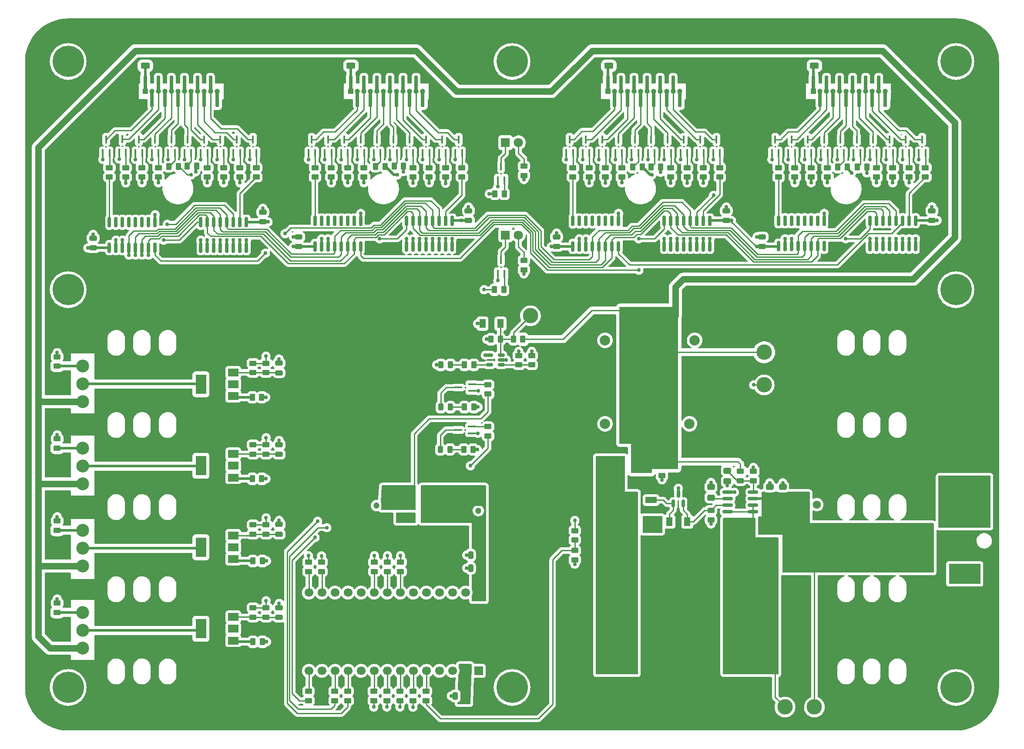
<source format=gbr>
%TF.GenerationSoftware,KiCad,Pcbnew,(6.0.1-0)*%
%TF.CreationDate,2022-02-14T11:55:44-05:00*%
%TF.ProjectId,nixie-tube-clock,6e697869-652d-4747-9562-652d636c6f63,rev?*%
%TF.SameCoordinates,Original*%
%TF.FileFunction,Copper,L4,Bot*%
%TF.FilePolarity,Positive*%
%FSLAX46Y46*%
G04 Gerber Fmt 4.6, Leading zero omitted, Abs format (unit mm)*
G04 Created by KiCad (PCBNEW (6.0.1-0)) date 2022-02-14 11:55:44*
%MOMM*%
%LPD*%
G01*
G04 APERTURE LIST*
G04 Aperture macros list*
%AMRoundRect*
0 Rectangle with rounded corners*
0 $1 Rounding radius*
0 $2 $3 $4 $5 $6 $7 $8 $9 X,Y pos of 4 corners*
0 Add a 4 corners polygon primitive as box body*
4,1,4,$2,$3,$4,$5,$6,$7,$8,$9,$2,$3,0*
0 Add four circle primitives for the rounded corners*
1,1,$1+$1,$2,$3*
1,1,$1+$1,$4,$5*
1,1,$1+$1,$6,$7*
1,1,$1+$1,$8,$9*
0 Add four rect primitives between the rounded corners*
20,1,$1+$1,$2,$3,$4,$5,0*
20,1,$1+$1,$4,$5,$6,$7,0*
20,1,$1+$1,$6,$7,$8,$9,0*
20,1,$1+$1,$8,$9,$2,$3,0*%
G04 Aperture macros list end*
%TA.AperFunction,ComponentPad*%
%ADD10C,6.096000*%
%TD*%
%TA.AperFunction,SMDPad,CuDef*%
%ADD11RoundRect,0.175000X0.175000X0.675000X-0.175000X0.675000X-0.175000X-0.675000X0.175000X-0.675000X0*%
%TD*%
%TA.AperFunction,ComponentPad*%
%ADD12R,1.000000X1.000000*%
%TD*%
%TA.AperFunction,SMDPad,CuDef*%
%ADD13RoundRect,0.175000X-0.175000X-0.675000X0.175000X-0.675000X0.175000X0.675000X-0.175000X0.675000X0*%
%TD*%
%TA.AperFunction,ComponentPad*%
%ADD14O,1.000000X1.000000*%
%TD*%
%TA.AperFunction,ComponentPad*%
%ADD15C,2.500000*%
%TD*%
%TA.AperFunction,ComponentPad*%
%ADD16R,1.800000X1.800000*%
%TD*%
%TA.AperFunction,ComponentPad*%
%ADD17C,1.800000*%
%TD*%
%TA.AperFunction,SMDPad,CuDef*%
%ADD18RoundRect,0.250000X0.450000X-0.262500X0.450000X0.262500X-0.450000X0.262500X-0.450000X-0.262500X0*%
%TD*%
%TA.AperFunction,SMDPad,CuDef*%
%ADD19RoundRect,0.250000X0.475000X-0.337500X0.475000X0.337500X-0.475000X0.337500X-0.475000X-0.337500X0*%
%TD*%
%TA.AperFunction,SMDPad,CuDef*%
%ADD20RoundRect,0.250000X-0.450000X0.262500X-0.450000X-0.262500X0.450000X-0.262500X0.450000X0.262500X0*%
%TD*%
%TA.AperFunction,SMDPad,CuDef*%
%ADD21R,1.300000X1.700000*%
%TD*%
%TA.AperFunction,SMDPad,CuDef*%
%ADD22R,2.200000X1.200000*%
%TD*%
%TA.AperFunction,SMDPad,CuDef*%
%ADD23R,6.400000X5.800000*%
%TD*%
%TA.AperFunction,ComponentPad*%
%ADD24R,1.600000X1.600000*%
%TD*%
%TA.AperFunction,ComponentPad*%
%ADD25C,1.600000*%
%TD*%
%TA.AperFunction,SMDPad,CuDef*%
%ADD26RoundRect,0.250000X-0.625000X0.312500X-0.625000X-0.312500X0.625000X-0.312500X0.625000X0.312500X0*%
%TD*%
%TA.AperFunction,SMDPad,CuDef*%
%ADD27RoundRect,0.250000X0.475000X-0.250000X0.475000X0.250000X-0.475000X0.250000X-0.475000X-0.250000X0*%
%TD*%
%TA.AperFunction,SMDPad,CuDef*%
%ADD28RoundRect,0.250000X0.262500X0.450000X-0.262500X0.450000X-0.262500X-0.450000X0.262500X-0.450000X0*%
%TD*%
%TA.AperFunction,SMDPad,CuDef*%
%ADD29RoundRect,0.150000X0.150000X-0.825000X0.150000X0.825000X-0.150000X0.825000X-0.150000X-0.825000X0*%
%TD*%
%TA.AperFunction,SMDPad,CuDef*%
%ADD30R,2.000000X1.500000*%
%TD*%
%TA.AperFunction,SMDPad,CuDef*%
%ADD31R,2.000000X3.800000*%
%TD*%
%TA.AperFunction,SMDPad,CuDef*%
%ADD32RoundRect,0.250000X-0.262500X-0.450000X0.262500X-0.450000X0.262500X0.450000X-0.262500X0.450000X0*%
%TD*%
%TA.AperFunction,SMDPad,CuDef*%
%ADD33R,0.450000X1.500000*%
%TD*%
%TA.AperFunction,ComponentPad*%
%ADD34R,2.000000X2.000000*%
%TD*%
%TA.AperFunction,ComponentPad*%
%ADD35C,2.000000*%
%TD*%
%TA.AperFunction,SMDPad,CuDef*%
%ADD36C,3.000000*%
%TD*%
%TA.AperFunction,SMDPad,CuDef*%
%ADD37RoundRect,0.250000X0.250000X0.475000X-0.250000X0.475000X-0.250000X-0.475000X0.250000X-0.475000X0*%
%TD*%
%TA.AperFunction,SMDPad,CuDef*%
%ADD38RoundRect,0.243750X-0.243750X-0.456250X0.243750X-0.456250X0.243750X0.456250X-0.243750X0.456250X0*%
%TD*%
%TA.AperFunction,SMDPad,CuDef*%
%ADD39RoundRect,0.150000X-0.150000X0.825000X-0.150000X-0.825000X0.150000X-0.825000X0.150000X0.825000X0*%
%TD*%
%TA.AperFunction,SMDPad,CuDef*%
%ADD40R,5.080000X17.780000*%
%TD*%
%TA.AperFunction,SMDPad,CuDef*%
%ADD41RoundRect,0.250000X-0.475000X0.337500X-0.475000X-0.337500X0.475000X-0.337500X0.475000X0.337500X0*%
%TD*%
%TA.AperFunction,SMDPad,CuDef*%
%ADD42R,1.500000X0.450000*%
%TD*%
%TA.AperFunction,ComponentPad*%
%ADD43R,1.200000X1.200000*%
%TD*%
%TA.AperFunction,ComponentPad*%
%ADD44C,1.200000*%
%TD*%
%TA.AperFunction,SMDPad,CuDef*%
%ADD45R,2.500000X2.300000*%
%TD*%
%TA.AperFunction,SMDPad,CuDef*%
%ADD46RoundRect,0.150000X0.150000X-0.587500X0.150000X0.587500X-0.150000X0.587500X-0.150000X-0.587500X0*%
%TD*%
%TA.AperFunction,ComponentPad*%
%ADD47R,1.700000X1.700000*%
%TD*%
%TA.AperFunction,ComponentPad*%
%ADD48C,1.700000*%
%TD*%
%TA.AperFunction,SMDPad,CuDef*%
%ADD49RoundRect,0.150000X0.512500X0.150000X-0.512500X0.150000X-0.512500X-0.150000X0.512500X-0.150000X0*%
%TD*%
%TA.AperFunction,SMDPad,CuDef*%
%ADD50RoundRect,0.150000X-0.825000X-0.150000X0.825000X-0.150000X0.825000X0.150000X-0.825000X0.150000X0*%
%TD*%
%TA.AperFunction,SMDPad,CuDef*%
%ADD51R,4.400000X3.300000*%
%TD*%
%TA.AperFunction,SMDPad,CuDef*%
%ADD52R,6.200000X3.900000*%
%TD*%
%TA.AperFunction,ViaPad*%
%ADD53C,0.762000*%
%TD*%
%TA.AperFunction,Conductor*%
%ADD54C,0.508000*%
%TD*%
%TA.AperFunction,Conductor*%
%ADD55C,0.254000*%
%TD*%
%TA.AperFunction,Conductor*%
%ADD56C,1.270000*%
%TD*%
%TA.AperFunction,Conductor*%
%ADD57C,0.635000*%
%TD*%
G04 APERTURE END LIST*
D10*
%TO.P,H2,*%
%TO.N,*%
X231359989Y-73660000D03*
%TD*%
D11*
%TO.P,IN-12A_2,1,A*%
%TO.N,Net-(IN-12A_2-Pad1)*%
X113649989Y-33899994D03*
D12*
X113649989Y-34999994D03*
D11*
X113649989Y-32799994D03*
D13*
%TO.P,IN-12A_2,2,K_0*%
%TO.N,/D2/K0*%
X114919989Y-36099994D03*
X114919989Y-37199994D03*
D14*
X114919989Y-34999994D03*
%TO.P,IN-12A_2,3,K_9*%
%TO.N,/D2/K9*%
X116189989Y-34999994D03*
D11*
X116189989Y-33899994D03*
X116189989Y-32799994D03*
D14*
%TO.P,IN-12A_2,4,K_8*%
%TO.N,/D2/K8*%
X117459989Y-34999994D03*
D13*
X117459989Y-37199994D03*
X117459989Y-36099994D03*
D11*
%TO.P,IN-12A_2,5,K_7*%
%TO.N,/D2/K7*%
X118729989Y-33899994D03*
D14*
X118729989Y-34999994D03*
D11*
X118729989Y-32799994D03*
D13*
%TO.P,IN-12A_2,6,K_6*%
%TO.N,/D2/K6*%
X119999989Y-37199994D03*
D14*
X119999989Y-34999994D03*
D13*
X119999989Y-36099994D03*
D11*
%TO.P,IN-12A_2,7,K_5*%
%TO.N,/D2/K5*%
X121269989Y-32799994D03*
X121269989Y-33899994D03*
D14*
X121269989Y-34999994D03*
D13*
%TO.P,IN-12A_2,8,K_4*%
%TO.N,/D2/K4*%
X122539989Y-37199994D03*
D14*
X122539989Y-34999994D03*
D13*
X122539989Y-36099994D03*
D11*
%TO.P,IN-12A_2,9,K_3*%
%TO.N,/D2/K3*%
X123809989Y-33899994D03*
X123809989Y-32799994D03*
D14*
X123809989Y-34999994D03*
%TO.P,IN-12A_2,10,K_2*%
%TO.N,/D2/K2*%
X125079989Y-34999994D03*
D13*
X125079989Y-37199994D03*
X125079989Y-36099994D03*
D11*
%TO.P,IN-12A_2,11,K_1*%
%TO.N,/D2/K1*%
X126349989Y-32799994D03*
X126349989Y-33899994D03*
D14*
X126349989Y-34999994D03*
D13*
%TO.P,IN-12A_2,12,NC*%
%TO.N,unconnected-(IN-12A_2-Pad12)*%
X127619989Y-37199994D03*
X127619989Y-36099994D03*
D14*
X127619989Y-34999994D03*
%TD*%
D10*
%TO.P,H6,*%
%TO.N,*%
X58639989Y-29210000D03*
%TD*%
D11*
%TO.P,IN-12A_3,1,A*%
%TO.N,Net-(IN-12A_3-Pad1)*%
X163650000Y-33900000D03*
D12*
X163650000Y-35000000D03*
D11*
X163650000Y-32800000D03*
D13*
%TO.P,IN-12A_3,2,K_0*%
%TO.N,/D3/K0*%
X164920000Y-36100000D03*
X164920000Y-37200000D03*
D14*
X164920000Y-35000000D03*
D11*
%TO.P,IN-12A_3,3,K_9*%
%TO.N,/D3/K9*%
X166190000Y-33900000D03*
X166190000Y-32800000D03*
D14*
X166190000Y-35000000D03*
D13*
%TO.P,IN-12A_3,4,K_8*%
%TO.N,/D3/K8*%
X167460000Y-37200000D03*
X167460000Y-36100000D03*
D14*
X167460000Y-35000000D03*
D11*
%TO.P,IN-12A_3,5,K_7*%
%TO.N,/D3/K7*%
X168730000Y-33900000D03*
X168730000Y-32800000D03*
D14*
X168730000Y-35000000D03*
D13*
%TO.P,IN-12A_3,6,K_6*%
%TO.N,/D3/K6*%
X170000000Y-37200000D03*
X170000000Y-36100000D03*
D14*
X170000000Y-35000000D03*
D11*
%TO.P,IN-12A_3,7,K_5*%
%TO.N,/D3/K5*%
X171270000Y-33900000D03*
X171270000Y-32800000D03*
D14*
X171270000Y-35000000D03*
%TO.P,IN-12A_3,8,K_4*%
%TO.N,/D3/K4*%
X172540000Y-35000000D03*
D13*
X172540000Y-37200000D03*
X172540000Y-36100000D03*
D11*
%TO.P,IN-12A_3,9,K_3*%
%TO.N,/D3/K3*%
X173810000Y-33900000D03*
X173810000Y-32800000D03*
D14*
X173810000Y-35000000D03*
D13*
%TO.P,IN-12A_3,10,K_2*%
%TO.N,/D3/K2*%
X175080000Y-36100000D03*
X175080000Y-37200000D03*
D14*
X175080000Y-35000000D03*
D11*
%TO.P,IN-12A_3,11,K_1*%
%TO.N,/D3/K1*%
X176350000Y-32800000D03*
D14*
X176350000Y-35000000D03*
D11*
X176350000Y-33900000D03*
D13*
%TO.P,IN-12A_3,12,NC*%
%TO.N,unconnected-(IN-12A_3-Pad12)*%
X177620000Y-36100000D03*
D14*
X177620000Y-35000000D03*
D13*
X177620000Y-37200000D03*
%TD*%
D10*
%TO.P,H5,*%
%TO.N,*%
X231359989Y-29210000D03*
%TD*%
D15*
%TO.P,IN-13_4,1*%
%TO.N,Net-(IN-13_4-Pad1)*%
X61500000Y-136500000D03*
%TO.P,IN-13_4,2*%
%TO.N,Net-(IN-13_4-Pad2)*%
X61500000Y-140000000D03*
%TO.P,IN-13_4,3*%
%TO.N,VAA*%
X61500000Y-143500000D03*
%TD*%
D16*
%TO.P,D6,1,K*%
%TO.N,Net-(D6-Pad1)*%
X143725000Y-63000000D03*
D17*
%TO.P,D6,2,A*%
%TO.N,Net-(D6-Pad2)*%
X146265000Y-63000000D03*
%TD*%
D15*
%TO.P,IN-13_1,1*%
%TO.N,Net-(IN-13_1-Pad1)*%
X61500000Y-88500000D03*
%TO.P,IN-13_1,2*%
%TO.N,Net-(IN-13_1-Pad2)*%
X61500000Y-92000000D03*
%TO.P,IN-13_1,3*%
%TO.N,VAA*%
X61500000Y-95500000D03*
%TD*%
D11*
%TO.P,IN-12A_1,1,A*%
%TO.N,Net-(IN-12A_1-Pad1)*%
X73649992Y-32799994D03*
D12*
X73649992Y-34999994D03*
D11*
X73649992Y-33899994D03*
D13*
%TO.P,IN-12A_1,2,K_0*%
%TO.N,/D1/K0*%
X74919992Y-36099994D03*
X74919992Y-37199994D03*
D14*
X74919992Y-34999994D03*
D11*
%TO.P,IN-12A_1,3,K_9*%
%TO.N,/D1/K9*%
X76189992Y-32799994D03*
D14*
X76189992Y-34999994D03*
D11*
X76189992Y-33899994D03*
D13*
%TO.P,IN-12A_1,4,K_8*%
%TO.N,/D1/K8*%
X77459992Y-36099994D03*
D14*
X77459992Y-34999994D03*
D13*
X77459992Y-37199994D03*
D11*
%TO.P,IN-12A_1,5,K_7*%
%TO.N,/D1/K7*%
X78729992Y-32799994D03*
X78729992Y-33899994D03*
D14*
X78729992Y-34999994D03*
D13*
%TO.P,IN-12A_1,6,K_6*%
%TO.N,/D1/K6*%
X79999992Y-37199994D03*
X79999992Y-36099994D03*
D14*
X79999992Y-34999994D03*
D11*
%TO.P,IN-12A_1,7,K_5*%
%TO.N,/D1/K5*%
X81269992Y-33899994D03*
D14*
X81269992Y-34999994D03*
D11*
X81269992Y-32799994D03*
D14*
%TO.P,IN-12A_1,8,K_4*%
%TO.N,/D1/K4*%
X82539992Y-34999994D03*
D13*
X82539992Y-37199994D03*
X82539992Y-36099994D03*
D11*
%TO.P,IN-12A_1,9,K_3*%
%TO.N,/D1/K3*%
X83809992Y-32799994D03*
X83809992Y-33899994D03*
D14*
X83809992Y-34999994D03*
D13*
%TO.P,IN-12A_1,10,K_2*%
%TO.N,/D1/K2*%
X85079992Y-37199994D03*
D14*
X85079992Y-34999994D03*
D13*
X85079992Y-36099994D03*
D11*
%TO.P,IN-12A_1,11,K_1*%
%TO.N,/D1/K1*%
X86349992Y-32799994D03*
X86349992Y-33899994D03*
D14*
X86349992Y-34999994D03*
D13*
%TO.P,IN-12A_1,12,NC*%
%TO.N,unconnected-(IN-12A_1-Pad12)*%
X87619992Y-36099994D03*
D14*
X87619992Y-34999994D03*
D13*
X87619992Y-37199994D03*
%TD*%
D10*
%TO.P,H3,*%
%TO.N,*%
X231359989Y-151130000D03*
%TD*%
D15*
%TO.P,IN-13_2,1*%
%TO.N,Net-(IN-13_2-Pad1)*%
X61500000Y-104500000D03*
%TO.P,IN-13_2,2*%
%TO.N,Net-(IN-13_2-Pad2)*%
X61500000Y-108000000D03*
%TO.P,IN-13_2,3*%
%TO.N,VAA*%
X61500000Y-111500000D03*
%TD*%
D11*
%TO.P,IN-12A_4,1,A*%
%TO.N,Net-(IN-12A_4-Pad1)*%
X203650012Y-32799994D03*
X203650012Y-33899994D03*
D12*
X203650012Y-34999994D03*
D13*
%TO.P,IN-12A_4,2,K_0*%
%TO.N,/D4/K0*%
X204920012Y-37199994D03*
X204920012Y-36099994D03*
D14*
X204920012Y-34999994D03*
%TO.P,IN-12A_4,3,K_9*%
%TO.N,/D4/K9*%
X206190012Y-34999994D03*
D11*
X206190012Y-32799994D03*
X206190012Y-33899994D03*
D13*
%TO.P,IN-12A_4,4,K_8*%
%TO.N,/D4/K8*%
X207460012Y-36099994D03*
X207460012Y-37199994D03*
D14*
X207460012Y-34999994D03*
D11*
%TO.P,IN-12A_4,5,K_7*%
%TO.N,/D4/K7*%
X208730012Y-32799994D03*
D14*
X208730012Y-34999994D03*
D11*
X208730012Y-33899994D03*
D13*
%TO.P,IN-12A_4,6,K_6*%
%TO.N,/D4/K6*%
X210000012Y-37199994D03*
X210000012Y-36099994D03*
D14*
X210000012Y-34999994D03*
%TO.P,IN-12A_4,7,K_5*%
%TO.N,/D4/K5*%
X211270012Y-34999994D03*
D11*
X211270012Y-33899994D03*
X211270012Y-32799994D03*
D14*
%TO.P,IN-12A_4,8,K_4*%
%TO.N,/D4/K4*%
X212540012Y-34999994D03*
D13*
X212540012Y-37199994D03*
X212540012Y-36099994D03*
D11*
%TO.P,IN-12A_4,9,K_3*%
%TO.N,/D4/K3*%
X213810012Y-32799994D03*
X213810012Y-33899994D03*
D14*
X213810012Y-34999994D03*
D13*
%TO.P,IN-12A_4,10,K_2*%
%TO.N,/D4/K2*%
X215080012Y-37199994D03*
D14*
X215080012Y-34999994D03*
D13*
X215080012Y-36099994D03*
D11*
%TO.P,IN-12A_4,11,K_1*%
%TO.N,/D4/K1*%
X216350012Y-33899994D03*
D14*
X216350012Y-34999994D03*
D11*
X216350012Y-32799994D03*
D13*
%TO.P,IN-12A_4,12,NC*%
%TO.N,unconnected-(IN-12A_4-Pad12)*%
X217620012Y-37199994D03*
X217620012Y-36099994D03*
D14*
X217620012Y-34999994D03*
%TD*%
D10*
%TO.P,H8,*%
%TO.N,*%
X145000091Y-151130000D03*
%TD*%
%TO.P,H4,*%
%TO.N,*%
X58639989Y-73660000D03*
%TD*%
%TO.P,H1,*%
%TO.N,*%
X58639989Y-151130000D03*
%TD*%
%TO.P,H7,*%
%TO.N,*%
X145000091Y-29210000D03*
%TD*%
D16*
%TO.P,D5,1,K*%
%TO.N,Net-(D5-Pad1)*%
X143725000Y-45000000D03*
D17*
%TO.P,D5,2,A*%
%TO.N,Net-(D5-Pad2)*%
X146265000Y-45000000D03*
%TD*%
D15*
%TO.P,IN-13_3,1*%
%TO.N,Net-(IN-13_3-Pad1)*%
X61500000Y-120500000D03*
%TO.P,IN-13_3,2*%
%TO.N,Net-(IN-13_3-Pad2)*%
X61500000Y-124000000D03*
%TO.P,IN-13_3,3*%
%TO.N,VAA*%
X61500000Y-127500000D03*
%TD*%
D18*
%TO.P,R13,1*%
%TO.N,/DAY_PWM*%
X125730000Y-153693500D03*
%TO.P,R13,2*%
%TO.N,Net-(R13-Pad2)*%
X125730000Y-151868500D03*
%TD*%
D19*
%TO.P,C2,1*%
%TO.N,+12V*%
X197678000Y-114146000D03*
%TO.P,C2,2*%
%TO.N,GND*%
X197678000Y-112071000D03*
%TD*%
D20*
%TO.P,R24,1*%
%TO.N,/~{CLR_STORE}*%
X105410000Y-126722500D03*
%TO.P,R24,2*%
%TO.N,Net-(R24-Pad2)*%
X105410000Y-128547500D03*
%TD*%
D21*
%TO.P,D2,1,K*%
%TO.N,Net-(D2-Pad1)*%
X175608000Y-118823500D03*
%TO.P,D2,2,A*%
%TO.N,Net-(D2-Pad2)*%
X179108000Y-118823500D03*
%TD*%
D20*
%TO.P,R8,1*%
%TO.N,+3V3*%
X146304000Y-86463500D03*
%TO.P,R8,2*%
%TO.N,Net-(R11-Pad1)*%
X146304000Y-88288500D03*
%TD*%
%TO.P,R2,1*%
%TO.N,Net-(D2-Pad2)*%
X183708000Y-116641000D03*
%TO.P,R2,2*%
%TO.N,GND*%
X183708000Y-118466000D03*
%TD*%
D22*
%TO.P,Q1,1,G*%
%TO.N,Net-(D2-Pad1)*%
X172033000Y-114638500D03*
D23*
%TO.P,Q1,2,D*%
%TO.N,Net-(D1-Pad2)*%
X165733000Y-116918500D03*
D22*
%TO.P,Q1,3,S*%
%TO.N,GND*%
X172033000Y-119198500D03*
%TD*%
D24*
%TO.P,C1,1*%
%TO.N,+12V*%
X201790240Y-115521500D03*
D25*
%TO.P,C1,2*%
%TO.N,GND*%
X204290240Y-115521500D03*
%TD*%
D26*
%TO.P,R47,1*%
%TO.N,VAA*%
X113665000Y-27112500D03*
%TO.P,R47,2*%
%TO.N,Net-(IN-12A_2-Pad1)*%
X113665000Y-30037500D03*
%TD*%
D19*
%TO.P,C3,1*%
%TO.N,+12V*%
X195138000Y-114146000D03*
%TO.P,C3,2*%
%TO.N,GND*%
X195138000Y-112071000D03*
%TD*%
D27*
%TO.P,C26,1*%
%TO.N,Net-(C26-Pad1)*%
X99695000Y-137475000D03*
%TO.P,C26,2*%
%TO.N,GND*%
X99695000Y-135575000D03*
%TD*%
D28*
%TO.P,R71,1*%
%TO.N,/D4/B5*%
X214018500Y-49784000D03*
%TO.P,R71,2*%
%TO.N,Net-(Q41-Pad1)*%
X212193500Y-49784000D03*
%TD*%
D18*
%TO.P,R63,1*%
%TO.N,/D3/B8*%
X163195000Y-51712500D03*
%TO.P,R63,2*%
%TO.N,Net-(Q34-Pad1)*%
X163195000Y-49887500D03*
%TD*%
D27*
%TO.P,C24,1*%
%TO.N,Net-(C24-Pad1)*%
X99695000Y-105725000D03*
%TO.P,C24,2*%
%TO.N,GND*%
X99695000Y-103825000D03*
%TD*%
D29*
%TO.P,U5,1,Q1*%
%TO.N,/D1/B2*%
X93345000Y-65467000D03*
%TO.P,U5,2,Q2*%
%TO.N,/D1/B3*%
X92075000Y-65467000D03*
%TO.P,U5,3,Q3*%
%TO.N,/D1/B4*%
X90805000Y-65467000D03*
%TO.P,U5,4,Q4*%
%TO.N,/D1/B5*%
X89535000Y-65467000D03*
%TO.P,U5,5,Q5*%
%TO.N,/D1/B6*%
X88265000Y-65467000D03*
%TO.P,U5,6,Q6*%
%TO.N,/D1/B7*%
X86995000Y-65467000D03*
%TO.P,U5,7,Q7*%
%TO.N,/D1/B8*%
X85725000Y-65467000D03*
%TO.P,U5,8,GND*%
%TO.N,GND*%
X84455000Y-65467000D03*
%TO.P,U5,9,Q7S*%
%TO.N,Net-(U5-Pad9)*%
X84455000Y-60517000D03*
%TO.P,U5,10,~{SHR}*%
%TO.N,/~{CLR_SHIFT}*%
X85725000Y-60517000D03*
%TO.P,U5,11,SHCP*%
%TO.N,/SCK*%
X86995000Y-60517000D03*
%TO.P,U5,12,STCP*%
%TO.N,/STORE*%
X88265000Y-60517000D03*
%TO.P,U5,13,~{STR}*%
%TO.N,/~{CLR_STORE}*%
X89535000Y-60517000D03*
%TO.P,U5,14,DS*%
%TO.N,/MOSI*%
X90805000Y-60517000D03*
%TO.P,U5,15,Q0*%
%TO.N,/D1/B1*%
X92075000Y-60517000D03*
%TO.P,U5,16,VCC*%
%TO.N,+3V3*%
X93345000Y-60517000D03*
%TD*%
D18*
%TO.P,R11,1*%
%TO.N,Net-(R11-Pad1)*%
X148844000Y-88288500D03*
%TO.P,R11,2*%
%TO.N,GND*%
X148844000Y-86463500D03*
%TD*%
D30*
%TO.P,Q50,1,B*%
%TO.N,Net-(C26-Pad1)*%
X90780000Y-137400000D03*
D31*
%TO.P,Q50,2,C*%
%TO.N,Net-(IN-13_4-Pad2)*%
X84480000Y-139700000D03*
D30*
X90780006Y-139700000D03*
%TO.P,Q50,3,E*%
%TO.N,Net-(Q50-Pad3)*%
X90780000Y-142000000D03*
%TD*%
D18*
%TO.P,R54,1*%
%TO.N,/D2/B0*%
X106680000Y-51712500D03*
%TO.P,R54,2*%
%TO.N,Net-(Q26-Pad1)*%
X106680000Y-49887500D03*
%TD*%
%TO.P,R23,1*%
%TO.N,/STORE*%
X105410000Y-153693500D03*
%TO.P,R23,2*%
%TO.N,Net-(R23-Pad2)*%
X105410000Y-151868500D03*
%TD*%
D28*
%TO.P,R60,1*%
%TO.N,/D3/B5*%
X173886500Y-49784000D03*
%TO.P,R60,2*%
%TO.N,Net-(Q31-Pad1)*%
X172061500Y-49784000D03*
%TD*%
D32*
%TO.P,R92,1*%
%TO.N,Net-(Q50-Pad3)*%
X94591500Y-142240000D03*
%TO.P,R92,2*%
%TO.N,GND*%
X96416500Y-142240000D03*
%TD*%
D28*
%TO.P,R49,1*%
%TO.N,/D2/B5*%
X123902801Y-49576915D03*
%TO.P,R49,2*%
%TO.N,Net-(Q21-Pad1)*%
X122077801Y-49576915D03*
%TD*%
D33*
%TO.P,Q26,1,B*%
%TO.N,Net-(Q26-Pad1)*%
X106695000Y-47050000D03*
%TO.P,Q26,2,E*%
%TO.N,GND*%
X105395000Y-47050000D03*
%TO.P,Q26,3,C*%
%TO.N,/D2/K0*%
X106045000Y-44390000D03*
%TD*%
%TO.P,Q17,1,B*%
%TO.N,Net-(Q17-Pad1)*%
X135270000Y-47050000D03*
%TO.P,Q17,2,E*%
%TO.N,GND*%
X133970000Y-47050000D03*
%TO.P,Q17,3,C*%
%TO.N,/D2/K1*%
X134620000Y-44390000D03*
%TD*%
D18*
%TO.P,R62,1*%
%TO.N,/D3/B7*%
X166370000Y-51712500D03*
%TO.P,R62,2*%
%TO.N,Net-(Q33-Pad1)*%
X166370000Y-49887500D03*
%TD*%
D33*
%TO.P,Q19,1,B*%
%TO.N,Net-(Q19-Pad1)*%
X128920000Y-47050000D03*
%TO.P,Q19,2,E*%
%TO.N,GND*%
X127620000Y-47050000D03*
%TO.P,Q19,3,C*%
%TO.N,/D2/K3*%
X128270000Y-44390000D03*
%TD*%
D18*
%TO.P,R43,1*%
%TO.N,/D1/B0*%
X66675000Y-51712500D03*
%TO.P,R43,2*%
%TO.N,Net-(Q16-Pad1)*%
X66675000Y-49887500D03*
%TD*%
D30*
%TO.P,Q48,1,B*%
%TO.N,Net-(C24-Pad1)*%
X90780000Y-105650000D03*
D31*
%TO.P,Q48,2,C*%
%TO.N,Net-(IN-13_2-Pad2)*%
X84480000Y-107950000D03*
D30*
X90780006Y-107950000D03*
%TO.P,Q48,3,E*%
%TO.N,Net-(Q48-Pad3)*%
X90780000Y-110250000D03*
%TD*%
D34*
%TO.P,C7,1*%
%TO.N,VAA*%
X168089917Y-83517500D03*
D35*
%TO.P,C7,2*%
%TO.N,GND*%
X163089917Y-83517500D03*
%TD*%
D28*
%TO.P,R6,1*%
%TO.N,/150V_VA/1v_LED*%
X142748000Y-83312000D03*
%TO.P,R6,2*%
%TO.N,GND*%
X140923000Y-83312000D03*
%TD*%
D18*
%TO.P,R19,1*%
%TO.N,Net-(R19-Pad1)*%
X118237000Y-128547500D03*
%TO.P,R19,2*%
%TO.N,/TEMP_LED*%
X118237000Y-126722500D03*
%TD*%
D33*
%TO.P,Q35,1,B*%
%TO.N,Net-(Q35-Pad1)*%
X160035000Y-47050000D03*
%TO.P,Q35,2,E*%
%TO.N,GND*%
X158735000Y-47050000D03*
%TO.P,Q35,3,C*%
%TO.N,/D3/K9*%
X159385000Y-44390000D03*
%TD*%
D18*
%TO.P,R67,1*%
%TO.N,/D4/B2*%
X222250000Y-51712500D03*
%TO.P,R67,2*%
%TO.N,Net-(Q38-Pad1)*%
X222250000Y-49887500D03*
%TD*%
%TO.P,R52,1*%
%TO.N,/D2/B8*%
X113030000Y-51712500D03*
%TO.P,R52,2*%
%TO.N,Net-(Q24-Pad1)*%
X113030000Y-49887500D03*
%TD*%
%TO.P,R74,1*%
%TO.N,/D4/B8*%
X203200000Y-51712500D03*
%TO.P,R74,2*%
%TO.N,Net-(Q44-Pad1)*%
X203200000Y-49887500D03*
%TD*%
D36*
%TO.P,150V,1,1*%
%TO.N,VAA*%
X194056000Y-85852000D03*
%TD*%
D27*
%TO.P,C20,1*%
%TO.N,+3V3*%
X153670000Y-65278000D03*
%TO.P,C20,2*%
%TO.N,GND*%
X153670000Y-63378000D03*
%TD*%
D18*
%TO.P,R59,1*%
%TO.N,/D3/B4*%
X175895000Y-51712500D03*
%TO.P,R59,2*%
%TO.N,Net-(Q30-Pad1)*%
X175895000Y-49887500D03*
%TD*%
D36*
%TO.P,12V,1,1*%
%TO.N,+12V*%
X203835000Y-154940000D03*
%TD*%
D37*
%TO.P,C10,1*%
%TO.N,+5V*%
X138872000Y-127889000D03*
%TO.P,C10,2*%
%TO.N,GND*%
X136972000Y-127889000D03*
%TD*%
D33*
%TO.P,Q45,1,B*%
%TO.N,Net-(Q45-Pad1)*%
X200040000Y-47050000D03*
%TO.P,Q45,2,E*%
%TO.N,GND*%
X198740000Y-47050000D03*
%TO.P,Q45,3,C*%
%TO.N,/D4/K9*%
X199390000Y-44390000D03*
%TD*%
D38*
%TO.P,D7,1,K*%
%TO.N,Net-(D7-Pad1)*%
X131062500Y-104775000D03*
%TO.P,D7,2,A*%
%TO.N,Net-(D7-Pad2)*%
X132937500Y-104775000D03*
%TD*%
D33*
%TO.P,Q36,1,B*%
%TO.N,Net-(Q36-Pad1)*%
X156860000Y-47050000D03*
%TO.P,Q36,2,E*%
%TO.N,GND*%
X155560000Y-47050000D03*
%TO.P,Q36,3,C*%
%TO.N,/D3/K0*%
X156210000Y-44390000D03*
%TD*%
%TO.P,Q11,1,B*%
%TO.N,Net-(Q11-Pad1)*%
X82565000Y-47050000D03*
%TO.P,Q11,2,E*%
%TO.N,GND*%
X81265000Y-47050000D03*
%TO.P,Q11,3,C*%
%TO.N,/D1/K5*%
X81915000Y-44390000D03*
%TD*%
%TO.P,Q25,1,B*%
%TO.N,Net-(Q25-Pad1)*%
X109870000Y-47050000D03*
%TO.P,Q25,2,E*%
%TO.N,GND*%
X108570000Y-47050000D03*
%TO.P,Q25,3,C*%
%TO.N,/D2/K9*%
X109220000Y-44390000D03*
%TD*%
D18*
%TO.P,R7,1*%
%TO.N,Net-(C9-Pad1)*%
X191963000Y-110846000D03*
%TO.P,R7,2*%
%TO.N,GND*%
X191963000Y-109021000D03*
%TD*%
D33*
%TO.P,Q38,1,B*%
%TO.N,Net-(Q38-Pad1)*%
X222265000Y-47050000D03*
%TO.P,Q38,2,E*%
%TO.N,GND*%
X220965000Y-47050000D03*
%TO.P,Q38,3,C*%
%TO.N,/D4/K2*%
X221615000Y-44390000D03*
%TD*%
D37*
%TO.P,C11,1*%
%TO.N,+5V*%
X138872000Y-125349000D03*
%TO.P,C11,2*%
%TO.N,GND*%
X136972000Y-125349000D03*
%TD*%
D33*
%TO.P,Q22,1,B*%
%TO.N,Net-(Q22-Pad1)*%
X119395000Y-47050000D03*
%TO.P,Q22,2,E*%
%TO.N,GND*%
X118095000Y-47050000D03*
%TO.P,Q22,3,C*%
%TO.N,/D2/K6*%
X118745000Y-44390000D03*
%TD*%
%TO.P,Q7,1,B*%
%TO.N,Net-(Q7-Pad1)*%
X95265000Y-47050000D03*
%TO.P,Q7,2,E*%
%TO.N,GND*%
X93965000Y-47050000D03*
%TO.P,Q7,3,C*%
%TO.N,/D1/K1*%
X94615000Y-44390000D03*
%TD*%
%TO.P,Q8,1,B*%
%TO.N,Net-(Q8-Pad1)*%
X92090000Y-47050000D03*
%TO.P,Q8,2,E*%
%TO.N,GND*%
X90790000Y-47050000D03*
%TO.P,Q8,3,C*%
%TO.N,/D1/K2*%
X91440000Y-44390000D03*
%TD*%
D20*
%TO.P,R89,1*%
%TO.N,/YEAR_PWM*%
X94615000Y-135612500D03*
%TO.P,R89,2*%
%TO.N,Net-(C26-Pad1)*%
X94615000Y-137437500D03*
%TD*%
D33*
%TO.P,Q46,1,B*%
%TO.N,Net-(Q46-Pad1)*%
X196865000Y-47050000D03*
%TO.P,Q46,2,E*%
%TO.N,GND*%
X195565000Y-47050000D03*
%TO.P,Q46,3,C*%
%TO.N,/D4/K0*%
X196215000Y-44390000D03*
%TD*%
%TO.P,Q16,1,B*%
%TO.N,Net-(Q16-Pad1)*%
X66690000Y-47050000D03*
%TO.P,Q16,2,E*%
%TO.N,GND*%
X65390000Y-47050000D03*
%TO.P,Q16,3,C*%
%TO.N,/D1/K0*%
X66040000Y-44390000D03*
%TD*%
%TO.P,Q3,1,B*%
%TO.N,Net-(Q3-Pad1)*%
X143525000Y-52330000D03*
%TO.P,Q3,2,E*%
%TO.N,GND*%
X142225000Y-52330000D03*
%TO.P,Q3,3,C*%
%TO.N,Net-(D5-Pad1)*%
X142875000Y-49670000D03*
%TD*%
D18*
%TO.P,R25,1*%
%TO.N,+5V*%
X147320000Y-51412500D03*
%TO.P,R25,2*%
%TO.N,Net-(D5-Pad2)*%
X147320000Y-49587500D03*
%TD*%
D39*
%TO.P,U8,1,Q1*%
%TO.N,/D2/B0*%
X106680000Y-60263000D03*
%TO.P,U8,2,Q2*%
%TO.N,unconnected-(U8-Pad2)*%
X107950000Y-60263000D03*
%TO.P,U8,3,Q3*%
%TO.N,unconnected-(U8-Pad3)*%
X109220000Y-60263000D03*
%TO.P,U8,4,Q4*%
%TO.N,unconnected-(U8-Pad4)*%
X110490000Y-60263000D03*
%TO.P,U8,5,Q5*%
%TO.N,unconnected-(U8-Pad5)*%
X111760000Y-60263000D03*
%TO.P,U8,6,Q6*%
%TO.N,unconnected-(U8-Pad6)*%
X113030000Y-60263000D03*
%TO.P,U8,7,Q7*%
%TO.N,unconnected-(U8-Pad7)*%
X114300000Y-60263000D03*
%TO.P,U8,8,GND*%
%TO.N,GND*%
X115570000Y-60263000D03*
%TO.P,U8,9,Q7S*%
%TO.N,/D2/DOUT*%
X115570000Y-65213000D03*
%TO.P,U8,10,~{SHR}*%
%TO.N,/~{CLR_SHIFT}*%
X114300000Y-65213000D03*
%TO.P,U8,11,SHCP*%
%TO.N,/SCK*%
X113030000Y-65213000D03*
%TO.P,U8,12,STCP*%
%TO.N,/STORE*%
X111760000Y-65213000D03*
%TO.P,U8,13,~{STR}*%
%TO.N,/~{CLR_STORE}*%
X110490000Y-65213000D03*
%TO.P,U8,14,DS*%
%TO.N,Net-(U7-Pad9)*%
X109220000Y-65213000D03*
%TO.P,U8,15,Q0*%
%TO.N,/D2/B9*%
X107950000Y-65213000D03*
%TO.P,U8,16,VCC*%
%TO.N,+3V3*%
X106680000Y-65213000D03*
%TD*%
D18*
%TO.P,R41,1*%
%TO.N,/D1/B8*%
X73025000Y-51712500D03*
%TO.P,R41,2*%
%TO.N,Net-(Q14-Pad1)*%
X73025000Y-49887500D03*
%TD*%
D27*
%TO.P,C18,1*%
%TO.N,+3V3*%
X103505000Y-65278000D03*
%TO.P,C18,2*%
%TO.N,GND*%
X103505000Y-63378000D03*
%TD*%
D18*
%TO.P,R56,1*%
%TO.N,/D3/B2*%
X182245000Y-51712500D03*
%TO.P,R56,2*%
%TO.N,Net-(Q28-Pad1)*%
X182245000Y-49887500D03*
%TD*%
D20*
%TO.P,R82,1*%
%TO.N,/WEEK_PWM*%
X97155000Y-103862500D03*
%TO.P,R82,2*%
%TO.N,Net-(C24-Pad1)*%
X97155000Y-105687500D03*
%TD*%
D26*
%TO.P,R58,1*%
%TO.N,VAA*%
X163830000Y-27112500D03*
%TO.P,R58,2*%
%TO.N,Net-(IN-12A_3-Pad1)*%
X163830000Y-30037500D03*
%TD*%
D21*
%TO.P,D3,1,K*%
%TO.N,/150V_VA/1v_LED*%
X142748000Y-80264000D03*
%TO.P,D3,2,A*%
%TO.N,GND*%
X139248000Y-80264000D03*
%TD*%
D27*
%TO.P,C15,1*%
%TO.N,+3V3*%
X96520000Y-60452000D03*
%TO.P,C15,2*%
%TO.N,GND*%
X96520000Y-58552000D03*
%TD*%
D18*
%TO.P,R37,1*%
%TO.N,/D1/B4*%
X85725000Y-51712500D03*
%TO.P,R37,2*%
%TO.N,Net-(Q10-Pad1)*%
X85725000Y-49887500D03*
%TD*%
D33*
%TO.P,Q12,1,B*%
%TO.N,Net-(Q12-Pad1)*%
X79390000Y-47050000D03*
%TO.P,Q12,2,E*%
%TO.N,GND*%
X78090000Y-47050000D03*
%TO.P,Q12,3,C*%
%TO.N,/D1/K6*%
X78740000Y-44390000D03*
%TD*%
%TO.P,Q37,1,B*%
%TO.N,Net-(Q37-Pad1)*%
X225440000Y-47050000D03*
%TO.P,Q37,2,E*%
%TO.N,GND*%
X224140000Y-47050000D03*
%TO.P,Q37,3,C*%
%TO.N,/D4/K1*%
X224790000Y-44390000D03*
%TD*%
%TO.P,Q43,1,B*%
%TO.N,Net-(Q43-Pad1)*%
X206390000Y-47050000D03*
%TO.P,Q43,2,E*%
%TO.N,GND*%
X205090000Y-47050000D03*
%TO.P,Q43,3,C*%
%TO.N,/D4/K7*%
X205740000Y-44390000D03*
%TD*%
D27*
%TO.P,C17,1*%
%TO.N,+3V3*%
X136525000Y-60198000D03*
%TO.P,C17,2*%
%TO.N,GND*%
X136525000Y-58298000D03*
%TD*%
D18*
%TO.P,R18,1*%
%TO.N,/YEAR_PWM*%
X118110000Y-153693500D03*
%TO.P,R18,2*%
%TO.N,Net-(R18-Pad2)*%
X118110000Y-151868500D03*
%TD*%
D28*
%TO.P,R50,1*%
%TO.N,/D2/B6*%
X120289627Y-49650000D03*
%TO.P,R50,2*%
%TO.N,Net-(Q22-Pad1)*%
X118464627Y-49650000D03*
%TD*%
D18*
%TO.P,R83,1*%
%TO.N,Net-(IN-13_2-Pad1)*%
X56515000Y-104521000D03*
%TO.P,R83,2*%
%TO.N,GND*%
X56515000Y-102696000D03*
%TD*%
D30*
%TO.P,Q49,1,B*%
%TO.N,Net-(C25-Pad1)*%
X90780000Y-121525000D03*
D31*
%TO.P,Q49,2,C*%
%TO.N,Net-(IN-13_3-Pad2)*%
X84480000Y-123825000D03*
D30*
X90780006Y-123825000D03*
%TO.P,Q49,3,E*%
%TO.N,Net-(Q49-Pad3)*%
X90780000Y-126125000D03*
%TD*%
D33*
%TO.P,Q27,1,B*%
%TO.N,Net-(Q27-Pad1)*%
X185435000Y-47050000D03*
%TO.P,Q27,2,E*%
%TO.N,GND*%
X184135000Y-47050000D03*
%TO.P,Q27,3,C*%
%TO.N,/D3/K1*%
X184785000Y-44390000D03*
%TD*%
D18*
%TO.P,R51,1*%
%TO.N,/D2/B7*%
X116205000Y-51712500D03*
%TO.P,R51,2*%
%TO.N,Net-(Q23-Pad1)*%
X116205000Y-49887500D03*
%TD*%
D40*
%TO.P,L1,1,1*%
%TO.N,Net-(L1-Pad1)*%
X193233000Y-137873500D03*
%TO.P,L1,2,2*%
%TO.N,Net-(D1-Pad2)*%
X165293000Y-137873500D03*
%TD*%
D29*
%TO.P,U9,1,Q1*%
%TO.N,/D3/B2*%
X183515000Y-65213000D03*
%TO.P,U9,2,Q2*%
%TO.N,/D3/B3*%
X182245000Y-65213000D03*
%TO.P,U9,3,Q3*%
%TO.N,/D3/B4*%
X180975000Y-65213000D03*
%TO.P,U9,4,Q4*%
%TO.N,/D3/B5*%
X179705000Y-65213000D03*
%TO.P,U9,5,Q5*%
%TO.N,/D3/B6*%
X178435000Y-65213000D03*
%TO.P,U9,6,Q6*%
%TO.N,/D3/B7*%
X177165000Y-65213000D03*
%TO.P,U9,7,Q7*%
%TO.N,/D3/B8*%
X175895000Y-65213000D03*
%TO.P,U9,8,GND*%
%TO.N,GND*%
X174625000Y-65213000D03*
%TO.P,U9,9,Q7S*%
%TO.N,Net-(U10-Pad14)*%
X174625000Y-60263000D03*
%TO.P,U9,10,~{SHR}*%
%TO.N,/~{CLR_SHIFT}*%
X175895000Y-60263000D03*
%TO.P,U9,11,SHCP*%
%TO.N,/SCK*%
X177165000Y-60263000D03*
%TO.P,U9,12,STCP*%
%TO.N,/STORE*%
X178435000Y-60263000D03*
%TO.P,U9,13,~{STR}*%
%TO.N,/~{CLR_STORE}*%
X179705000Y-60263000D03*
%TO.P,U9,14,DS*%
%TO.N,/D2/DOUT*%
X180975000Y-60263000D03*
%TO.P,U9,15,Q0*%
%TO.N,/D3/B1*%
X182245000Y-60263000D03*
%TO.P,U9,16,VCC*%
%TO.N,+3V3*%
X183515000Y-60263000D03*
%TD*%
D18*
%TO.P,R46,1*%
%TO.N,/D2/B3*%
X128905000Y-51712500D03*
%TO.P,R46,2*%
%TO.N,Net-(Q19-Pad1)*%
X128905000Y-49887500D03*
%TD*%
D20*
%TO.P,R90,1*%
%TO.N,/YEAR_PWM*%
X97155000Y-135612500D03*
%TO.P,R90,2*%
%TO.N,Net-(C26-Pad1)*%
X97155000Y-137437500D03*
%TD*%
D19*
%TO.P,C4,1*%
%TO.N,Net-(C4-Pad1)*%
X183708000Y-114146000D03*
%TO.P,C4,2*%
%TO.N,GND*%
X183708000Y-112071000D03*
%TD*%
D27*
%TO.P,C23,1*%
%TO.N,Net-(C23-Pad1)*%
X99670000Y-89850000D03*
%TO.P,C23,2*%
%TO.N,GND*%
X99670000Y-87950000D03*
%TD*%
D33*
%TO.P,Q24,1,B*%
%TO.N,Net-(Q24-Pad1)*%
X113045000Y-47050000D03*
%TO.P,Q24,2,E*%
%TO.N,GND*%
X111745000Y-47050000D03*
%TO.P,Q24,3,C*%
%TO.N,/D2/K8*%
X112395000Y-44390000D03*
%TD*%
D18*
%TO.P,R55,1*%
%TO.N,/D3/B1*%
X185420000Y-51712500D03*
%TO.P,R55,2*%
%TO.N,Net-(Q27-Pad1)*%
X185420000Y-49887500D03*
%TD*%
D33*
%TO.P,Q42,1,B*%
%TO.N,Net-(Q42-Pad1)*%
X209565000Y-47050000D03*
%TO.P,Q42,2,E*%
%TO.N,GND*%
X208265000Y-47050000D03*
%TO.P,Q42,3,C*%
%TO.N,/D4/K6*%
X208915000Y-44390000D03*
%TD*%
D18*
%TO.P,R68,1*%
%TO.N,/D4/B3*%
X219075000Y-51712500D03*
%TO.P,R68,2*%
%TO.N,Net-(Q39-Pad1)*%
X219075000Y-49887500D03*
%TD*%
D33*
%TO.P,Q14,1,B*%
%TO.N,Net-(Q14-Pad1)*%
X73040000Y-47050000D03*
%TO.P,Q14,2,E*%
%TO.N,GND*%
X71740000Y-47050000D03*
%TO.P,Q14,3,C*%
%TO.N,/D1/K8*%
X72390000Y-44390000D03*
%TD*%
D18*
%TO.P,R76,1*%
%TO.N,/D4/B0*%
X196850000Y-51712500D03*
%TO.P,R76,2*%
%TO.N,Net-(Q46-Pad1)*%
X196850000Y-49887500D03*
%TD*%
%TO.P,R75,1*%
%TO.N,/D4/B9*%
X200025000Y-51712500D03*
%TO.P,R75,2*%
%TO.N,Net-(Q45-Pad1)*%
X200025000Y-49887500D03*
%TD*%
%TO.P,R44,1*%
%TO.N,/D2/B1*%
X135255000Y-51712500D03*
%TO.P,R44,2*%
%TO.N,Net-(Q17-Pad1)*%
X135255000Y-49887500D03*
%TD*%
D41*
%TO.P,C9,1*%
%TO.N,Net-(C9-Pad1)*%
X186883000Y-108896000D03*
%TO.P,C9,2*%
%TO.N,GND*%
X186883000Y-110971000D03*
%TD*%
D33*
%TO.P,Q10,1,B*%
%TO.N,Net-(Q10-Pad1)*%
X85740000Y-47050000D03*
%TO.P,Q10,2,E*%
%TO.N,GND*%
X84440000Y-47050000D03*
%TO.P,Q10,3,C*%
%TO.N,/D1/K4*%
X85090000Y-44390000D03*
%TD*%
%TO.P,Q44,1,B*%
%TO.N,Net-(Q44-Pad1)*%
X203215000Y-47050000D03*
%TO.P,Q44,2,E*%
%TO.N,GND*%
X201915000Y-47050000D03*
%TO.P,Q44,3,C*%
%TO.N,/D4/K8*%
X202565000Y-44390000D03*
%TD*%
D18*
%TO.P,R20,1*%
%TO.N,/SCK*%
X113030000Y-153693500D03*
%TO.P,R20,2*%
%TO.N,Net-(R20-Pad2)*%
X113030000Y-151868500D03*
%TD*%
%TO.P,R66,1*%
%TO.N,/D4/B1*%
X225425000Y-51712500D03*
%TO.P,R66,2*%
%TO.N,Net-(Q37-Pad1)*%
X225425000Y-49887500D03*
%TD*%
D42*
%TO.P,Q5,1,B*%
%TO.N,Net-(Q5-Pad1)*%
X137160000Y-100315000D03*
%TO.P,Q5,2,E*%
%TO.N,GND*%
X137160000Y-101615000D03*
%TO.P,Q5,3,C*%
%TO.N,Net-(D7-Pad1)*%
X134500000Y-100965000D03*
%TD*%
D18*
%TO.P,R48,1*%
%TO.N,/D2/B4*%
X125730000Y-51712500D03*
%TO.P,R48,2*%
%TO.N,Net-(Q20-Pad1)*%
X125730000Y-49887500D03*
%TD*%
%TO.P,R35,1*%
%TO.N,/D1/B3*%
X88900000Y-51712500D03*
%TO.P,R35,2*%
%TO.N,Net-(Q9-Pad1)*%
X88900000Y-49887500D03*
%TD*%
D33*
%TO.P,Q15,1,B*%
%TO.N,Net-(Q15-Pad1)*%
X69865000Y-46990000D03*
%TO.P,Q15,2,E*%
%TO.N,GND*%
X68565000Y-46990000D03*
%TO.P,Q15,3,C*%
%TO.N,/D1/K9*%
X69215000Y-44330000D03*
%TD*%
%TO.P,Q18,1,B*%
%TO.N,Net-(Q18-Pad1)*%
X132095000Y-47050000D03*
%TO.P,Q18,2,E*%
%TO.N,GND*%
X130795000Y-47050000D03*
%TO.P,Q18,3,C*%
%TO.N,/D2/K2*%
X131445000Y-44390000D03*
%TD*%
D27*
%TO.P,C25,1*%
%TO.N,Net-(C25-Pad1)*%
X99695000Y-121280000D03*
%TO.P,C25,2*%
%TO.N,GND*%
X99695000Y-119380000D03*
%TD*%
D20*
%TO.P,R5,1*%
%TO.N,VAA*%
X189423000Y-109021000D03*
%TO.P,R5,2*%
%TO.N,Net-(C9-Pad1)*%
X189423000Y-110846000D03*
%TD*%
D28*
%TO.P,R10,1*%
%TO.N,Net-(R10-Pad1)*%
X137564500Y-88288500D03*
%TO.P,R10,2*%
%TO.N,Net-(D4-Pad2)*%
X135739500Y-88288500D03*
%TD*%
D18*
%TO.P,R87,1*%
%TO.N,Net-(IN-13_3-Pad1)*%
X56515000Y-120523000D03*
%TO.P,R87,2*%
%TO.N,GND*%
X56515000Y-118698000D03*
%TD*%
D33*
%TO.P,Q9,1,B*%
%TO.N,Net-(Q9-Pad1)*%
X88915000Y-47050000D03*
%TO.P,Q9,2,E*%
%TO.N,GND*%
X87615000Y-47050000D03*
%TO.P,Q9,3,C*%
%TO.N,/D1/K3*%
X88265000Y-44390000D03*
%TD*%
D34*
%TO.P,C8,1*%
%TO.N,VAA*%
X175546563Y-83517500D03*
D35*
%TO.P,C8,2*%
%TO.N,GND*%
X180546563Y-83517500D03*
%TD*%
D18*
%TO.P,R16,1*%
%TO.N,/MONTH_PWM*%
X120650000Y-153693500D03*
%TO.P,R16,2*%
%TO.N,Net-(R16-Pad2)*%
X120650000Y-151868500D03*
%TD*%
D20*
%TO.P,R86,1*%
%TO.N,/MONTH_PWM*%
X97155000Y-119460000D03*
%TO.P,R86,2*%
%TO.N,Net-(C25-Pad1)*%
X97155000Y-121285000D03*
%TD*%
%TO.P,TH1,1*%
%TO.N,/TEMP*%
X157226000Y-124460000D03*
%TO.P,TH1,2*%
%TO.N,GND*%
X157226000Y-126285000D03*
%TD*%
D18*
%TO.P,R73,1*%
%TO.N,/D4/B7*%
X206375000Y-51712500D03*
%TO.P,R73,2*%
%TO.N,Net-(Q43-Pad1)*%
X206375000Y-49887500D03*
%TD*%
D33*
%TO.P,Q41,1,B*%
%TO.N,Net-(Q41-Pad1)*%
X212740000Y-47050000D03*
%TO.P,Q41,2,E*%
%TO.N,GND*%
X211440000Y-47050000D03*
%TO.P,Q41,3,C*%
%TO.N,/D4/K5*%
X212090000Y-44390000D03*
%TD*%
D20*
%TO.P,R77,1*%
%TO.N,/DAY_PWM*%
X94590000Y-87987500D03*
%TO.P,R77,2*%
%TO.N,Net-(C23-Pad1)*%
X94590000Y-89812500D03*
%TD*%
%TO.P,R9,1*%
%TO.N,+3V3*%
X157226000Y-120570000D03*
%TO.P,R9,2*%
%TO.N,/TEMP*%
X157226000Y-122395000D03*
%TD*%
%TO.P,R3,1*%
%TO.N,VAA*%
X174183000Y-108028500D03*
%TO.P,R3,2*%
%TO.N,GND*%
X174183000Y-109853500D03*
%TD*%
D39*
%TO.P,U10,1,Q1*%
%TO.N,/D3/B0*%
X156845000Y-60263000D03*
%TO.P,U10,2,Q2*%
%TO.N,unconnected-(U10-Pad2)*%
X158115000Y-60263000D03*
%TO.P,U10,3,Q3*%
%TO.N,unconnected-(U10-Pad3)*%
X159385000Y-60263000D03*
%TO.P,U10,4,Q4*%
%TO.N,unconnected-(U10-Pad4)*%
X160655000Y-60263000D03*
%TO.P,U10,5,Q5*%
%TO.N,unconnected-(U10-Pad5)*%
X161925000Y-60263000D03*
%TO.P,U10,6,Q6*%
%TO.N,unconnected-(U10-Pad6)*%
X163195000Y-60263000D03*
%TO.P,U10,7,Q7*%
%TO.N,unconnected-(U10-Pad7)*%
X164465000Y-60263000D03*
%TO.P,U10,8,GND*%
%TO.N,GND*%
X165735000Y-60263000D03*
%TO.P,U10,9,Q7S*%
%TO.N,/D3/DOUT*%
X165735000Y-65213000D03*
%TO.P,U10,10,~{SHR}*%
%TO.N,/~{CLR_SHIFT}*%
X164465000Y-65213000D03*
%TO.P,U10,11,SHCP*%
%TO.N,/SCK*%
X163195000Y-65213000D03*
%TO.P,U10,12,STCP*%
%TO.N,/STORE*%
X161925000Y-65213000D03*
%TO.P,U10,13,~{STR}*%
%TO.N,/~{CLR_STORE}*%
X160655000Y-65213000D03*
%TO.P,U10,14,DS*%
%TO.N,Net-(U10-Pad14)*%
X159385000Y-65213000D03*
%TO.P,U10,15,Q0*%
%TO.N,/D3/B9*%
X158115000Y-65213000D03*
%TO.P,U10,16,VCC*%
%TO.N,+3V3*%
X156845000Y-65213000D03*
%TD*%
D29*
%TO.P,U7,1,Q1*%
%TO.N,/D2/B2*%
X133350000Y-65213000D03*
%TO.P,U7,2,Q2*%
%TO.N,/D2/B3*%
X132080000Y-65213000D03*
%TO.P,U7,3,Q3*%
%TO.N,/D2/B4*%
X130810000Y-65213000D03*
%TO.P,U7,4,Q4*%
%TO.N,/D2/B5*%
X129540000Y-65213000D03*
%TO.P,U7,5,Q5*%
%TO.N,/D2/B6*%
X128270000Y-65213000D03*
%TO.P,U7,6,Q6*%
%TO.N,/D2/B7*%
X127000000Y-65213000D03*
%TO.P,U7,7,Q7*%
%TO.N,/D2/B8*%
X125730000Y-65213000D03*
%TO.P,U7,8,GND*%
%TO.N,GND*%
X124460000Y-65213000D03*
%TO.P,U7,9,Q7S*%
%TO.N,Net-(U7-Pad9)*%
X124460000Y-60263000D03*
%TO.P,U7,10,~{SHR}*%
%TO.N,/~{CLR_SHIFT}*%
X125730000Y-60263000D03*
%TO.P,U7,11,SHCP*%
%TO.N,/SCK*%
X127000000Y-60263000D03*
%TO.P,U7,12,STCP*%
%TO.N,/STORE*%
X128270000Y-60263000D03*
%TO.P,U7,13,~{STR}*%
%TO.N,/~{CLR_STORE}*%
X129540000Y-60263000D03*
%TO.P,U7,14,DS*%
%TO.N,/D1/DOUT*%
X130810000Y-60263000D03*
%TO.P,U7,15,Q0*%
%TO.N,/D2/B1*%
X132080000Y-60263000D03*
%TO.P,U7,16,VCC*%
%TO.N,+3V3*%
X133350000Y-60263000D03*
%TD*%
D43*
%TO.P,C14,1*%
%TO.N,+5V*%
X138430000Y-115189000D03*
D44*
%TO.P,C14,2*%
%TO.N,GND*%
X138430000Y-116689000D03*
%TD*%
D45*
%TO.P,D1,1,K*%
%TO.N,VAA*%
X169983000Y-108028500D03*
%TO.P,D1,2,A*%
%TO.N,Net-(D1-Pad2)*%
X165683000Y-108028500D03*
%TD*%
D26*
%TO.P,R36,1*%
%TO.N,VAA*%
X73660000Y-27112500D03*
%TO.P,R36,2*%
%TO.N,Net-(IN-12A_1-Pad1)*%
X73660000Y-30037500D03*
%TD*%
D33*
%TO.P,Q29,1,B*%
%TO.N,Net-(Q29-Pad1)*%
X179085000Y-47050000D03*
%TO.P,Q29,2,E*%
%TO.N,GND*%
X177785000Y-47050000D03*
%TO.P,Q29,3,C*%
%TO.N,/D3/K3*%
X178435000Y-44390000D03*
%TD*%
D46*
%TO.P,Q2,1,B*%
%TO.N,Net-(D2-Pad2)*%
X178308000Y-115316000D03*
%TO.P,Q2,2,E*%
%TO.N,Net-(D2-Pad1)*%
X176408000Y-115316000D03*
%TO.P,Q2,3,C*%
%TO.N,GND*%
X177358000Y-113441000D03*
%TD*%
D32*
%TO.P,R30,1*%
%TO.N,/COLON_2*%
X141605000Y-73660000D03*
%TO.P,R30,2*%
%TO.N,Net-(Q4-Pad1)*%
X143430000Y-73660000D03*
%TD*%
D33*
%TO.P,Q13,1,B*%
%TO.N,Net-(Q13-Pad1)*%
X76215000Y-47050000D03*
%TO.P,Q13,2,E*%
%TO.N,GND*%
X74915000Y-47050000D03*
%TO.P,Q13,3,C*%
%TO.N,/D1/K7*%
X75565000Y-44390000D03*
%TD*%
D18*
%TO.P,R12,1*%
%TO.N,/TEMP*%
X128270000Y-153693500D03*
%TO.P,R12,2*%
%TO.N,Net-(R12-Pad2)*%
X128270000Y-151868500D03*
%TD*%
%TO.P,R40,1*%
%TO.N,/D1/B7*%
X76200000Y-51712500D03*
%TO.P,R40,2*%
%TO.N,Net-(Q13-Pad1)*%
X76200000Y-49887500D03*
%TD*%
D33*
%TO.P,Q23,1,B*%
%TO.N,Net-(Q23-Pad1)*%
X116220000Y-47050000D03*
%TO.P,Q23,2,E*%
%TO.N,GND*%
X114920000Y-47050000D03*
%TO.P,Q23,3,C*%
%TO.N,/D2/K7*%
X115570000Y-44390000D03*
%TD*%
D47*
%TO.P,ItsyBitsy nRF52840,1,RST*%
%TO.N,unconnected-(U3-Pad1)*%
X138489995Y-147887995D03*
D48*
%TO.P,ItsyBitsy nRF52840,2,3V3*%
%TO.N,+3V3*%
X135949995Y-147887995D03*
%TO.P,ItsyBitsy nRF52840,3,EN*%
%TO.N,unconnected-(U3-Pad3)*%
X133409995Y-147887995D03*
%TO.P,ItsyBitsy nRF52840,4,VHI*%
%TO.N,unconnected-(U3-Pad4)*%
X130869995Y-147887995D03*
%TO.P,ItsyBitsy nRF52840,5,A0*%
%TO.N,Net-(R12-Pad2)*%
X128329995Y-147887995D03*
%TO.P,ItsyBitsy nRF52840,6,A1*%
%TO.N,Net-(R13-Pad2)*%
X125789995Y-147887995D03*
%TO.P,ItsyBitsy nRF52840,7,A2*%
%TO.N,Net-(R14-Pad2)*%
X123249995Y-147887995D03*
%TO.P,ItsyBitsy nRF52840,8,A3*%
%TO.N,Net-(R16-Pad2)*%
X120709995Y-147887995D03*
%TO.P,ItsyBitsy nRF52840,9,A4*%
%TO.N,Net-(R18-Pad2)*%
X118169995Y-147887995D03*
%TO.P,ItsyBitsy nRF52840,10,A5*%
%TO.N,unconnected-(U3-Pad10)*%
X115629995Y-147887995D03*
%TO.P,ItsyBitsy nRF52840,11,SCK*%
%TO.N,Net-(R20-Pad2)*%
X113089995Y-147887995D03*
%TO.P,ItsyBitsy nRF52840,12,MO*%
%TO.N,Net-(R21-Pad2)*%
X110549995Y-147887995D03*
%TO.P,ItsyBitsy nRF52840,13,MI*%
%TO.N,unconnected-(U3-Pad13)*%
X108009995Y-147887995D03*
%TO.P,ItsyBitsy nRF52840,14,D2*%
%TO.N,Net-(R23-Pad2)*%
X105469995Y-147887995D03*
%TO.P,ItsyBitsy nRF52840,15,0_RX*%
%TO.N,Net-(R24-Pad2)*%
X105469995Y-132647995D03*
%TO.P,ItsyBitsy nRF52840,16,1_TX*%
%TO.N,Net-(R22-Pad2)*%
X108009995Y-132647995D03*
%TO.P,ItsyBitsy nRF52840,17,SDA*%
%TO.N,unconnected-(U3-Pad17)*%
X110549995Y-132647995D03*
%TO.P,ItsyBitsy nRF52840,18,SCL*%
%TO.N,unconnected-(U3-Pad18)*%
X113089995Y-132647995D03*
%TO.P,ItsyBitsy nRF52840,19,5!*%
%TO.N,unconnected-(U3-Pad19)*%
X115629995Y-132647995D03*
%TO.P,ItsyBitsy nRF52840,20,7*%
%TO.N,Net-(R19-Pad1)*%
X118169995Y-132647995D03*
%TO.P,ItsyBitsy nRF52840,21,9*%
%TO.N,Net-(R17-Pad1)*%
X120709995Y-132647995D03*
%TO.P,ItsyBitsy nRF52840,22,10*%
%TO.N,Net-(R15-Pad1)*%
X123249995Y-132647995D03*
%TO.P,ItsyBitsy nRF52840,23,11*%
%TO.N,unconnected-(U3-Pad23)*%
X125789995Y-132647995D03*
%TO.P,ItsyBitsy nRF52840,24,12*%
%TO.N,unconnected-(U3-Pad24)*%
X128329995Y-132647995D03*
%TO.P,ItsyBitsy nRF52840,25,13*%
%TO.N,unconnected-(U3-Pad25)*%
X130869995Y-132647995D03*
%TO.P,ItsyBitsy nRF52840,26,USB*%
%TO.N,unconnected-(U3-Pad26)*%
X133409995Y-132647995D03*
%TO.P,ItsyBitsy nRF52840,27,G*%
%TO.N,GND*%
X135949995Y-132647995D03*
%TO.P,ItsyBitsy nRF52840,28,BAT*%
%TO.N,+5V*%
X138489995Y-132647995D03*
%TD*%
D33*
%TO.P,Q30,1,B*%
%TO.N,Net-(Q30-Pad1)*%
X175910000Y-47050000D03*
%TO.P,Q30,2,E*%
%TO.N,GND*%
X174610000Y-47050000D03*
%TO.P,Q30,3,C*%
%TO.N,/D3/K4*%
X175260000Y-44390000D03*
%TD*%
D42*
%TO.P,Q6,1,B*%
%TO.N,Net-(Q6-Pad1)*%
X137220000Y-92060000D03*
%TO.P,Q6,2,E*%
%TO.N,GND*%
X137220000Y-93360000D03*
%TO.P,Q6,3,C*%
%TO.N,Net-(D8-Pad1)*%
X134560000Y-92710000D03*
%TD*%
D18*
%TO.P,R34,1*%
%TO.N,/D1/B2*%
X92075000Y-51712500D03*
%TO.P,R34,2*%
%TO.N,Net-(Q8-Pad1)*%
X92075000Y-49887500D03*
%TD*%
%TO.P,R31,1*%
%TO.N,/TEMP_LED*%
X140335000Y-102155000D03*
%TO.P,R31,2*%
%TO.N,Net-(Q5-Pad1)*%
X140335000Y-100330000D03*
%TD*%
%TO.P,R17,1*%
%TO.N,Net-(R17-Pad1)*%
X120777000Y-128547500D03*
%TO.P,R17,2*%
%TO.N,/COLON_2*%
X120777000Y-126722500D03*
%TD*%
D29*
%TO.P,U11,1,Q1*%
%TO.N,/D4/B2*%
X223520000Y-65188578D03*
%TO.P,U11,2,Q2*%
%TO.N,/D4/B3*%
X222250000Y-65188578D03*
%TO.P,U11,3,Q3*%
%TO.N,/D4/B4*%
X220980000Y-65188578D03*
%TO.P,U11,4,Q4*%
%TO.N,/D4/B5*%
X219710000Y-65188578D03*
%TO.P,U11,5,Q5*%
%TO.N,/D4/B6*%
X218440000Y-65188578D03*
%TO.P,U11,6,Q6*%
%TO.N,/D4/B7*%
X217170000Y-65188578D03*
%TO.P,U11,7,Q7*%
%TO.N,/D4/B8*%
X215900000Y-65188578D03*
%TO.P,U11,8,GND*%
%TO.N,GND*%
X214630000Y-65188578D03*
%TO.P,U11,9,Q7S*%
%TO.N,Net-(U11-Pad9)*%
X214630000Y-60238578D03*
%TO.P,U11,10,~{SHR}*%
%TO.N,/~{CLR_SHIFT}*%
X215900000Y-60238578D03*
%TO.P,U11,11,SHCP*%
%TO.N,/SCK*%
X217170000Y-60238578D03*
%TO.P,U11,12,STCP*%
%TO.N,/STORE*%
X218440000Y-60238578D03*
%TO.P,U11,13,~{STR}*%
%TO.N,/~{CLR_STORE}*%
X219710000Y-60238578D03*
%TO.P,U11,14,DS*%
%TO.N,/D3/DOUT*%
X220980000Y-60238578D03*
%TO.P,U11,15,Q0*%
%TO.N,/D4/B1*%
X222250000Y-60238578D03*
%TO.P,U11,16,VCC*%
%TO.N,+3V3*%
X223520000Y-60238578D03*
%TD*%
D32*
%TO.P,R84,1*%
%TO.N,Net-(Q48-Pad3)*%
X94488000Y-110490000D03*
%TO.P,R84,2*%
%TO.N,GND*%
X96313000Y-110490000D03*
%TD*%
D18*
%TO.P,R91,1*%
%TO.N,Net-(IN-13_4-Pad1)*%
X56515000Y-136525000D03*
%TO.P,R91,2*%
%TO.N,GND*%
X56515000Y-134700000D03*
%TD*%
D28*
%TO.P,R4,1*%
%TO.N,VAA*%
X147113000Y-83312000D03*
%TO.P,R4,2*%
%TO.N,/150V_VA/1v_LED*%
X145288000Y-83312000D03*
%TD*%
D18*
%TO.P,R26,1*%
%TO.N,+5V*%
X147320000Y-69770000D03*
%TO.P,R26,2*%
%TO.N,Net-(D6-Pad2)*%
X147320000Y-67945000D03*
%TD*%
D33*
%TO.P,Q31,1,B*%
%TO.N,Net-(Q31-Pad1)*%
X172735000Y-47050000D03*
%TO.P,Q31,2,E*%
%TO.N,GND*%
X171435000Y-47050000D03*
%TO.P,Q31,3,C*%
%TO.N,/D3/K5*%
X172085000Y-44390000D03*
%TD*%
%TO.P,Q4,1,B*%
%TO.N,Net-(Q4-Pad1)*%
X143525000Y-70545000D03*
%TO.P,Q4,2,E*%
%TO.N,GND*%
X142225000Y-70545000D03*
%TO.P,Q4,3,C*%
%TO.N,Net-(D6-Pad1)*%
X142875000Y-67885000D03*
%TD*%
%TO.P,Q34,1,B*%
%TO.N,Net-(Q34-Pad1)*%
X163210000Y-47050000D03*
%TO.P,Q34,2,E*%
%TO.N,GND*%
X161910000Y-47050000D03*
%TO.P,Q34,3,C*%
%TO.N,/D3/K8*%
X162560000Y-44390000D03*
%TD*%
D27*
%TO.P,C16,1*%
%TO.N,+3V3*%
X63500000Y-65532000D03*
%TO.P,C16,2*%
%TO.N,GND*%
X63500000Y-63632000D03*
%TD*%
D49*
%TO.P,U2,1,+*%
%TO.N,/150V_VA/1v_LED*%
X142887500Y-86388500D03*
%TO.P,U2,2,V-*%
%TO.N,GND*%
X142887500Y-87338500D03*
%TO.P,U2,3,-*%
%TO.N,Net-(R11-Pad1)*%
X142887500Y-88288500D03*
%TO.P,U2,4*%
%TO.N,Net-(R10-Pad1)*%
X140612500Y-88288500D03*
%TO.P,U2,5,V+*%
%TO.N,+3V3*%
X140612500Y-86388500D03*
%TD*%
D18*
%TO.P,R32,1*%
%TO.N,+12V*%
X140335000Y-93980000D03*
%TO.P,R32,2*%
%TO.N,Net-(Q6-Pad1)*%
X140335000Y-92155000D03*
%TD*%
D50*
%TO.P,U1,1,SwC*%
%TO.N,Net-(L1-Pad1)*%
X186948000Y-116918500D03*
%TO.P,U1,2,SwE*%
%TO.N,Net-(D2-Pad2)*%
X186948000Y-115648500D03*
%TO.P,U1,3,TC*%
%TO.N,Net-(C4-Pad1)*%
X186948000Y-114378500D03*
%TO.P,U1,4,GND*%
%TO.N,GND*%
X186948000Y-113108500D03*
%TO.P,U1,5,Vfb*%
%TO.N,Net-(C9-Pad1)*%
X191898000Y-113108500D03*
%TO.P,U1,6,Vin*%
%TO.N,+12V*%
X191898000Y-114378500D03*
%TO.P,U1,7,Ipk*%
%TO.N,Net-(L1-Pad1)*%
X191898000Y-115648500D03*
%TO.P,U1,8,DC*%
X191898000Y-116918500D03*
%TD*%
D36*
%TO.P,Isen,1,1*%
%TO.N,Net-(L1-Pad1)*%
X198120000Y-154940000D03*
%TD*%
D18*
%TO.P,R65,1*%
%TO.N,/D3/B0*%
X156845000Y-51712500D03*
%TO.P,R65,2*%
%TO.N,Net-(Q36-Pad1)*%
X156845000Y-49887500D03*
%TD*%
D33*
%TO.P,Q39,1,B*%
%TO.N,Net-(Q39-Pad1)*%
X219090000Y-47050000D03*
%TO.P,Q39,2,E*%
%TO.N,GND*%
X217790000Y-47050000D03*
%TO.P,Q39,3,C*%
%TO.N,/D4/K3*%
X218440000Y-44390000D03*
%TD*%
D18*
%TO.P,R57,1*%
%TO.N,/D3/B3*%
X179070000Y-51712500D03*
%TO.P,R57,2*%
%TO.N,Net-(Q29-Pad1)*%
X179070000Y-49887500D03*
%TD*%
D27*
%TO.P,C21,1*%
%TO.N,+3V3*%
X226695000Y-60173578D03*
%TO.P,C21,2*%
%TO.N,GND*%
X226695000Y-58273578D03*
%TD*%
D32*
%TO.P,R80,1*%
%TO.N,Net-(Q47-Pad3)*%
X94488000Y-94615000D03*
%TO.P,R80,2*%
%TO.N,GND*%
X96313000Y-94615000D03*
%TD*%
%TO.P,R1,1*%
%TO.N,Net-(L1-Pad1)*%
X191770000Y-119458500D03*
%TO.P,R1,2*%
%TO.N,+12V*%
X193595000Y-119458500D03*
%TD*%
D22*
%TO.P,U4,1,ADJ*%
%TO.N,GND*%
X124705000Y-118104000D03*
D23*
%TO.P,U4,2,VO*%
%TO.N,+5V*%
X131005000Y-115824000D03*
D22*
%TO.P,U4,3,VI*%
%TO.N,+12V*%
X124705000Y-113544000D03*
%TD*%
D51*
%TO.P,J1,1*%
%TO.N,+12V*%
X224070000Y-123255000D03*
D52*
%TO.P,J1,2*%
%TO.N,GND*%
X233070000Y-116105000D03*
%TO.P,J1,3*%
%TO.N,N/C*%
X233070000Y-129005000D03*
%TD*%
D18*
%TO.P,R70,1*%
%TO.N,/D4/B4*%
X215900000Y-51712500D03*
%TO.P,R70,2*%
%TO.N,Net-(Q40-Pad1)*%
X215900000Y-49887500D03*
%TD*%
D28*
%TO.P,R27,1*%
%TO.N,+3V3*%
X137437500Y-104775000D03*
%TO.P,R27,2*%
%TO.N,Net-(D7-Pad2)*%
X135612500Y-104775000D03*
%TD*%
D37*
%TO.P,C12,1*%
%TO.N,+3V3*%
X135890000Y-152781000D03*
%TO.P,C12,2*%
%TO.N,GND*%
X133990000Y-152781000D03*
%TD*%
D38*
%TO.P,D4,1,K*%
%TO.N,GND*%
X131142500Y-88288500D03*
%TO.P,D4,2,A*%
%TO.N,Net-(D4-Pad2)*%
X133017500Y-88288500D03*
%TD*%
D28*
%TO.P,R72,1*%
%TO.N,/D4/B6*%
X210208500Y-49784000D03*
%TO.P,R72,2*%
%TO.N,Net-(Q42-Pad1)*%
X208383500Y-49784000D03*
%TD*%
D33*
%TO.P,Q28,1,B*%
%TO.N,Net-(Q28-Pad1)*%
X182260000Y-47050000D03*
%TO.P,Q28,2,E*%
%TO.N,GND*%
X180960000Y-47050000D03*
%TO.P,Q28,3,C*%
%TO.N,/D3/K2*%
X181610000Y-44390000D03*
%TD*%
D32*
%TO.P,R88,1*%
%TO.N,Net-(Q49-Pad3)*%
X94591500Y-126492000D03*
%TO.P,R88,2*%
%TO.N,GND*%
X96416500Y-126492000D03*
%TD*%
D18*
%TO.P,R64,1*%
%TO.N,/D3/B9*%
X160020000Y-51712500D03*
%TO.P,R64,2*%
%TO.N,Net-(Q35-Pad1)*%
X160020000Y-49887500D03*
%TD*%
D39*
%TO.P,U12,1,Q1*%
%TO.N,/D4/B0*%
X196850000Y-60238578D03*
%TO.P,U12,2,Q2*%
%TO.N,unconnected-(U12-Pad2)*%
X198120000Y-60238578D03*
%TO.P,U12,3,Q3*%
%TO.N,unconnected-(U12-Pad3)*%
X199390000Y-60238578D03*
%TO.P,U12,4,Q4*%
%TO.N,unconnected-(U12-Pad4)*%
X200660000Y-60238578D03*
%TO.P,U12,5,Q5*%
%TO.N,unconnected-(U12-Pad5)*%
X201930000Y-60238578D03*
%TO.P,U12,6,Q6*%
%TO.N,unconnected-(U12-Pad6)*%
X203200000Y-60238578D03*
%TO.P,U12,7,Q7*%
%TO.N,unconnected-(U12-Pad7)*%
X204470000Y-60238578D03*
%TO.P,U12,8,GND*%
%TO.N,GND*%
X205740000Y-60238578D03*
%TO.P,U12,9,Q7S*%
%TO.N,/D4/DOUT*%
X205740000Y-65188578D03*
%TO.P,U12,10,~{SHR}*%
%TO.N,/~{CLR_SHIFT}*%
X204470000Y-65188578D03*
%TO.P,U12,11,SHCP*%
%TO.N,/SCK*%
X203200000Y-65188578D03*
%TO.P,U12,12,STCP*%
%TO.N,/STORE*%
X201930000Y-65188578D03*
%TO.P,U12,13,~{STR}*%
%TO.N,/~{CLR_STORE}*%
X200660000Y-65188578D03*
%TO.P,U12,14,DS*%
%TO.N,Net-(U11-Pad9)*%
X199390000Y-65188578D03*
%TO.P,U12,15,Q0*%
%TO.N,/D4/B9*%
X198120000Y-65188578D03*
%TO.P,U12,16,VCC*%
%TO.N,+3V3*%
X196850000Y-65188578D03*
%TD*%
D28*
%TO.P,R61,1*%
%TO.N,/D3/B6*%
X170330500Y-49784000D03*
%TO.P,R61,2*%
%TO.N,Net-(Q32-Pad1)*%
X168505500Y-49784000D03*
%TD*%
D27*
%TO.P,C19,1*%
%TO.N,+3V3*%
X186690000Y-60198000D03*
%TO.P,C19,2*%
%TO.N,GND*%
X186690000Y-58298000D03*
%TD*%
D28*
%TO.P,R38,1*%
%TO.N,/D1/B5*%
X83625814Y-49616718D03*
%TO.P,R38,2*%
%TO.N,Net-(Q11-Pad1)*%
X81800814Y-49616718D03*
%TD*%
D36*
%TO.P,1V_LED,1,1*%
%TO.N,/150V_VA/1v_LED*%
X148590000Y-78740000D03*
%TD*%
D18*
%TO.P,R79,1*%
%TO.N,Net-(IN-13_1-Pad1)*%
X56515000Y-88542500D03*
%TO.P,R79,2*%
%TO.N,GND*%
X56515000Y-86717500D03*
%TD*%
D43*
%TO.P,C13,1*%
%TO.N,+12V*%
X120142000Y-115697000D03*
D44*
%TO.P,C13,2*%
%TO.N,GND*%
X118642000Y-115697000D03*
%TD*%
D33*
%TO.P,Q21,1,B*%
%TO.N,Net-(Q21-Pad1)*%
X122570000Y-47050000D03*
%TO.P,Q21,2,E*%
%TO.N,GND*%
X121270000Y-47050000D03*
%TO.P,Q21,3,C*%
%TO.N,/D2/K5*%
X121920000Y-44390000D03*
%TD*%
D39*
%TO.P,U6,1,Q1*%
%TO.N,/D1/B0*%
X66675000Y-60517000D03*
%TO.P,U6,2,Q2*%
%TO.N,unconnected-(U6-Pad2)*%
X67945000Y-60517000D03*
%TO.P,U6,3,Q3*%
%TO.N,unconnected-(U6-Pad3)*%
X69215000Y-60517000D03*
%TO.P,U6,4,Q4*%
%TO.N,unconnected-(U6-Pad4)*%
X70485000Y-60517000D03*
%TO.P,U6,5,Q5*%
%TO.N,unconnected-(U6-Pad5)*%
X71755000Y-60517000D03*
%TO.P,U6,6,Q6*%
%TO.N,unconnected-(U6-Pad6)*%
X73025000Y-60517000D03*
%TO.P,U6,7,Q7*%
%TO.N,unconnected-(U6-Pad7)*%
X74295000Y-60517000D03*
%TO.P,U6,8,GND*%
%TO.N,GND*%
X75565000Y-60517000D03*
%TO.P,U6,9,Q7S*%
%TO.N,/D1/DOUT*%
X75565000Y-65467000D03*
%TO.P,U6,10,~{SHR}*%
%TO.N,/~{CLR_SHIFT}*%
X74295000Y-65467000D03*
%TO.P,U6,11,SHCP*%
%TO.N,/SCK*%
X73025000Y-65467000D03*
%TO.P,U6,12,STCP*%
%TO.N,/STORE*%
X71755000Y-65467000D03*
%TO.P,U6,13,~{STR}*%
%TO.N,/~{CLR_STORE}*%
X70485000Y-65467000D03*
%TO.P,U6,14,DS*%
%TO.N,Net-(U5-Pad9)*%
X69215000Y-65467000D03*
%TO.P,U6,15,Q0*%
%TO.N,/D1/B9*%
X67945000Y-65467000D03*
%TO.P,U6,16,VCC*%
%TO.N,+3V3*%
X66675000Y-65467000D03*
%TD*%
D20*
%TO.P,R22,1*%
%TO.N,/~{CLR_SHIFT}*%
X107950000Y-126722500D03*
%TO.P,R22,2*%
%TO.N,Net-(R22-Pad2)*%
X107950000Y-128547500D03*
%TD*%
D33*
%TO.P,Q40,1,B*%
%TO.N,Net-(Q40-Pad1)*%
X215915000Y-47050000D03*
%TO.P,Q40,2,E*%
%TO.N,GND*%
X214615000Y-47050000D03*
%TO.P,Q40,3,C*%
%TO.N,/D4/K4*%
X215265000Y-44390000D03*
%TD*%
D18*
%TO.P,R21,1*%
%TO.N,/MOSI*%
X110490000Y-153693500D03*
%TO.P,R21,2*%
%TO.N,Net-(R21-Pad2)*%
X110490000Y-151868500D03*
%TD*%
D34*
%TO.P,C5,1*%
%TO.N,VAA*%
X168089917Y-99773500D03*
D35*
%TO.P,C5,2*%
%TO.N,GND*%
X163089917Y-99773500D03*
%TD*%
D18*
%TO.P,R15,1*%
%TO.N,Net-(R15-Pad1)*%
X123317000Y-128547500D03*
%TO.P,R15,2*%
%TO.N,/COLON_1*%
X123317000Y-126722500D03*
%TD*%
%TO.P,R42,1*%
%TO.N,/D1/B9*%
X69850000Y-51712500D03*
%TO.P,R42,2*%
%TO.N,Net-(Q15-Pad1)*%
X69850000Y-49887500D03*
%TD*%
%TO.P,R14,1*%
%TO.N,/WEEK_PWM*%
X123190000Y-153693500D03*
%TO.P,R14,2*%
%TO.N,Net-(R14-Pad2)*%
X123190000Y-151868500D03*
%TD*%
%TO.P,R53,1*%
%TO.N,/D2/B9*%
X109855000Y-51712500D03*
%TO.P,R53,2*%
%TO.N,Net-(Q25-Pad1)*%
X109855000Y-49887500D03*
%TD*%
D26*
%TO.P,R69,1*%
%TO.N,VAA*%
X203835000Y-27112500D03*
%TO.P,R69,2*%
%TO.N,Net-(IN-12A_4-Pad1)*%
X203835000Y-30037500D03*
%TD*%
D20*
%TO.P,R85,1*%
%TO.N,/MONTH_PWM*%
X94615000Y-119460000D03*
%TO.P,R85,2*%
%TO.N,Net-(C25-Pad1)*%
X94615000Y-121285000D03*
%TD*%
D34*
%TO.P,C6,1*%
%TO.N,VAA*%
X174530563Y-99773500D03*
D35*
%TO.P,C6,2*%
%TO.N,GND*%
X179530563Y-99773500D03*
%TD*%
D28*
%TO.P,R39,1*%
%TO.N,/D1/B6*%
X80062976Y-49652828D03*
%TO.P,R39,2*%
%TO.N,Net-(Q12-Pad1)*%
X78237976Y-49652828D03*
%TD*%
D33*
%TO.P,Q32,1,B*%
%TO.N,Net-(Q32-Pad1)*%
X169560000Y-47050000D03*
%TO.P,Q32,2,E*%
%TO.N,GND*%
X168260000Y-47050000D03*
%TO.P,Q32,3,C*%
%TO.N,/D3/K6*%
X168910000Y-44390000D03*
%TD*%
D38*
%TO.P,D8,1,K*%
%TO.N,Net-(D8-Pad1)*%
X131142500Y-96520000D03*
%TO.P,D8,2,A*%
%TO.N,Net-(D8-Pad2)*%
X133017500Y-96520000D03*
%TD*%
D27*
%TO.P,C22,1*%
%TO.N,+3V3*%
X193675000Y-65253578D03*
%TO.P,C22,2*%
%TO.N,GND*%
X193675000Y-63353578D03*
%TD*%
D36*
%TO.P,GND,1,1*%
%TO.N,GND*%
X194056000Y-92202000D03*
%TD*%
D28*
%TO.P,R28,1*%
%TO.N,+3V3*%
X137564500Y-96520000D03*
%TO.P,R28,2*%
%TO.N,Net-(D8-Pad2)*%
X135739500Y-96520000D03*
%TD*%
D33*
%TO.P,Q33,1,B*%
%TO.N,Net-(Q33-Pad1)*%
X166385000Y-47050000D03*
%TO.P,Q33,2,E*%
%TO.N,GND*%
X165085000Y-47050000D03*
%TO.P,Q33,3,C*%
%TO.N,/D3/K7*%
X165735000Y-44390000D03*
%TD*%
D18*
%TO.P,R33,1*%
%TO.N,/D1/B1*%
X95250000Y-51712500D03*
%TO.P,R33,2*%
%TO.N,Net-(Q7-Pad1)*%
X95250000Y-49887500D03*
%TD*%
D20*
%TO.P,R81,1*%
%TO.N,/WEEK_PWM*%
X94615000Y-103862500D03*
%TO.P,R81,2*%
%TO.N,Net-(C24-Pad1)*%
X94615000Y-105687500D03*
%TD*%
D33*
%TO.P,Q20,1,B*%
%TO.N,Net-(Q20-Pad1)*%
X125745000Y-47050000D03*
%TO.P,Q20,2,E*%
%TO.N,GND*%
X124445000Y-47050000D03*
%TO.P,Q20,3,C*%
%TO.N,/D2/K4*%
X125095000Y-44390000D03*
%TD*%
D30*
%TO.P,Q47,1,B*%
%TO.N,Net-(C23-Pad1)*%
X90780000Y-89775000D03*
D31*
%TO.P,Q47,2,C*%
%TO.N,Net-(IN-13_1-Pad2)*%
X84480000Y-92075000D03*
D30*
X90780006Y-92075000D03*
%TO.P,Q47,3,E*%
%TO.N,Net-(Q47-Pad3)*%
X90780000Y-94375000D03*
%TD*%
D32*
%TO.P,R29,1*%
%TO.N,/COLON_1*%
X141685000Y-55000000D03*
%TO.P,R29,2*%
%TO.N,Net-(Q3-Pad1)*%
X143510000Y-55000000D03*
%TD*%
D20*
%TO.P,R78,1*%
%TO.N,/DAY_PWM*%
X97130000Y-87987500D03*
%TO.P,R78,2*%
%TO.N,Net-(C23-Pad1)*%
X97130000Y-89812500D03*
%TD*%
D18*
%TO.P,R45,1*%
%TO.N,/D2/B2*%
X132080000Y-51712500D03*
%TO.P,R45,2*%
%TO.N,Net-(Q18-Pad1)*%
X132080000Y-49887500D03*
%TD*%
D53*
%TO.N,+5V*%
X147320000Y-52203000D03*
X147320000Y-70585500D03*
%TO.N,GND*%
X220965000Y-48275000D03*
X183708000Y-119281500D03*
X74915000Y-48275000D03*
X205090000Y-48275000D03*
X133187000Y-152781000D03*
X143891000Y-87338500D03*
X97232000Y-126492000D03*
X173609000Y-119761000D03*
X81265000Y-48275000D03*
X111745000Y-48275000D03*
X186883000Y-111774000D03*
X192659000Y-63353578D03*
X99670000Y-87147000D03*
X157226000Y-127100500D03*
X177785000Y-48275000D03*
X195138000Y-111268000D03*
X205740000Y-58779578D03*
X71740000Y-48275000D03*
X84455000Y-64008000D03*
X122936000Y-118618000D03*
X161910000Y-48275000D03*
X142240000Y-53594000D03*
X99695000Y-103022000D03*
X214615000Y-48275000D03*
X180960000Y-48275000D03*
X233045000Y-118745000D03*
X96520000Y-57785000D03*
X124460000Y-63754000D03*
X173609000Y-118618000D03*
X197678000Y-111268000D03*
X127620000Y-48275000D03*
X97103500Y-94615000D03*
X102484000Y-63378000D03*
X153670000Y-62611000D03*
X115570000Y-58804000D03*
X165085000Y-48275000D03*
X226695000Y-57506578D03*
X75565000Y-59058000D03*
X114920000Y-48275000D03*
X188262500Y-113108500D03*
X174625000Y-63754000D03*
X235585000Y-111760000D03*
X140081000Y-83312000D03*
X63500000Y-62865000D03*
X138415000Y-93360000D03*
X133970000Y-48275000D03*
X233045000Y-111760000D03*
X214630000Y-63729578D03*
X233045000Y-113665000D03*
X121270000Y-48275000D03*
X78090000Y-48275000D03*
X230505000Y-113665000D03*
X171435000Y-48275000D03*
X230505000Y-111760000D03*
X183708000Y-111180500D03*
X108570000Y-48275000D03*
X174183000Y-110669000D03*
X174610000Y-48275000D03*
X184135000Y-48275000D03*
X118095000Y-48275000D03*
X186690000Y-57531000D03*
X138355000Y-101615000D03*
X138303000Y-80264000D03*
X105395000Y-48275000D03*
X177358000Y-112334000D03*
X155560000Y-48275000D03*
X99695000Y-118577000D03*
X122936000Y-117602000D03*
X56515000Y-85902000D03*
X198740000Y-48275000D03*
X142240000Y-71882000D03*
X235585000Y-118745000D03*
X56515000Y-101905500D03*
X168260000Y-48275000D03*
X56515000Y-133884500D03*
X84440000Y-48275000D03*
X192024000Y-92202000D03*
X130795000Y-48275000D03*
X158735000Y-48275000D03*
X97128500Y-110490000D03*
X99695000Y-134772000D03*
X230505000Y-118745000D03*
X148844000Y-85673000D03*
X195565000Y-48275000D03*
X93965000Y-48275000D03*
X235585000Y-113665000D03*
X224140000Y-48275000D03*
X65390000Y-48275000D03*
X130339500Y-88288500D03*
X68565000Y-48215000D03*
X136169000Y-127889000D03*
X136169000Y-125349000D03*
X90790000Y-48275000D03*
X217790000Y-48275000D03*
X56515000Y-117882500D03*
X136525000Y-57531000D03*
X165735000Y-58804000D03*
X191963000Y-108230500D03*
X97232000Y-142240000D03*
X201915000Y-48275000D03*
X124445000Y-48275000D03*
X87615000Y-48275000D03*
X211440000Y-48275000D03*
X208265000Y-48275000D03*
%TO.N,+3V3*%
X102489000Y-65278000D03*
X97536000Y-60452000D03*
X139809500Y-86388500D03*
X187706000Y-60198000D03*
X138253000Y-104775000D03*
X62484000Y-65532000D03*
X135128000Y-60198000D03*
X192659000Y-65253578D03*
X227711000Y-60173578D03*
X138380000Y-96520000D03*
X146304000Y-85673000D03*
X152654000Y-65278000D03*
X157226000Y-118618000D03*
%TO.N,+12V*%
X219710000Y-123190000D03*
X218186000Y-123190000D03*
X219710000Y-124460000D03*
X218186000Y-124460000D03*
X218186000Y-121920000D03*
X219710000Y-121920000D03*
%TO.N,/DAY_PWM*%
X97130000Y-86601500D03*
X125730000Y-154952500D03*
%TO.N,/WEEK_PWM*%
X123190000Y-154927500D03*
X97155000Y-102476500D03*
%TO.N,/MONTH_PWM*%
X120650000Y-154927500D03*
X97155000Y-118099000D03*
%TO.N,/YEAR_PWM*%
X97155000Y-134239000D03*
X118110000Y-154940000D03*
%TO.N,/SCK*%
X107188000Y-118745000D03*
X73025000Y-66926000D03*
%TO.N,/MOSI*%
X108966000Y-120015000D03*
X77926701Y-60908701D03*
%TO.N,/~{CLR_SHIFT}*%
X107950000Y-125488500D03*
X74295000Y-66926000D03*
%TO.N,/STORE*%
X106680000Y-121920000D03*
X71755000Y-66926000D03*
%TO.N,/~{CLR_STORE}*%
X70485000Y-66926000D03*
X105410000Y-125476000D03*
%TO.N,/D1/B2*%
X93345000Y-64008000D03*
X92075000Y-52832000D03*
%TO.N,/D1/B3*%
X92075000Y-64008000D03*
X88900000Y-52832000D03*
%TO.N,/D1/B4*%
X85725000Y-52832000D03*
X90805000Y-64008000D03*
%TO.N,/D1/B5*%
X83477082Y-50691765D03*
X89535000Y-64008000D03*
%TO.N,/D1/B6*%
X82550000Y-51308000D03*
X88265000Y-64008000D03*
%TO.N,/D1/B7*%
X86995000Y-64008000D03*
X76200000Y-52832000D03*
%TO.N,/D1/B8*%
X73025000Y-52832000D03*
X85725000Y-64008000D03*
%TO.N,/D1/B9*%
X67945000Y-64008000D03*
X69850000Y-52844500D03*
%TO.N,/D2/B2*%
X132080000Y-52935500D03*
X133350000Y-63754000D03*
%TO.N,/D2/B3*%
X128905000Y-52844500D03*
X132080000Y-63754000D03*
%TO.N,/D2/B4*%
X130810000Y-63754000D03*
X125730000Y-52844500D03*
%TO.N,/D2/B5*%
X123836000Y-50649500D03*
X129540000Y-63754000D03*
%TO.N,/D2/B6*%
X128270000Y-63754000D03*
X122682000Y-51308000D03*
%TO.N,/D2/B7*%
X116205000Y-52832000D03*
X127000000Y-63754000D03*
%TO.N,/D2/B8*%
X113030000Y-52832000D03*
X125730000Y-63754000D03*
%TO.N,/D2/B9*%
X109855000Y-52844500D03*
X107950000Y-63754000D03*
%TO.N,/D3/B2*%
X182245000Y-52844500D03*
X183515000Y-63754000D03*
%TO.N,/D3/B3*%
X179070000Y-52844500D03*
X182245000Y-63754000D03*
%TO.N,/D3/B4*%
X180975000Y-63754000D03*
X175895000Y-52844500D03*
%TO.N,/D3/B5*%
X179705000Y-63754000D03*
X173899000Y-50793750D03*
%TO.N,/D3/B6*%
X172212000Y-51308000D03*
X178435000Y-63754000D03*
%TO.N,/D3/B7*%
X177165000Y-63754000D03*
X166370000Y-52832000D03*
%TO.N,/D3/B8*%
X175895000Y-63754000D03*
X163195000Y-52844500D03*
%TO.N,/D3/B9*%
X158115000Y-63754000D03*
X160020000Y-52844500D03*
%TO.N,/D4/B2*%
X223520000Y-63729578D03*
X222250000Y-52832000D03*
%TO.N,/D4/B3*%
X222250000Y-63729578D03*
X219075000Y-52832000D03*
%TO.N,/D4/B4*%
X220980000Y-63729578D03*
X215900000Y-52832000D03*
%TO.N,/D4/B5*%
X219710000Y-63729578D03*
X214006000Y-50903500D03*
%TO.N,/D4/B6*%
X211074000Y-50903500D03*
X218440000Y-63729578D03*
%TO.N,/D4/B7*%
X217170000Y-63729578D03*
X206375000Y-52832000D03*
%TO.N,/D4/B8*%
X203200000Y-52819500D03*
X215900000Y-63729578D03*
%TO.N,/D4/B9*%
X200025000Y-52832000D03*
X198120000Y-63729578D03*
%TO.N,/D1/DOUT*%
X97028000Y-66548000D03*
X100838000Y-62738000D03*
%TO.N,/D2/DOUT*%
X169672000Y-69850000D03*
X184225700Y-55269895D03*
%TO.N,/COLON_1*%
X123317000Y-125463500D03*
X140589000Y-54991000D03*
%TO.N,/COLON_2*%
X139573000Y-73660000D03*
X120777000Y-125463500D03*
%TO.N,/TEMP_LED*%
X118237000Y-125463500D03*
X136906000Y-107950000D03*
%TO.N,Net-(U5-Pad9)*%
X77216000Y-64008000D03*
X69215000Y-64008000D03*
%TO.N,Net-(U7-Pad9)*%
X119253000Y-63754000D03*
X109220000Y-63754000D03*
%TO.N,Net-(U10-Pad14)*%
X169672000Y-63754000D03*
X159385000Y-63754000D03*
%TO.N,Net-(U11-Pad9)*%
X199390000Y-63729578D03*
X209931000Y-63729578D03*
%TD*%
D54*
%TO.N,+5V*%
X147320000Y-51400000D02*
X147320000Y-52203000D01*
X147320000Y-69782500D02*
X147320000Y-70585500D01*
D55*
%TO.N,GND*%
X111745000Y-47050000D02*
X111745000Y-48275000D01*
D54*
X131142500Y-88288500D02*
X130339500Y-88288500D01*
D55*
X84440000Y-47050000D02*
X84440000Y-48275000D01*
X168260000Y-47050000D02*
X168260000Y-48275000D01*
X71740000Y-47050000D02*
X71740000Y-48275000D01*
D54*
X195138000Y-112071000D02*
X195138000Y-111268000D01*
D55*
X142225000Y-53579000D02*
X142240000Y-53594000D01*
D54*
X136525000Y-58298000D02*
X136525000Y-57531000D01*
X96325500Y-110490000D02*
X97128500Y-110490000D01*
D55*
X214615000Y-47050000D02*
X214615000Y-48275000D01*
D54*
X191963000Y-109033500D02*
X191963000Y-108230500D01*
D55*
X124445000Y-47050000D02*
X124445000Y-48275000D01*
X108570000Y-47050000D02*
X108570000Y-48275000D01*
D54*
X56515000Y-134687500D02*
X56515000Y-133884500D01*
X174625000Y-63754000D02*
X174625000Y-65213000D01*
D55*
X114920000Y-47050000D02*
X114920000Y-48275000D01*
X68565000Y-46990000D02*
X68565000Y-48215000D01*
X171435000Y-47050000D02*
X171435000Y-48275000D01*
D54*
X183708000Y-118478500D02*
X183708000Y-119281500D01*
X136972000Y-127889000D02*
X136169000Y-127889000D01*
X174183000Y-109866000D02*
X174183000Y-110669000D01*
D55*
X81265000Y-47050000D02*
X81265000Y-48275000D01*
X195565000Y-47050000D02*
X195565000Y-48275000D01*
D54*
X56515000Y-102708500D02*
X56515000Y-101905500D01*
D55*
X201915000Y-47050000D02*
X201915000Y-48275000D01*
X165085000Y-47050000D02*
X165085000Y-48275000D01*
D54*
X226695000Y-58273578D02*
X226695000Y-57506578D01*
D55*
X174610000Y-47050000D02*
X174610000Y-48275000D01*
X211440000Y-47050000D02*
X211440000Y-48275000D01*
D54*
X99695000Y-103825000D02*
X99695000Y-103022000D01*
X214630000Y-63729578D02*
X214630000Y-65188578D01*
X153670000Y-63378000D02*
X153670000Y-62611000D01*
X205740000Y-58779578D02*
X205740000Y-60238578D01*
X99695000Y-119380000D02*
X99695000Y-118577000D01*
X75565000Y-59058000D02*
X75565000Y-60517000D01*
X139248000Y-80264000D02*
X138303000Y-80264000D01*
D55*
X184135000Y-47050000D02*
X184135000Y-48275000D01*
D54*
X165735000Y-58804000D02*
X165735000Y-60263000D01*
D55*
X177785000Y-47050000D02*
X177785000Y-48275000D01*
X90790000Y-47050000D02*
X90790000Y-48275000D01*
X224140000Y-47050000D02*
X224140000Y-48275000D01*
D54*
X56515000Y-86705000D02*
X56515000Y-85902000D01*
X124460000Y-63754000D02*
X124460000Y-65213000D01*
X84455000Y-64008000D02*
X84455000Y-65467000D01*
X197678000Y-112071000D02*
X197678000Y-111268000D01*
X102484000Y-63378000D02*
X103505000Y-63378000D01*
D55*
X121270000Y-47050000D02*
X121270000Y-48275000D01*
D54*
X99670000Y-87950000D02*
X99670000Y-87147000D01*
D55*
X137220000Y-93360000D02*
X138415000Y-93360000D01*
X78090000Y-47050000D02*
X78090000Y-48275000D01*
D54*
X99695000Y-135575000D02*
X99695000Y-134772000D01*
D55*
X93965000Y-47050000D02*
X93965000Y-48275000D01*
D54*
X143088000Y-87338500D02*
X143891000Y-87338500D01*
D55*
X161910000Y-47050000D02*
X161910000Y-48275000D01*
X142225000Y-71867000D02*
X142240000Y-71882000D01*
D54*
X115570000Y-58804000D02*
X115570000Y-60263000D01*
X96520000Y-58685500D02*
X96520000Y-57918500D01*
X56515000Y-118685500D02*
X56515000Y-117882500D01*
D55*
X127620000Y-47050000D02*
X127620000Y-48275000D01*
X133970000Y-47050000D02*
X133970000Y-48275000D01*
D54*
X136972000Y-125349000D02*
X136169000Y-125349000D01*
X96429000Y-126492000D02*
X97232000Y-126492000D01*
X148844000Y-86476000D02*
X148844000Y-85673000D01*
X63500000Y-63632000D02*
X63500000Y-62865000D01*
D55*
X194056000Y-92202000D02*
X192024000Y-92202000D01*
D54*
X186948000Y-113108500D02*
X188262500Y-113108500D01*
D55*
X142225000Y-52330000D02*
X142225000Y-53579000D01*
D54*
X186690000Y-58298000D02*
X186690000Y-57531000D01*
X96300500Y-94615000D02*
X97103500Y-94615000D01*
D55*
X87615000Y-47050000D02*
X87615000Y-48275000D01*
D54*
X186883000Y-110971000D02*
X186883000Y-111774000D01*
X96429000Y-142240000D02*
X97232000Y-142240000D01*
X177358000Y-113441000D02*
X177358000Y-112334000D01*
D55*
X74915000Y-47050000D02*
X74915000Y-48275000D01*
X205090000Y-47050000D02*
X205090000Y-48275000D01*
X105395000Y-47050000D02*
X105395000Y-48275000D01*
D54*
X140923000Y-83312000D02*
X140081000Y-83312000D01*
X157226000Y-126297500D02*
X157226000Y-127100500D01*
X183708000Y-111983500D02*
X183708000Y-111180500D01*
D55*
X65390000Y-47050000D02*
X65390000Y-48275000D01*
D54*
X133990000Y-152781000D02*
X133187000Y-152781000D01*
D55*
X198740000Y-47050000D02*
X198740000Y-48275000D01*
X155560000Y-47050000D02*
X155560000Y-48275000D01*
X180960000Y-47050000D02*
X180960000Y-48275000D01*
D54*
X193675000Y-63353578D02*
X192659000Y-63353578D01*
D55*
X220965000Y-47050000D02*
X220965000Y-48275000D01*
X208265000Y-47050000D02*
X208265000Y-48275000D01*
X142225000Y-70545000D02*
X142225000Y-71867000D01*
X130795000Y-47050000D02*
X130795000Y-48275000D01*
X118095000Y-47050000D02*
X118095000Y-48275000D01*
X137160000Y-101615000D02*
X138355000Y-101615000D01*
X217790000Y-47050000D02*
X217790000Y-48275000D01*
X158735000Y-47050000D02*
X158735000Y-48275000D01*
D54*
%TO.N,+3V3*%
X136525000Y-60198000D02*
X135128000Y-60198000D01*
X140612500Y-86388500D02*
X139809500Y-86388500D01*
X193675000Y-65253578D02*
X196785000Y-65253578D01*
X153670000Y-65278000D02*
X152654000Y-65278000D01*
D55*
X192542886Y-65278000D02*
X187387176Y-60122290D01*
D54*
X106615000Y-65278000D02*
X106680000Y-65213000D01*
X66610000Y-65532000D02*
X66675000Y-65467000D01*
X156780000Y-65278000D02*
X156845000Y-65213000D01*
X196785000Y-65253578D02*
X196850000Y-65188578D01*
X226695000Y-60173578D02*
X223585000Y-60173578D01*
D55*
X157226000Y-120570000D02*
X157226000Y-118618000D01*
D54*
X133415000Y-60198000D02*
X133350000Y-60263000D01*
X137577000Y-96520000D02*
X138380000Y-96520000D01*
X63500000Y-65532000D02*
X62484000Y-65532000D01*
X153670000Y-65278000D02*
X156780000Y-65278000D01*
X135128000Y-60198000D02*
X133415000Y-60198000D01*
X137450000Y-104775000D02*
X138253000Y-104775000D01*
X96520000Y-60452000D02*
X97536000Y-60452000D01*
X96455000Y-60517000D02*
X96520000Y-60452000D01*
X103505000Y-65278000D02*
X106615000Y-65278000D01*
X223585000Y-60173578D02*
X223520000Y-60238578D01*
X193675000Y-65253578D02*
X192659000Y-65253578D01*
X186690000Y-60198000D02*
X183580000Y-60198000D01*
X63500000Y-65532000D02*
X66610000Y-65532000D01*
X103505000Y-65278000D02*
X102489000Y-65278000D01*
X146304000Y-86476000D02*
X146304000Y-85673000D01*
X183580000Y-60198000D02*
X183515000Y-60263000D01*
X226695000Y-60173578D02*
X227711000Y-60173578D01*
X186690000Y-60198000D02*
X187706000Y-60198000D01*
X93345000Y-60517000D02*
X96455000Y-60517000D01*
D55*
%TO.N,+12V*%
X128905000Y-98806000D02*
X125984000Y-101727000D01*
X140335000Y-93980000D02*
X140335000Y-97409000D01*
X203835000Y-154940000D02*
X203835000Y-125476000D01*
X140335000Y-97409000D02*
X138938000Y-98806000D01*
X125984000Y-101727000D02*
X125984000Y-112776000D01*
X138938000Y-98806000D02*
X128905000Y-98806000D01*
D54*
X194905500Y-114378500D02*
X195138000Y-114146000D01*
X191898000Y-114378500D02*
X194905500Y-114378500D01*
D55*
%TO.N,VAA*%
X147113000Y-83312000D02*
X154940000Y-83312000D01*
X189423000Y-109021000D02*
X189423000Y-107635000D01*
D56*
X203835000Y-27112500D02*
X217104500Y-27112500D01*
D55*
X189423000Y-107635000D02*
X188976000Y-107188000D01*
D56*
X217104500Y-27112500D02*
X231140000Y-41148000D01*
X73660000Y-27112500D02*
X113665000Y-27112500D01*
X231140000Y-63500000D02*
X223012000Y-71628000D01*
D55*
X154940000Y-83312000D02*
X160528000Y-77724000D01*
D56*
X52832000Y-141224000D02*
X55108000Y-143500000D01*
X231140000Y-41148000D02*
X231140000Y-63500000D01*
D57*
X52838000Y-111500000D02*
X52832000Y-111506000D01*
D56*
X71693500Y-27112500D02*
X52832000Y-45974000D01*
X52832000Y-95504000D02*
X52832000Y-111506000D01*
X163830000Y-27112500D02*
X203835000Y-27112500D01*
X113665000Y-27112500D02*
X126303500Y-27112500D01*
D57*
X52836000Y-95500000D02*
X52832000Y-95504000D01*
D56*
X52832000Y-45974000D02*
X52832000Y-95504000D01*
X52832000Y-111506000D02*
X52832000Y-127508000D01*
X223012000Y-71628000D02*
X178308000Y-71628000D01*
D55*
X194056000Y-85852000D02*
X176276000Y-85852000D01*
D57*
X52840000Y-127500000D02*
X52832000Y-127508000D01*
D56*
X61500000Y-95500000D02*
X52836000Y-95500000D01*
X160593500Y-27112500D02*
X163830000Y-27112500D01*
X176784000Y-73152000D02*
X176784000Y-78740000D01*
X178308000Y-71628000D02*
X176784000Y-73152000D01*
X73660000Y-27112500D02*
X71693500Y-27112500D01*
X61500000Y-111500000D02*
X52838000Y-111500000D01*
D55*
X188976000Y-107188000D02*
X176784000Y-107188000D01*
D56*
X134243000Y-35052000D02*
X152654000Y-35052000D01*
X152654000Y-35052000D02*
X160593500Y-27112500D01*
X52832000Y-127508000D02*
X52832000Y-141224000D01*
D55*
X160528000Y-77724000D02*
X166370000Y-77724000D01*
D56*
X55108000Y-143500000D02*
X61500000Y-143500000D01*
X126303500Y-27112500D02*
X134243000Y-35052000D01*
X61500000Y-127500000D02*
X52840000Y-127500000D01*
D55*
%TO.N,/150V_VA/1v_LED*%
X145288000Y-83312000D02*
X145288000Y-82042000D01*
X142748000Y-86249000D02*
X142887500Y-86388500D01*
X142748000Y-83312000D02*
X142748000Y-86249000D01*
X145288000Y-83312000D02*
X142748000Y-83312000D01*
X142748000Y-80264000D02*
X142748000Y-83312000D01*
X145288000Y-82042000D02*
X148590000Y-78740000D01*
%TO.N,/D1/K0*%
X74919992Y-34999994D02*
X74919992Y-38597992D01*
X70845984Y-42672000D02*
X67758000Y-42672000D01*
X74919992Y-38597992D02*
X70845984Y-42672000D01*
X67758000Y-42672000D02*
X66040000Y-44390000D01*
%TO.N,/D1/K9*%
X76189992Y-38597992D02*
X70457984Y-44330000D01*
X76189992Y-34999994D02*
X76189992Y-38597992D01*
X70457984Y-44330000D02*
X69215000Y-44330000D01*
%TO.N,/D1/K8*%
X77459992Y-34999994D02*
X77459992Y-40269008D01*
X73339000Y-44390000D02*
X72390000Y-44390000D01*
X77459992Y-40269008D02*
X73339000Y-44390000D01*
%TO.N,/D1/K7*%
X78729992Y-34999994D02*
X78729992Y-40142008D01*
X75565000Y-43307000D02*
X75565000Y-44390000D01*
X78729992Y-40142008D02*
X75565000Y-43307000D01*
%TO.N,/D1/K6*%
X78740000Y-42545000D02*
X78740000Y-44390000D01*
X79999992Y-41285008D02*
X78740000Y-42545000D01*
X79999992Y-34999994D02*
X79999992Y-41285008D01*
%TO.N,/D1/K5*%
X81269992Y-34999994D02*
X81269992Y-41518992D01*
X81269992Y-41518992D02*
X81915000Y-42164000D01*
X81915000Y-42164000D02*
X81915000Y-44390000D01*
%TO.N,/D1/K4*%
X82539992Y-34999994D02*
X82539992Y-42534992D01*
X82539992Y-42534992D02*
X84395000Y-44390000D01*
X84395000Y-44390000D02*
X85090000Y-44390000D01*
%TO.N,/D1/K3*%
X83809992Y-34999994D02*
X83809992Y-41518992D01*
X83809992Y-41518992D02*
X86681000Y-44390000D01*
X86681000Y-44390000D02*
X88265000Y-44390000D01*
%TO.N,/D1/K2*%
X90872000Y-44390000D02*
X90999000Y-44390000D01*
X85079992Y-40883992D02*
X85079992Y-34999994D01*
X87249000Y-43053000D02*
X85079992Y-40883992D01*
X89535000Y-43053000D02*
X87249000Y-43053000D01*
X91440000Y-44390000D02*
X90999000Y-44390000D01*
X89535000Y-43053000D02*
X90872000Y-44390000D01*
%TO.N,/D1/K1*%
X91567000Y-42291000D02*
X93666000Y-44390000D01*
X86349992Y-34999994D02*
X86349992Y-40248992D01*
X88392000Y-42291000D02*
X91567000Y-42291000D01*
X93666000Y-44390000D02*
X94615000Y-44390000D01*
X86349992Y-40248992D02*
X88392000Y-42291000D01*
%TO.N,/D2/K0*%
X114919989Y-38623011D02*
X110617000Y-42926000D01*
X110617000Y-42926000D02*
X108331000Y-42926000D01*
X106867000Y-44390000D02*
X106045000Y-44390000D01*
X114919989Y-34999994D02*
X114919989Y-38623011D01*
X108331000Y-42926000D02*
X106867000Y-44390000D01*
%TO.N,/D2/K9*%
X110397980Y-44390000D02*
X116189989Y-38597992D01*
X110397980Y-44390000D02*
X109220000Y-44390000D01*
X116189989Y-38597992D02*
X116189989Y-34999994D01*
%TO.N,/D2/K8*%
X113217000Y-44390000D02*
X112395000Y-44390000D01*
X117459989Y-34999994D02*
X117459989Y-40147011D01*
X117459989Y-40147011D02*
X113217000Y-44390000D01*
%TO.N,/D2/K7*%
X118729989Y-34999994D02*
X118729989Y-40020011D01*
X115570000Y-43180000D02*
X115570000Y-44390000D01*
X118729989Y-40020011D02*
X115570000Y-43180000D01*
%TO.N,/D2/K6*%
X119999989Y-41417011D02*
X118745000Y-42672000D01*
X118745000Y-42672000D02*
X118745000Y-44390000D01*
X119999989Y-34999994D02*
X119999989Y-41417011D01*
%TO.N,/D2/K5*%
X121920000Y-42037000D02*
X121920000Y-44390000D01*
X121269989Y-34999994D02*
X121269989Y-41386989D01*
X121269989Y-41386989D02*
X121920000Y-42037000D01*
%TO.N,/D2/K4*%
X122539989Y-34999994D02*
X122539989Y-40497989D01*
X122539989Y-40497989D02*
X125095000Y-43053000D01*
X125095000Y-43053000D02*
X125095000Y-44390000D01*
%TO.N,/D2/K3*%
X127575000Y-44390000D02*
X128270000Y-44390000D01*
X123809989Y-40624989D02*
X127575000Y-44390000D01*
X123809989Y-34999994D02*
X123809989Y-40624989D01*
%TO.N,/D2/K2*%
X125079989Y-39354989D02*
X125079989Y-34999994D01*
X130115000Y-44390000D02*
X131445000Y-44390000D01*
X130115000Y-44390000D02*
X125079989Y-39354989D01*
%TO.N,/D2/K1*%
X130683000Y-43053000D02*
X126349989Y-38719989D01*
X132454000Y-43053000D02*
X130683000Y-43053000D01*
X134620000Y-44390000D02*
X133791000Y-44390000D01*
X126349989Y-38719989D02*
X126349989Y-34999994D01*
X133791000Y-44390000D02*
X132454000Y-43053000D01*
%TO.N,/D3/K0*%
X164920000Y-38597998D02*
X160718998Y-42799000D01*
X164920000Y-35000000D02*
X164920000Y-38597998D01*
X157032000Y-44390000D02*
X158623000Y-42799000D01*
X160718998Y-42799000D02*
X158623000Y-42799000D01*
X156210000Y-44390000D02*
X157032000Y-44390000D01*
%TO.N,/D3/K9*%
X166190000Y-35000000D02*
X166190000Y-38661000D01*
X166190000Y-38661000D02*
X160461000Y-44390000D01*
X160461000Y-44390000D02*
X159385000Y-44390000D01*
%TO.N,/D3/K8*%
X162560000Y-44390000D02*
X163509000Y-44390000D01*
X163509000Y-44390000D02*
X167460000Y-40439000D01*
X167460000Y-40439000D02*
X167460000Y-35000000D01*
%TO.N,/D3/K7*%
X165735000Y-44390000D02*
X165735000Y-43201000D01*
X168730000Y-35000000D02*
X168730000Y-40206000D01*
X165735000Y-43201000D02*
X168730000Y-40206000D01*
%TO.N,/D3/K6*%
X168910000Y-42545000D02*
X170000000Y-41455000D01*
X168910000Y-44390000D02*
X168910000Y-42545000D01*
X170000000Y-35000000D02*
X170000000Y-41455000D01*
%TO.N,/D3/K5*%
X171270000Y-41222000D02*
X172085000Y-42037000D01*
X171270000Y-35000000D02*
X171270000Y-41222000D01*
X172085000Y-42037000D02*
X172085000Y-44390000D01*
%TO.N,/D3/K4*%
X172540000Y-35000000D02*
X172540000Y-40460000D01*
X175260000Y-43180000D02*
X175260000Y-44390000D01*
X172540000Y-40460000D02*
X175260000Y-43180000D01*
%TO.N,/D3/K3*%
X173810000Y-40340000D02*
X177860000Y-44390000D01*
X173810000Y-35000000D02*
X173810000Y-40340000D01*
X177860000Y-44390000D02*
X178435000Y-44390000D01*
%TO.N,/D3/K2*%
X175080000Y-35000000D02*
X175080000Y-38597998D01*
X180872002Y-44390000D02*
X175080000Y-38597998D01*
X181610000Y-44390000D02*
X180872002Y-44390000D01*
%TO.N,/D3/K1*%
X180678002Y-42926000D02*
X176350000Y-38597998D01*
X182492422Y-42926000D02*
X180678002Y-42926000D01*
X184785000Y-44390000D02*
X183956422Y-44390000D01*
X176350000Y-38597998D02*
X176350000Y-35000000D01*
X183956422Y-44390000D02*
X182492422Y-42926000D01*
%TO.N,/D4/K0*%
X196215000Y-44390000D02*
X197291000Y-44390000D01*
X204920012Y-38597992D02*
X204920012Y-34999994D01*
X198755000Y-42926000D02*
X200592004Y-42926000D01*
X197291000Y-44390000D02*
X198755000Y-42926000D01*
X200592004Y-42926000D02*
X204920012Y-38597992D01*
%TO.N,/D4/K9*%
X200398004Y-44390000D02*
X199390000Y-44390000D01*
X206190012Y-34999994D02*
X206190012Y-38597992D01*
X206190012Y-38597992D02*
X200398004Y-44390000D01*
%TO.N,/D4/K8*%
X202565000Y-44390000D02*
X203260000Y-44390000D01*
X203260000Y-44390000D02*
X207460012Y-40189988D01*
X207460012Y-40189988D02*
X207460012Y-34999994D01*
%TO.N,/D4/K7*%
X208730012Y-40062988D02*
X205740000Y-43053000D01*
X208730012Y-34999994D02*
X208730012Y-40062988D01*
X205740000Y-43053000D02*
X205740000Y-44390000D01*
%TO.N,/D4/K6*%
X210000012Y-34999994D02*
X210000012Y-41713988D01*
X208915000Y-42799000D02*
X208915000Y-44390000D01*
X210000012Y-41713988D02*
X208915000Y-42799000D01*
%TO.N,/D4/K5*%
X211270012Y-41852012D02*
X212090000Y-42672000D01*
X211270012Y-34999994D02*
X211270012Y-41852012D01*
X212090000Y-42672000D02*
X212090000Y-44390000D01*
%TO.N,/D4/K4*%
X212540012Y-40201012D02*
X215265000Y-42926000D01*
X215265000Y-42926000D02*
X215265000Y-44390000D01*
X212540012Y-34999994D02*
X212540012Y-40201012D01*
%TO.N,/D4/K3*%
X218440000Y-44390000D02*
X217999000Y-44390000D01*
X213810012Y-40201012D02*
X213810012Y-34999994D01*
X217999000Y-44390000D02*
X213810012Y-40201012D01*
%TO.N,/D4/K2*%
X220666000Y-44390000D02*
X221615000Y-44390000D01*
X215080012Y-38804012D02*
X220666000Y-44390000D01*
X215080012Y-34999994D02*
X215080012Y-38804012D01*
%TO.N,/D4/K1*%
X221615000Y-42672000D02*
X220218000Y-42672000D01*
X220218000Y-42672000D02*
X216350012Y-38804012D01*
X223333000Y-44390000D02*
X221615000Y-42672000D01*
X224790000Y-44390000D02*
X223333000Y-44390000D01*
X216350012Y-38804012D02*
X216350012Y-34999994D01*
%TO.N,/TEMP*%
X157226000Y-122395000D02*
X157226000Y-124460000D01*
X128270000Y-153706000D02*
X128270000Y-154432000D01*
X128270000Y-154432000D02*
X131064000Y-157226000D01*
X152908000Y-154432000D02*
X150114000Y-157226000D01*
X152908000Y-126238000D02*
X152908000Y-154432000D01*
X157226000Y-124460000D02*
X154686000Y-124460000D01*
X131064000Y-157226000D02*
X150114000Y-157226000D01*
X152908000Y-126238000D02*
X154686000Y-124460000D01*
%TO.N,/DAY_PWM*%
X97130000Y-87987500D02*
X94590000Y-87987500D01*
X125730000Y-153706000D02*
X125730000Y-154952500D01*
X97130000Y-87975000D02*
X97130000Y-86601500D01*
%TO.N,Net-(D5-Pad1)*%
X142875000Y-49670000D02*
X142875000Y-48006000D01*
X143725000Y-45000000D02*
X143725000Y-47156000D01*
X142875000Y-48006000D02*
X143725000Y-47156000D01*
%TO.N,/WEEK_PWM*%
X123190000Y-153681000D02*
X123190000Y-154927500D01*
X97155000Y-103862500D02*
X94615000Y-103862500D01*
X97155000Y-103850000D02*
X97155000Y-102476500D01*
%TO.N,Net-(D6-Pad1)*%
X142875000Y-66167000D02*
X142875000Y-67885000D01*
X143725000Y-65317000D02*
X142875000Y-66167000D01*
X143725000Y-63000000D02*
X143725000Y-65317000D01*
%TO.N,/MONTH_PWM*%
X97155000Y-119460000D02*
X94615000Y-119460000D01*
X120650000Y-153681000D02*
X120650000Y-154927500D01*
X97155000Y-119472500D02*
X97155000Y-118099000D01*
%TO.N,Net-(D6-Pad2)*%
X147320000Y-67945000D02*
X147320000Y-66372000D01*
X147320000Y-66372000D02*
X146265000Y-65317000D01*
X146265000Y-63000000D02*
X146265000Y-65317000D01*
%TO.N,/YEAR_PWM*%
X97155000Y-135612500D02*
X97155000Y-134239000D01*
X118110000Y-153693500D02*
X118110000Y-154940000D01*
X97155000Y-135612500D02*
X94615000Y-135612500D01*
%TO.N,Net-(D7-Pad1)*%
X131062500Y-101982500D02*
X131062500Y-104775000D01*
X134500000Y-100965000D02*
X132080000Y-100965000D01*
X132080000Y-100965000D02*
X131062500Y-101982500D01*
%TO.N,/SCK*%
X177165000Y-60263000D02*
X177165000Y-61595000D01*
X176149000Y-57785000D02*
X177165000Y-58801000D01*
X118364000Y-62992000D02*
X113792000Y-62992000D01*
X126492000Y-57912000D02*
X124511674Y-57912000D01*
X101270289Y-154229289D02*
X103251000Y-156210000D01*
X76548962Y-62725780D02*
X79768220Y-62725780D01*
X113030000Y-63754000D02*
X113030000Y-65213000D01*
X152527000Y-68834000D02*
X162306000Y-68834000D01*
X141099648Y-60046580D02*
X147190352Y-60046580D01*
X127000000Y-58420000D02*
X126492000Y-57912000D01*
X103251000Y-156210000D02*
X111760000Y-156210000D01*
X86995000Y-59309000D02*
X86995000Y-60517000D01*
X86995000Y-62103000D02*
X87681289Y-62789289D01*
X73660000Y-63246000D02*
X76028741Y-63246000D01*
X127000000Y-62103000D02*
X127481121Y-62584121D01*
X101270289Y-124662711D02*
X101270289Y-154229289D01*
X213843578Y-57887578D02*
X208536445Y-63194711D01*
X177165000Y-58801000D02*
X177165000Y-60263000D01*
X174487100Y-57785000D02*
X176149000Y-57785000D01*
X118878769Y-62477231D02*
X118364000Y-62992000D01*
X124511674Y-57912000D02*
X119946443Y-62477231D01*
X76028741Y-63246000D02*
X76548962Y-62725780D01*
X168973500Y-62293500D02*
X169978600Y-62293500D01*
X111760000Y-156210000D02*
X113030000Y-154940000D01*
X164214347Y-62988653D02*
X168278347Y-62988653D01*
X186995289Y-62535289D02*
X192226720Y-67766720D01*
X217170000Y-58268578D02*
X216789001Y-57887579D01*
X113030000Y-66675000D02*
X113030000Y-65213000D01*
X192226720Y-67766720D02*
X202489280Y-67766720D01*
X138562107Y-62584121D02*
X141099648Y-60046580D01*
X203734867Y-63194711D02*
X203200000Y-63729578D01*
X86284280Y-58598280D02*
X86995000Y-59309000D01*
X216789001Y-57887579D02*
X213843578Y-57887578D01*
X86995000Y-60517000D02*
X86995000Y-62103000D01*
X149503422Y-62359650D02*
X149503422Y-65810422D01*
X96582175Y-62789289D02*
X101864886Y-68072000D01*
X168278347Y-62988653D02*
X168973500Y-62293500D01*
X163195000Y-65213000D02*
X163195000Y-64008000D01*
X79768220Y-62725780D02*
X83895720Y-58598280D01*
X113792000Y-62992000D02*
X113030000Y-63754000D01*
X149503422Y-65810422D02*
X152527000Y-68834000D01*
X217170000Y-60238578D02*
X217170000Y-58268578D01*
X83895720Y-58598280D02*
X86284280Y-58598280D01*
X163195000Y-64008000D02*
X164214347Y-62988653D01*
X127000000Y-60263000D02*
X127000000Y-58420000D01*
X113030000Y-154940000D02*
X113030000Y-153693500D01*
D54*
X73025000Y-66926000D02*
X73025000Y-65467000D01*
D55*
X73025000Y-63881000D02*
X73660000Y-63246000D01*
X202489280Y-67766720D02*
X203200000Y-67056000D01*
X127481121Y-62584121D02*
X138562107Y-62584121D01*
X169978600Y-62293500D02*
X174487100Y-57785000D01*
X111633000Y-68072000D02*
X113030000Y-66675000D01*
X208536445Y-63194711D02*
X203734867Y-63194711D01*
X177165000Y-61595000D02*
X178105289Y-62535289D01*
X147190352Y-60046580D02*
X149503422Y-62359650D01*
X163195000Y-67945000D02*
X163195000Y-65213000D01*
X107188000Y-118745000D02*
X101270289Y-124662711D01*
X203200000Y-63729578D02*
X203200000Y-65188578D01*
X178105289Y-62535289D02*
X186995289Y-62535289D01*
X162306000Y-68834000D02*
X163195000Y-67945000D01*
X73025000Y-65467000D02*
X73025000Y-63881000D01*
X87681289Y-62789289D02*
X96582175Y-62789289D01*
X203200000Y-67056000D02*
X203200000Y-65188578D01*
X119946443Y-62477231D02*
X118878769Y-62477231D01*
X101864886Y-68072000D02*
X111633000Y-68072000D01*
X127000000Y-60263000D02*
X127000000Y-62103000D01*
%TO.N,/MOSI*%
X101727000Y-125603000D02*
X101727000Y-153670000D01*
X103378000Y-155321000D02*
X109855000Y-155321000D01*
X83233880Y-57228120D02*
X79553299Y-60908701D01*
X89116020Y-57228120D02*
X90805000Y-58917100D01*
X110490000Y-154686000D02*
X110490000Y-153693500D01*
X108966000Y-120015000D02*
X107315000Y-120015000D01*
X79553299Y-60908701D02*
X77926701Y-60908701D01*
X109855000Y-155321000D02*
X110490000Y-154686000D01*
X107315000Y-120015000D02*
X101727000Y-125603000D01*
X83233880Y-57228120D02*
X89116020Y-57228120D01*
X90805000Y-58917100D02*
X90805000Y-60517000D01*
X101727000Y-153670000D02*
X103378000Y-155321000D01*
%TO.N,/~{CLR_SHIFT}*%
X138751273Y-63040841D02*
X141288824Y-60503290D01*
X177292000Y-62992000D02*
X186690000Y-62992000D01*
X169291000Y-62865000D02*
X170053000Y-62865000D01*
X125730000Y-58801000D02*
X125349000Y-58420000D01*
X80073500Y-63182500D02*
X84201000Y-59055000D01*
X76898500Y-63182500D02*
X80073500Y-63182500D01*
X114300000Y-63881000D02*
X114300000Y-65213000D01*
X125730000Y-61722000D02*
X127048841Y-63040841D01*
X204675157Y-63651421D02*
X208866157Y-63651421D01*
X96139000Y-63246000D02*
X101473000Y-68580000D01*
X85725000Y-59436000D02*
X85725000Y-60517000D01*
X175895000Y-61595000D02*
X177292000Y-62992000D01*
X86360000Y-63246000D02*
X85725000Y-62611000D01*
X84201000Y-59055000D02*
X85344000Y-59055000D01*
X101473000Y-68580000D02*
X112395000Y-68580000D01*
X96139000Y-63246000D02*
X86360000Y-63246000D01*
X107950000Y-126735000D02*
X107950000Y-125488500D01*
X168710636Y-63445364D02*
X164900636Y-63445364D01*
X74295000Y-64134040D02*
X74675520Y-63753520D01*
X164465000Y-63881000D02*
X164465000Y-65213000D01*
X152273000Y-69342000D02*
X162560000Y-69342000D01*
X204470000Y-67056000D02*
X204470000Y-65188578D01*
X125349000Y-58420000D02*
X124649574Y-58420000D01*
X85344000Y-59055000D02*
X85725000Y-59436000D01*
X175895000Y-60263000D02*
X175895000Y-58928000D01*
X164465000Y-67437000D02*
X164465000Y-65213000D01*
X175895000Y-60263000D02*
X175895000Y-61595000D01*
X215900000Y-58776578D02*
X215900000Y-60238578D01*
X125730000Y-60263000D02*
X125730000Y-61722000D01*
X204470000Y-65188578D02*
X204470000Y-63856578D01*
X114681000Y-63500000D02*
X114300000Y-63881000D01*
X186690000Y-62992000D02*
X191921440Y-68223440D01*
X119067951Y-62933951D02*
X118501902Y-63500000D01*
X214122000Y-58395578D02*
X215519000Y-58395578D01*
X169291000Y-62865000D02*
X168710636Y-63445364D01*
X124649574Y-58420000D02*
X120135623Y-62933951D01*
X149046711Y-62548825D02*
X149046711Y-66115711D01*
X215519000Y-58395578D02*
X215900000Y-58776578D01*
D54*
X74295000Y-66926000D02*
X74295000Y-65467000D01*
D55*
X114300000Y-66675000D02*
X112395000Y-68580000D01*
X162560000Y-69342000D02*
X164465000Y-67437000D01*
X164900636Y-63445364D02*
X164465000Y-63881000D01*
X203302560Y-68223440D02*
X204470000Y-67056000D01*
X141288824Y-60503290D02*
X147001176Y-60503290D01*
X149046711Y-66115711D02*
X152273000Y-69342000D01*
X125730000Y-60263000D02*
X125730000Y-58801000D01*
X191921440Y-68223440D02*
X203302560Y-68223440D01*
X208866157Y-63651421D02*
X214122000Y-58395578D01*
X85725000Y-62611000D02*
X85725000Y-60517000D01*
X118501902Y-63500000D02*
X114681000Y-63500000D01*
X204470000Y-63856578D02*
X204675157Y-63651421D01*
X74675520Y-63753520D02*
X76327480Y-63753520D01*
X114300000Y-65213000D02*
X114300000Y-66675000D01*
X76327480Y-63753520D02*
X76898500Y-63182500D01*
X175895000Y-58928000D02*
X175260000Y-58293000D01*
X170053000Y-62865000D02*
X174625000Y-58293000D01*
X127048841Y-63040841D02*
X138751273Y-63040841D01*
X175260000Y-58293000D02*
X174625000Y-58293000D01*
X120135623Y-62933951D02*
X119067951Y-62933951D01*
X74295000Y-65467000D02*
X74295000Y-64134040D01*
X147001176Y-60503290D02*
X149046711Y-62548825D01*
%TO.N,/STORE*%
X161925000Y-67691000D02*
X161925000Y-65213000D01*
X102235000Y-126365000D02*
X106680000Y-121920000D01*
X192648100Y-67310000D02*
X201422000Y-67310000D01*
X161925000Y-65213000D02*
X161925000Y-63754000D01*
X213654402Y-57430868D02*
X208347270Y-62738000D01*
X168656000Y-61722000D02*
X169904200Y-61722000D01*
X128270000Y-60263000D02*
X128270000Y-61595000D01*
X202667578Y-62738000D02*
X201930000Y-63475578D01*
X111760000Y-66802000D02*
X111760000Y-65213000D01*
X128270000Y-60263000D02*
X128270000Y-58420000D01*
X75891321Y-62737520D02*
X72390480Y-62737520D01*
X178435000Y-60263000D02*
X178435000Y-61341000D01*
X176657000Y-57277000D02*
X178435000Y-59055000D01*
X218440000Y-58268578D02*
X217602290Y-57430868D01*
X178435000Y-59055000D02*
X178435000Y-60263000D01*
X201930000Y-63475578D02*
X201930000Y-65188578D01*
X119801774Y-61976000D02*
X118618000Y-61976000D01*
X102235000Y-152273000D02*
X102235000Y-126365000D01*
X138024590Y-62127410D02*
X140562130Y-59589870D01*
X187416678Y-62078578D02*
X192648100Y-67310000D01*
X152781000Y-68326000D02*
X161290000Y-68326000D01*
X128270000Y-58420000D02*
X127254000Y-57404000D01*
X128270000Y-61595000D02*
X128802410Y-62127410D01*
X150114000Y-62324342D02*
X150114000Y-65659000D01*
X161925000Y-63754000D02*
X163147058Y-62531942D01*
X217602290Y-57430868D02*
X213654402Y-57430868D01*
X147379528Y-59589870D02*
X150114000Y-62324342D01*
X71755000Y-63373000D02*
X71755000Y-65467000D01*
X218440000Y-60238578D02*
X218440000Y-58268578D01*
X88265000Y-61976000D02*
X88621578Y-62332578D01*
X169904200Y-61722000D02*
X174349200Y-57277000D01*
X103655500Y-153693500D02*
X102235000Y-152273000D01*
X161290000Y-68326000D02*
X161925000Y-67691000D01*
X163147058Y-62531942D02*
X167846058Y-62531942D01*
X88265000Y-60517000D02*
X88265000Y-59055000D01*
X179172578Y-62078578D02*
X187416678Y-62078578D01*
D54*
X71755000Y-66926000D02*
X71755000Y-65467000D01*
D55*
X87351560Y-58141560D02*
X83706540Y-58141560D01*
X174349200Y-57277000D02*
X176657000Y-57277000D01*
X201930000Y-66802000D02*
X201930000Y-65188578D01*
X101981000Y-67310000D02*
X111252000Y-67310000D01*
X88265000Y-60517000D02*
X88265000Y-61976000D01*
X128802410Y-62127410D02*
X138024590Y-62127410D01*
X76359782Y-62269060D02*
X75891321Y-62737520D01*
X105410000Y-153693500D02*
X103655500Y-153693500D01*
X127254000Y-57404000D02*
X124373774Y-57404000D01*
X140562130Y-59589870D02*
X147379528Y-59589870D01*
X178435000Y-61341000D02*
X179172578Y-62078578D01*
X118618000Y-61976000D02*
X118062059Y-62531941D01*
X150114000Y-65659000D02*
X152781000Y-68326000D01*
X88621578Y-62332578D02*
X97003578Y-62332578D01*
X118062059Y-62531941D02*
X112601058Y-62531942D01*
X167846058Y-62531942D02*
X168656000Y-61722000D01*
X124373774Y-57404000D02*
X119801774Y-61976000D01*
X112601058Y-62531942D02*
X111760000Y-63373000D01*
X72390480Y-62737520D02*
X71755000Y-63373000D01*
X201422000Y-67310000D02*
X201930000Y-66802000D01*
X111760000Y-63373000D02*
X111760000Y-65213000D01*
X79579040Y-62269060D02*
X76359782Y-62269060D01*
X208347270Y-62738000D02*
X202667578Y-62738000D01*
X83706540Y-58141560D02*
X79579040Y-62269060D01*
X97003578Y-62332578D02*
X101981000Y-67310000D01*
X88265000Y-59055000D02*
X87351560Y-58141560D01*
X111252000Y-67310000D02*
X111760000Y-66802000D01*
%TO.N,/~{CLR_STORE}*%
X160655000Y-63373000D02*
X160655000Y-65213000D01*
X200406000Y-66802000D02*
X200660000Y-66548000D01*
X187605867Y-61621867D02*
X192786000Y-66802000D01*
X200660000Y-66548000D02*
X200660000Y-65188578D01*
X179705000Y-58293000D02*
X178054000Y-56642000D01*
X119582720Y-61519280D02*
X118312720Y-61519280D01*
X89815867Y-61875867D02*
X97264595Y-61875867D01*
X129869699Y-61670699D02*
X137719301Y-61670699D01*
X75752941Y-62230000D02*
X71374000Y-62230000D01*
X168350720Y-61265280D02*
X167540769Y-62075231D01*
X179705000Y-61341000D02*
X179985867Y-61621867D01*
D54*
X70485000Y-66926000D02*
X70485000Y-65467000D01*
D55*
X129540000Y-60263000D02*
X129540000Y-61341000D01*
X118312720Y-61519280D02*
X117756770Y-62075230D01*
X208066403Y-62281289D02*
X213476114Y-56871578D01*
X169672000Y-61265280D02*
X168350720Y-61265280D01*
X111660769Y-62075231D02*
X110490000Y-63246000D01*
X200660000Y-63094578D02*
X201473289Y-62281289D01*
X70485000Y-63119000D02*
X70485000Y-65467000D01*
X88164840Y-57684840D02*
X83517360Y-57684840D01*
X153162000Y-67818000D02*
X160020000Y-67818000D01*
X150622000Y-65278000D02*
X153162000Y-67818000D01*
X192786000Y-66802000D02*
X200406000Y-66802000D01*
X129540000Y-61341000D02*
X129869699Y-61670699D01*
X89535000Y-59055000D02*
X88164840Y-57684840D01*
X89535000Y-61595000D02*
X89815867Y-61875867D01*
X150622000Y-62186456D02*
X150622000Y-65278000D01*
X219710000Y-58268578D02*
X219710000Y-60238578D01*
X160020000Y-67818000D02*
X160655000Y-67183000D01*
X213476114Y-56871578D02*
X218313000Y-56871578D01*
X110236000Y-66675000D02*
X110490000Y-66421000D01*
X97264595Y-61875867D02*
X102063728Y-66675000D01*
X89535000Y-60517000D02*
X89535000Y-61595000D01*
X167540769Y-62075231D02*
X161952769Y-62075231D01*
X105410000Y-126710000D02*
X105410000Y-125476000D01*
X102063728Y-66675000D02*
X110236000Y-66675000D01*
X147568704Y-59133160D02*
X150622000Y-62186456D01*
X161952769Y-62075231D02*
X160655000Y-63373000D01*
X174295280Y-56642000D02*
X169672000Y-61265280D01*
X110490000Y-66421000D02*
X110490000Y-65213000D01*
X201473289Y-62281289D02*
X208066403Y-62281289D01*
X218313000Y-56871578D02*
X219710000Y-58268578D01*
X179985867Y-61621867D02*
X187605867Y-61621867D01*
X89535000Y-60517000D02*
X89535000Y-59055000D01*
X110490000Y-63246000D02*
X110490000Y-65213000D01*
X200660000Y-65188578D02*
X200660000Y-63094578D01*
X140256840Y-59133160D02*
X147568704Y-59133160D01*
X79389859Y-61812341D02*
X76170599Y-61812341D01*
X71374000Y-62230000D02*
X70485000Y-63119000D01*
X179705000Y-60263000D02*
X179705000Y-58293000D01*
X117756770Y-62075230D02*
X111660769Y-62075231D01*
X160655000Y-67183000D02*
X160655000Y-65213000D01*
X178054000Y-56642000D02*
X174295280Y-56642000D01*
X179705000Y-60263000D02*
X179705000Y-61341000D01*
X124333000Y-56769000D02*
X119582720Y-61519280D01*
X137719301Y-61670699D02*
X140256840Y-59133160D01*
X128143000Y-56769000D02*
X124333000Y-56769000D01*
X129540000Y-58166000D02*
X128143000Y-56769000D01*
X129540000Y-60263000D02*
X129540000Y-58166000D01*
X76170599Y-61812341D02*
X75752941Y-62230000D01*
X83517360Y-57684840D02*
X79389859Y-61812341D01*
%TO.N,/D1/B1*%
X95250000Y-51712500D02*
X92075000Y-54887500D01*
X92075000Y-54887500D02*
X92075000Y-60517000D01*
D54*
%TO.N,/D1/B2*%
X92075000Y-51712500D02*
X92075000Y-52832000D01*
X93345000Y-64008000D02*
X93345000Y-65467000D01*
%TO.N,/D1/B3*%
X92075000Y-65467000D02*
X92075000Y-64008000D01*
X88900000Y-51712500D02*
X88900000Y-52832000D01*
%TO.N,/D1/B4*%
X85725000Y-51712500D02*
X85725000Y-52832000D01*
X90805000Y-64008000D02*
X90805000Y-65467000D01*
%TO.N,/D1/B5*%
X83477082Y-49572265D02*
X83477082Y-50691765D01*
X89535000Y-65467000D02*
X89535000Y-64008000D01*
%TO.N,/D1/B6*%
X88265000Y-64008000D02*
X88265000Y-65467000D01*
D55*
X81858074Y-51308000D02*
X82550000Y-51308000D01*
X80131366Y-49581292D02*
X81858074Y-51308000D01*
D54*
%TO.N,/D1/B7*%
X86995000Y-64008000D02*
X86995000Y-65467000D01*
X76200000Y-51712500D02*
X76200000Y-52832000D01*
%TO.N,/D1/B8*%
X85725000Y-64008000D02*
X85725000Y-65467000D01*
X73025000Y-51712500D02*
X73025000Y-52832000D01*
%TO.N,/D1/B9*%
X69850000Y-52844500D02*
X69850000Y-51725000D01*
X67945000Y-64008000D02*
X67945000Y-65467000D01*
D55*
%TO.N,/D1/B0*%
X66675000Y-60517000D02*
X66675000Y-51712500D01*
%TO.N,/D2/B1*%
X132080000Y-58420000D02*
X132080000Y-60263000D01*
X135255000Y-51712500D02*
X135255000Y-55245000D01*
X135255000Y-55245000D02*
X132080000Y-58420000D01*
D54*
%TO.N,/D2/B2*%
X132080000Y-51816000D02*
X132080000Y-52935500D01*
X133350000Y-63754000D02*
X133350000Y-65213000D01*
%TO.N,/D2/B3*%
X128905000Y-51725000D02*
X128905000Y-52844500D01*
X132080000Y-63754000D02*
X132080000Y-65213000D01*
%TO.N,/D2/B4*%
X130810000Y-63754000D02*
X130810000Y-65213000D01*
X125730000Y-51725000D02*
X125730000Y-52844500D01*
%TO.N,/D2/B5*%
X129540000Y-63754000D02*
X129540000Y-65213000D01*
X123836000Y-49530000D02*
X123836000Y-50649500D01*
%TO.N,/D2/B6*%
X122025568Y-51308000D02*
X122682000Y-51308000D01*
X128270000Y-63754000D02*
X128270000Y-65213000D01*
X120298860Y-49581292D02*
X122025568Y-51308000D01*
%TO.N,/D2/B7*%
X116205000Y-51725000D02*
X116205000Y-52832000D01*
X127000000Y-63754000D02*
X127000000Y-65213000D01*
%TO.N,/D2/B8*%
X113030000Y-51725000D02*
X113030000Y-52832000D01*
X125730000Y-63754000D02*
X125730000Y-65213000D01*
%TO.N,/D2/B9*%
X107950000Y-63754000D02*
X107950000Y-65213000D01*
X109855000Y-51725000D02*
X109855000Y-52844500D01*
D55*
%TO.N,/D2/B0*%
X106680000Y-60263000D02*
X106680000Y-51712500D01*
%TO.N,/D3/B1*%
X182245000Y-58282084D02*
X185420000Y-55107084D01*
X185420000Y-55107084D02*
X185420000Y-51712500D01*
X182245000Y-60263000D02*
X182245000Y-58282084D01*
D54*
%TO.N,/D3/B2*%
X183515000Y-63754000D02*
X183515000Y-65213000D01*
X182245000Y-51725000D02*
X182245000Y-52844500D01*
%TO.N,/D3/B3*%
X179070000Y-51725000D02*
X179070000Y-52844500D01*
X182245000Y-63754000D02*
X182245000Y-65213000D01*
%TO.N,/D3/B4*%
X175895000Y-51725000D02*
X175895000Y-52844500D01*
X180975000Y-63754000D02*
X180975000Y-65213000D01*
%TO.N,/D3/B5*%
X173899000Y-49674250D02*
X173899000Y-50793750D01*
X179705000Y-63754000D02*
X179705000Y-65213000D01*
%TO.N,/D3/B6*%
X178435000Y-63754000D02*
X178435000Y-65213000D01*
X170330500Y-49784000D02*
X171854500Y-51308000D01*
X171854500Y-51308000D02*
X172212000Y-51308000D01*
%TO.N,/D3/B7*%
X166370000Y-51725000D02*
X166370000Y-52832000D01*
X177165000Y-63754000D02*
X177165000Y-65213000D01*
%TO.N,/D3/B8*%
X163195000Y-51725000D02*
X163195000Y-52844500D01*
X175895000Y-63754000D02*
X175895000Y-65213000D01*
%TO.N,/D3/B9*%
X160020000Y-51725000D02*
X160020000Y-52844500D01*
X158115000Y-63754000D02*
X158115000Y-65213000D01*
D55*
%TO.N,/D3/B0*%
X156845000Y-51712500D02*
X156845000Y-60263000D01*
%TO.N,/D4/B1*%
X222250000Y-60238578D02*
X222250000Y-54887500D01*
X222250000Y-54887500D02*
X225425000Y-51712500D01*
D54*
%TO.N,/D4/B2*%
X223520000Y-63729578D02*
X223520000Y-65188578D01*
X222250000Y-51725000D02*
X222250000Y-52844500D01*
%TO.N,/D4/B3*%
X222250000Y-63729578D02*
X222250000Y-65188578D01*
X219075000Y-51725000D02*
X219075000Y-52844500D01*
%TO.N,/D4/B4*%
X220980000Y-63729578D02*
X220980000Y-65188578D01*
X215900000Y-51725000D02*
X215900000Y-52844500D01*
%TO.N,/D4/B5*%
X214006000Y-49784000D02*
X214006000Y-50903500D01*
X219710000Y-63729578D02*
X219710000Y-65188578D01*
%TO.N,/D4/B6*%
X210208500Y-50038000D02*
X211074000Y-50903500D01*
X210208500Y-49784000D02*
X210208500Y-50038000D01*
X218440000Y-63729578D02*
X218440000Y-65188578D01*
%TO.N,/D4/B7*%
X206375000Y-51725000D02*
X206375000Y-52844500D01*
X217170000Y-63729578D02*
X217170000Y-65188578D01*
%TO.N,/D4/B8*%
X203200000Y-51712500D02*
X203200000Y-52832000D01*
X215900000Y-63729578D02*
X215900000Y-65188578D01*
%TO.N,/D4/B9*%
X198120000Y-63729578D02*
X198120000Y-65188578D01*
X200025000Y-51725000D02*
X200025000Y-52844500D01*
D55*
%TO.N,/D4/B0*%
X196850000Y-51712500D02*
X196850000Y-60238578D01*
%TO.N,/D1/DOUT*%
X129210280Y-56312280D02*
X130810000Y-57912000D01*
X76708000Y-68072000D02*
X95504000Y-68072000D01*
X117567590Y-61618510D02*
X118123541Y-61062560D01*
X95504000Y-68072000D02*
X97028000Y-66548000D01*
X118123541Y-61062560D02*
X119393540Y-61062560D01*
X101957490Y-61618510D02*
X100838000Y-62738000D01*
X119393540Y-61062560D02*
X124143820Y-56312280D01*
X75565000Y-65467000D02*
X75565000Y-66929000D01*
X130810000Y-57912000D02*
X130810000Y-60263000D01*
X101957490Y-61618510D02*
X117567590Y-61618510D01*
X124143820Y-56312280D02*
X129210280Y-56312280D01*
X75565000Y-66929000D02*
X76708000Y-68072000D01*
%TO.N,/D2/DOUT*%
X146812000Y-60960000D02*
X141478000Y-60960000D01*
X148590000Y-66548000D02*
X148590000Y-62738000D01*
X184225700Y-55296300D02*
X184225700Y-55269895D01*
X148590000Y-62738000D02*
X146812000Y-60960000D01*
X151892000Y-69850000D02*
X148590000Y-66548000D01*
X169672000Y-69850000D02*
X151892000Y-69850000D01*
X180975000Y-58547000D02*
X184225700Y-55296300D01*
X141478000Y-60960000D02*
X134874000Y-67564000D01*
X134874000Y-67564000D02*
X116078000Y-67564000D01*
X180975000Y-60263000D02*
X180975000Y-58547000D01*
X116078000Y-67564000D02*
X115570000Y-67056000D01*
X115570000Y-67056000D02*
X115570000Y-65213000D01*
%TO.N,/D3/DOUT*%
X218864004Y-62738000D02*
X214376000Y-62738000D01*
X220980000Y-60238578D02*
X220980000Y-60622004D01*
X220980000Y-60622004D02*
X218864004Y-62738000D01*
X167894000Y-68834000D02*
X165735000Y-66675000D01*
X165735000Y-66675000D02*
X165735000Y-65213000D01*
X208280000Y-68834000D02*
X167894000Y-68834000D01*
X214376000Y-62738000D02*
X208280000Y-68834000D01*
%TO.N,Net-(C4-Pad1)*%
X186948000Y-114378500D02*
X183940500Y-114378500D01*
X183940500Y-114378500D02*
X183708000Y-114146000D01*
%TO.N,Net-(C9-Pad1)*%
X191963000Y-110846000D02*
X189423000Y-110846000D01*
X186883000Y-108896000D02*
X188833000Y-110846000D01*
X191963000Y-110846000D02*
X191963000Y-113043500D01*
X191963000Y-113043500D02*
X191898000Y-113108500D01*
X188833000Y-110846000D02*
X189423000Y-110846000D01*
%TO.N,Net-(C23-Pad1)*%
X99595000Y-89775000D02*
X90780000Y-89775000D01*
X99670000Y-89850000D02*
X99595000Y-89775000D01*
%TO.N,Net-(C24-Pad1)*%
X90780000Y-105650000D02*
X99620000Y-105650000D01*
X99620000Y-105650000D02*
X99695000Y-105725000D01*
D54*
%TO.N,Net-(C25-Pad1)*%
X97160000Y-121280000D02*
X97155000Y-121285000D01*
D55*
X99695000Y-121280000D02*
X94620000Y-121280000D01*
X94620000Y-121280000D02*
X94615000Y-121285000D01*
X94375000Y-121525000D02*
X90780000Y-121525000D01*
X94615000Y-121285000D02*
X94375000Y-121525000D01*
D54*
%TO.N,Net-(C26-Pad1)*%
X97192500Y-137475000D02*
X97155000Y-137437500D01*
D55*
X99695000Y-137475000D02*
X94652500Y-137475000D01*
X94652500Y-137475000D02*
X94615000Y-137437500D01*
X90780000Y-137400000D02*
X94577500Y-137400000D01*
X94577500Y-137400000D02*
X94615000Y-137437500D01*
%TO.N,Net-(D2-Pad1)*%
X175608000Y-117381000D02*
X175608000Y-118823500D01*
X176408000Y-116581000D02*
X175608000Y-117381000D01*
X176408000Y-115316000D02*
X175133000Y-115316000D01*
X172033000Y-114638500D02*
X174455500Y-114638500D01*
X175133000Y-115316000D02*
X174455500Y-114638500D01*
X176408000Y-115316000D02*
X176408000Y-116581000D01*
%TO.N,Net-(D2-Pad2)*%
X182474000Y-116641000D02*
X180291500Y-118823500D01*
X179108000Y-117386000D02*
X179108000Y-118823500D01*
X183708000Y-116641000D02*
X182474000Y-116641000D01*
X186948000Y-115648500D02*
X184700500Y-115648500D01*
X178308000Y-115316000D02*
X178308000Y-116586000D01*
X178308000Y-116586000D02*
X179108000Y-117386000D01*
X184700500Y-115648500D02*
X183708000Y-116641000D01*
X180291500Y-118823500D02*
X179108000Y-118823500D01*
%TO.N,Net-(D4-Pad2)*%
X135739500Y-88288500D02*
X133017500Y-88288500D01*
%TO.N,Net-(D5-Pad2)*%
X147320000Y-49587500D02*
X147320000Y-48133000D01*
X147320000Y-48133000D02*
X146265000Y-47078000D01*
X146265000Y-45000000D02*
X146265000Y-47078000D01*
D54*
%TO.N,Net-(IN-13_1-Pad2)*%
X84405000Y-92000000D02*
X84480000Y-92075000D01*
X61500000Y-92000000D02*
X84405000Y-92000000D01*
%TO.N,Net-(IN-13_1-Pad1)*%
X56557500Y-88500000D02*
X56515000Y-88542500D01*
X61500000Y-88500000D02*
X56557500Y-88500000D01*
%TO.N,Net-(IN-13_2-Pad2)*%
X61500000Y-108000000D02*
X84430000Y-108000000D01*
X84430000Y-108000000D02*
X84480000Y-107950000D01*
%TO.N,Net-(IN-13_2-Pad1)*%
X56536000Y-104500000D02*
X56515000Y-104521000D01*
X61500000Y-104500000D02*
X56536000Y-104500000D01*
%TO.N,Net-(IN-13_3-Pad2)*%
X61500000Y-124000000D02*
X84305000Y-124000000D01*
X84305000Y-124000000D02*
X84480000Y-123825000D01*
%TO.N,Net-(IN-13_3-Pad1)*%
X61500000Y-120500000D02*
X56538000Y-120500000D01*
X56538000Y-120500000D02*
X56515000Y-120523000D01*
%TO.N,Net-(IN-13_4-Pad2)*%
X84180000Y-140000000D02*
X84480000Y-139700000D01*
X61500000Y-140000000D02*
X84180000Y-140000000D01*
%TO.N,Net-(IN-13_4-Pad1)*%
X56540000Y-136500000D02*
X56515000Y-136525000D01*
X61500000Y-136500000D02*
X56540000Y-136500000D01*
D55*
%TO.N,Net-(L1-Pad1)*%
X191898000Y-116918500D02*
X186948000Y-116918500D01*
X191898000Y-116918500D02*
X191898000Y-119330500D01*
X191898000Y-115648500D02*
X191898000Y-116918500D01*
X191898000Y-119330500D02*
X191770000Y-119458500D01*
X196215000Y-153035000D02*
X196215000Y-147955000D01*
X198120000Y-154940000D02*
X196215000Y-153035000D01*
%TO.N,Net-(Q3-Pad1)*%
X143525000Y-54985000D02*
X143510000Y-55000000D01*
X143525000Y-52330000D02*
X143525000Y-54985000D01*
%TO.N,Net-(Q4-Pad1)*%
X143525000Y-73565000D02*
X143430000Y-73660000D01*
X143525000Y-70545000D02*
X143525000Y-73565000D01*
%TO.N,Net-(Q5-Pad1)*%
X140320000Y-100315000D02*
X140335000Y-100330000D01*
X137160000Y-100315000D02*
X140320000Y-100315000D01*
%TO.N,Net-(Q6-Pad1)*%
X137220000Y-92060000D02*
X140240000Y-92060000D01*
X140240000Y-92060000D02*
X140335000Y-92155000D01*
%TO.N,Net-(Q7-Pad1)*%
X95265000Y-49872500D02*
X95265000Y-47050000D01*
X95250000Y-49887500D02*
X95265000Y-49872500D01*
%TO.N,Net-(Q8-Pad1)*%
X92075000Y-49887500D02*
X92090000Y-49872500D01*
X92090000Y-49872500D02*
X92090000Y-47050000D01*
%TO.N,Net-(Q9-Pad1)*%
X88915000Y-49872500D02*
X88900000Y-49887500D01*
X88915000Y-47050000D02*
X88915000Y-49872500D01*
%TO.N,Net-(Q10-Pad1)*%
X85740000Y-47050000D02*
X85740000Y-49872500D01*
X85740000Y-49872500D02*
X85725000Y-49887500D01*
%TO.N,Net-(Q11-Pad1)*%
X82565000Y-48671847D02*
X81664582Y-49572265D01*
X82565000Y-47050000D02*
X82565000Y-48671847D01*
%TO.N,Net-(Q12-Pad1)*%
X79390000Y-48497658D02*
X78306366Y-49581292D01*
X79390000Y-47050000D02*
X79390000Y-48497658D01*
%TO.N,Net-(Q13-Pad1)*%
X76215000Y-47050000D02*
X76215000Y-49872500D01*
X76215000Y-49872500D02*
X76200000Y-49887500D01*
%TO.N,Net-(Q14-Pad1)*%
X73040000Y-47050000D02*
X73040000Y-49872500D01*
X73040000Y-49872500D02*
X73025000Y-49887500D01*
%TO.N,Net-(Q15-Pad1)*%
X69865000Y-46990000D02*
X69865000Y-49872500D01*
X69865000Y-49872500D02*
X69850000Y-49887500D01*
%TO.N,Net-(Q16-Pad1)*%
X66690000Y-47050000D02*
X66690000Y-49872500D01*
X66690000Y-49872500D02*
X66675000Y-49887500D01*
%TO.N,Net-(Q17-Pad1)*%
X135270000Y-47050000D02*
X135270000Y-49872500D01*
X135270000Y-49872500D02*
X135255000Y-49887500D01*
%TO.N,Net-(Q18-Pad1)*%
X132095000Y-49872500D02*
X132080000Y-49887500D01*
X132095000Y-47050000D02*
X132095000Y-49872500D01*
%TO.N,Net-(Q19-Pad1)*%
X128920000Y-47050000D02*
X128920000Y-49872500D01*
X128920000Y-49872500D02*
X128905000Y-49887500D01*
%TO.N,Net-(Q20-Pad1)*%
X125745000Y-49872500D02*
X125730000Y-49887500D01*
X125745000Y-47050000D02*
X125745000Y-49872500D01*
%TO.N,Net-(Q21-Pad1)*%
X122570000Y-48983500D02*
X122023500Y-49530000D01*
X122570000Y-47050000D02*
X122570000Y-48983500D01*
%TO.N,Net-(Q22-Pad1)*%
X119395000Y-47050000D02*
X119395000Y-48660152D01*
X119395000Y-48660152D02*
X118473860Y-49581292D01*
%TO.N,Net-(Q23-Pad1)*%
X116220000Y-49872500D02*
X116205000Y-49887500D01*
X116220000Y-47050000D02*
X116220000Y-49872500D01*
%TO.N,Net-(Q24-Pad1)*%
X113045000Y-49872500D02*
X113030000Y-49887500D01*
X113045000Y-47050000D02*
X113045000Y-49872500D01*
%TO.N,Net-(Q25-Pad1)*%
X109870000Y-47050000D02*
X109870000Y-49872500D01*
X109870000Y-49872500D02*
X109855000Y-49887500D01*
%TO.N,Net-(Q26-Pad1)*%
X106695000Y-49872500D02*
X106680000Y-49887500D01*
X106695000Y-47050000D02*
X106695000Y-49872500D01*
%TO.N,Net-(Q27-Pad1)*%
X185435000Y-49872500D02*
X185420000Y-49887500D01*
X185435000Y-47050000D02*
X185435000Y-49872500D01*
%TO.N,Net-(Q28-Pad1)*%
X182260000Y-49872500D02*
X182260000Y-47050000D01*
X182245000Y-49887500D02*
X182260000Y-49872500D01*
%TO.N,Net-(Q29-Pad1)*%
X179085000Y-49872500D02*
X179070000Y-49887500D01*
X179085000Y-47050000D02*
X179085000Y-49872500D01*
%TO.N,Net-(Q30-Pad1)*%
X175910000Y-49872500D02*
X175910000Y-47050000D01*
X175895000Y-49887500D02*
X175910000Y-49872500D01*
%TO.N,Net-(Q31-Pad1)*%
X172735000Y-49110500D02*
X172061500Y-49784000D01*
X172735000Y-47050000D02*
X172735000Y-49110500D01*
%TO.N,Net-(Q32-Pad1)*%
X169560000Y-47050000D02*
X169560000Y-48729500D01*
X169560000Y-48729500D02*
X168505500Y-49784000D01*
%TO.N,Net-(Q33-Pad1)*%
X166385000Y-47050000D02*
X166385000Y-49872500D01*
X166385000Y-49872500D02*
X166370000Y-49887500D01*
%TO.N,Net-(Q34-Pad1)*%
X163210000Y-49872500D02*
X163195000Y-49887500D01*
X163210000Y-47050000D02*
X163210000Y-49872500D01*
%TO.N,Net-(Q35-Pad1)*%
X160035000Y-49872500D02*
X160020000Y-49887500D01*
X160035000Y-47050000D02*
X160035000Y-49872500D01*
%TO.N,Net-(Q36-Pad1)*%
X156860000Y-49872500D02*
X156845000Y-49887500D01*
X156860000Y-47050000D02*
X156860000Y-49872500D01*
%TO.N,Net-(Q37-Pad1)*%
X225440000Y-49872500D02*
X225425000Y-49887500D01*
X225440000Y-47050000D02*
X225440000Y-49872500D01*
%TO.N,Net-(Q38-Pad1)*%
X222250000Y-49887500D02*
X222265000Y-49872500D01*
X222265000Y-49872500D02*
X222265000Y-47050000D01*
%TO.N,Net-(Q39-Pad1)*%
X219090000Y-49872500D02*
X219075000Y-49887500D01*
X219090000Y-47050000D02*
X219090000Y-49872500D01*
%TO.N,Net-(Q40-Pad1)*%
X215900000Y-49887500D02*
X215915000Y-49872500D01*
X215915000Y-49872500D02*
X215915000Y-47050000D01*
%TO.N,Net-(Q41-Pad1)*%
X212740000Y-47050000D02*
X212740000Y-49237500D01*
X212740000Y-49237500D02*
X212193500Y-49784000D01*
%TO.N,Net-(Q42-Pad1)*%
X209565000Y-47050000D02*
X209565000Y-48602500D01*
X209565000Y-48602500D02*
X208383500Y-49784000D01*
%TO.N,Net-(D7-Pad2)*%
X132937500Y-104775000D02*
X135612500Y-104775000D01*
%TO.N,Net-(D8-Pad1)*%
X132207000Y-92710000D02*
X131142500Y-93774500D01*
X134560000Y-92710000D02*
X132207000Y-92710000D01*
X131142500Y-93774500D02*
X131142500Y-96520000D01*
%TO.N,Net-(D8-Pad2)*%
X133017500Y-96520000D02*
X135739500Y-96520000D01*
%TO.N,Net-(Q43-Pad1)*%
X206390000Y-49872500D02*
X206375000Y-49887500D01*
X206390000Y-47050000D02*
X206390000Y-49872500D01*
%TO.N,Net-(R11-Pad1)*%
X148844000Y-88288500D02*
X146304000Y-88288500D01*
X142887500Y-88288500D02*
X146304000Y-88288500D01*
%TO.N,Net-(R10-Pad1)*%
X140612500Y-88288500D02*
X137564500Y-88288500D01*
%TO.N,Net-(R12-Pad2)*%
X128330000Y-147888000D02*
X128330000Y-151808500D01*
X128330000Y-151808500D02*
X128270000Y-151868500D01*
%TO.N,Net-(R13-Pad2)*%
X125790000Y-151808500D02*
X125730000Y-151868500D01*
X125790000Y-147888000D02*
X125790000Y-151808500D01*
%TO.N,Net-(R14-Pad2)*%
X123250000Y-151808500D02*
X123190000Y-151868500D01*
X123250000Y-147888000D02*
X123250000Y-151808500D01*
%TO.N,Net-(Q44-Pad1)*%
X203200000Y-47065000D02*
X203215000Y-47050000D01*
X203200000Y-49887500D02*
X203200000Y-47065000D01*
%TO.N,Net-(R16-Pad2)*%
X120710000Y-147888000D02*
X120710000Y-151808500D01*
X120710000Y-151808500D02*
X120650000Y-151868500D01*
%TO.N,Net-(Q45-Pad1)*%
X200040000Y-47050000D02*
X200040000Y-49872500D01*
X200040000Y-49872500D02*
X200025000Y-49887500D01*
%TO.N,Net-(R18-Pad2)*%
X118170000Y-147888000D02*
X118170000Y-151808500D01*
X118170000Y-151808500D02*
X118110000Y-151868500D01*
%TO.N,Net-(Q46-Pad1)*%
X196865000Y-47050000D02*
X196865000Y-49872500D01*
X196865000Y-49872500D02*
X196850000Y-49887500D01*
%TO.N,Net-(R20-Pad2)*%
X113090000Y-147888000D02*
X113090000Y-151808500D01*
X113090000Y-151808500D02*
X113030000Y-151868500D01*
%TO.N,Net-(R21-Pad2)*%
X110550000Y-151808500D02*
X110550000Y-147888000D01*
X110490000Y-151868500D02*
X110550000Y-151808500D01*
%TO.N,Net-(R22-Pad2)*%
X107950000Y-128547500D02*
X108010000Y-128607500D01*
X108010000Y-128607500D02*
X108010000Y-132648000D01*
%TO.N,Net-(R23-Pad2)*%
X105410000Y-151868500D02*
X105470000Y-151808500D01*
X105470000Y-151808500D02*
X105470000Y-147888000D01*
%TO.N,Net-(R24-Pad2)*%
X105470000Y-128607500D02*
X105470000Y-132648000D01*
X105410000Y-128547500D02*
X105470000Y-128607500D01*
D54*
%TO.N,Net-(Q47-Pad3)*%
X91020000Y-94615000D02*
X90780000Y-94375000D01*
X94488000Y-94615000D02*
X91020000Y-94615000D01*
%TO.N,Net-(Q48-Pad3)*%
X91020000Y-110490000D02*
X90780000Y-110250000D01*
X94488000Y-110490000D02*
X91020000Y-110490000D01*
%TO.N,Net-(Q49-Pad3)*%
X91147000Y-126492000D02*
X90780000Y-126125000D01*
X94591500Y-126492000D02*
X91147000Y-126492000D01*
%TO.N,Net-(Q50-Pad3)*%
X91020000Y-142240000D02*
X90780000Y-142000000D01*
X94591500Y-142240000D02*
X91020000Y-142240000D01*
D55*
%TO.N,Net-(R15-Pad1)*%
X123317000Y-128547500D02*
X123250000Y-128614500D01*
X123250000Y-128614500D02*
X123250000Y-132648000D01*
%TO.N,/COLON_1*%
X123317000Y-126710000D02*
X123317000Y-125463500D01*
D54*
X140598000Y-55000000D02*
X140589000Y-54991000D01*
X141685000Y-55000000D02*
X140598000Y-55000000D01*
D55*
%TO.N,Net-(R17-Pad1)*%
X120777000Y-128547500D02*
X120710000Y-128614500D01*
X120710000Y-128614500D02*
X120710000Y-132648000D01*
%TO.N,/COLON_2*%
X141605000Y-73660000D02*
X139573000Y-73660000D01*
X120777000Y-126710000D02*
X120777000Y-125463500D01*
%TO.N,Net-(R19-Pad1)*%
X118237000Y-128547500D02*
X118170000Y-128614500D01*
X118170000Y-128614500D02*
X118170000Y-132648000D01*
%TO.N,/TEMP_LED*%
X140335000Y-104521000D02*
X136906000Y-107950000D01*
X140335000Y-102155000D02*
X140335000Y-104521000D01*
X118237000Y-126710000D02*
X118237000Y-125463500D01*
%TO.N,Net-(U5-Pad9)*%
X80264000Y-64008000D02*
X83755000Y-60517000D01*
D54*
X69215000Y-64008000D02*
X69215000Y-65467000D01*
D55*
X83755000Y-60517000D02*
X84455000Y-60517000D01*
X77216000Y-64008000D02*
X80264000Y-64008000D01*
%TO.N,Net-(U7-Pad9)*%
X119253000Y-63754000D02*
X122682000Y-63754000D01*
D54*
X109220000Y-63754000D02*
X109220000Y-65213000D01*
D55*
X124460000Y-61976000D02*
X124460000Y-60263000D01*
X122682000Y-63754000D02*
X124460000Y-61976000D01*
D54*
%TO.N,Net-(U10-Pad14)*%
X159385000Y-63754000D02*
X159385000Y-65213000D01*
D55*
X174625000Y-61849000D02*
X174625000Y-60263000D01*
X172720000Y-63754000D02*
X174625000Y-61849000D01*
X169672000Y-63754000D02*
X172720000Y-63754000D01*
D54*
%TO.N,Net-(IN-12A_1-Pad1)*%
X73660000Y-30164500D02*
X73649992Y-30174508D01*
X73649992Y-30174508D02*
X73649992Y-34999994D01*
%TO.N,Net-(IN-12A_2-Pad1)*%
X113665000Y-30037500D02*
X113649989Y-30052511D01*
X113649989Y-30052511D02*
X113649989Y-34999994D01*
%TO.N,Net-(IN-12A_3-Pad1)*%
X163830000Y-30037500D02*
X163650000Y-30217500D01*
X163650000Y-30217500D02*
X163650000Y-35000000D01*
%TO.N,Net-(IN-12A_4-Pad1)*%
X203835000Y-30037500D02*
X203650012Y-30222488D01*
X203650012Y-30222488D02*
X203650012Y-34999994D01*
%TO.N,Net-(U11-Pad9)*%
X199390000Y-63729578D02*
X199390000Y-65188578D01*
D55*
X212738536Y-63729578D02*
X209931000Y-63729578D01*
X214630000Y-61838114D02*
X212738536Y-63729578D01*
X214630000Y-60238578D02*
X214630000Y-61838114D01*
%TD*%
%TA.AperFunction,NonConductor*%
G36*
X143011238Y-50948502D02*
G01*
X143057731Y-51002158D01*
X143067835Y-51072432D01*
X143038341Y-51137012D01*
X143018682Y-51155326D01*
X142950565Y-51206377D01*
X142884059Y-51231225D01*
X142814676Y-51216172D01*
X142799435Y-51206377D01*
X142731318Y-51155326D01*
X142688803Y-51098467D01*
X142683777Y-51027648D01*
X142717837Y-50965355D01*
X142780168Y-50931365D01*
X142806883Y-50928500D01*
X142943117Y-50928500D01*
X143011238Y-50948502D01*
G37*
%TD.AperFunction*%
%TA.AperFunction,NonConductor*%
G36*
X214654024Y-39277210D02*
G01*
X214660607Y-39283339D01*
X218293672Y-42916405D01*
X218327698Y-42978717D01*
X218322633Y-43049533D01*
X218280086Y-43106368D01*
X218213566Y-43131179D01*
X218204577Y-43131500D01*
X218166866Y-43131500D01*
X218104684Y-43138255D01*
X217968295Y-43189385D01*
X217903379Y-43238037D01*
X217900704Y-43240042D01*
X217834198Y-43264890D01*
X217764815Y-43249837D01*
X217736044Y-43228311D01*
X214482417Y-39974684D01*
X214448391Y-39912372D01*
X214445512Y-39885589D01*
X214445512Y-39372434D01*
X214465514Y-39304313D01*
X214519170Y-39257820D01*
X214589444Y-39247716D01*
X214654024Y-39277210D01*
G37*
%TD.AperFunction*%
%TA.AperFunction,NonConductor*%
G36*
X91042610Y-42946502D02*
G01*
X91089103Y-43000158D01*
X91099207Y-43070432D01*
X91069713Y-43135012D01*
X91018718Y-43170482D01*
X90976705Y-43186232D01*
X90976704Y-43186233D01*
X90968295Y-43189385D01*
X90851739Y-43276739D01*
X90846358Y-43283919D01*
X90844600Y-43285677D01*
X90782288Y-43319703D01*
X90711473Y-43314638D01*
X90666410Y-43285677D01*
X90522328Y-43141595D01*
X90488302Y-43079283D01*
X90493367Y-43008468D01*
X90535914Y-42951632D01*
X90602434Y-42926821D01*
X90611423Y-42926500D01*
X90974489Y-42926500D01*
X91042610Y-42946502D01*
G37*
%TD.AperFunction*%
%TA.AperFunction,NonConductor*%
G36*
X174654012Y-39071196D02*
G01*
X174660595Y-39077325D01*
X178499674Y-42916405D01*
X178533700Y-42978717D01*
X178528635Y-43049533D01*
X178486088Y-43106368D01*
X178419568Y-43131179D01*
X178410579Y-43131500D01*
X178161866Y-43131500D01*
X178099684Y-43138255D01*
X177963295Y-43189385D01*
X177846739Y-43276739D01*
X177841358Y-43283919D01*
X177836100Y-43289177D01*
X177773788Y-43323203D01*
X177702973Y-43318138D01*
X177657910Y-43289177D01*
X174482405Y-40113672D01*
X174448379Y-40051360D01*
X174445500Y-40024577D01*
X174445500Y-39166420D01*
X174465502Y-39098299D01*
X174519158Y-39051806D01*
X174589432Y-39041702D01*
X174654012Y-39071196D01*
G37*
%TD.AperFunction*%
%TA.AperFunction,NonConductor*%
G36*
X83384004Y-41992190D02*
G01*
X83390587Y-41998319D01*
X84497178Y-43104910D01*
X84531204Y-43167222D01*
X84526139Y-43238037D01*
X84501419Y-43276500D01*
X84501739Y-43276740D01*
X84459353Y-43333295D01*
X84451267Y-43344084D01*
X84394407Y-43386598D01*
X84323589Y-43391623D01*
X84261346Y-43357613D01*
X83212397Y-42308664D01*
X83178371Y-42246352D01*
X83175492Y-42219569D01*
X83175492Y-42087414D01*
X83195494Y-42019293D01*
X83249150Y-41972800D01*
X83319424Y-41962696D01*
X83384004Y-41992190D01*
G37*
%TD.AperFunction*%
%TA.AperFunction,NonConductor*%
G36*
X124654001Y-39828187D02*
G01*
X124660584Y-39834316D01*
X127820812Y-42994544D01*
X127854838Y-43056856D01*
X127849773Y-43127671D01*
X127807226Y-43184507D01*
X127801530Y-43188172D01*
X127798295Y-43189385D01*
X127681739Y-43276739D01*
X127639353Y-43333295D01*
X127631267Y-43344084D01*
X127574407Y-43386598D01*
X127503589Y-43391623D01*
X127441346Y-43357613D01*
X124482394Y-40398661D01*
X124448368Y-40336349D01*
X124445489Y-40309566D01*
X124445489Y-39923411D01*
X124465491Y-39855290D01*
X124519147Y-39808797D01*
X124589421Y-39798693D01*
X124654001Y-39828187D01*
G37*
%TD.AperFunction*%
%TA.AperFunction,NonConductor*%
G36*
X206738812Y-39049528D02*
G01*
X206796957Y-39090267D01*
X206823846Y-39155975D01*
X206824512Y-39168909D01*
X206824512Y-39874566D01*
X206804510Y-39942687D01*
X206787607Y-39963661D01*
X203393654Y-43357613D01*
X203331342Y-43391639D01*
X203260526Y-43386574D01*
X203203733Y-43344084D01*
X203195647Y-43333295D01*
X203153261Y-43276739D01*
X203036705Y-43189385D01*
X202900316Y-43138255D01*
X202892464Y-43137402D01*
X202892460Y-43137401D01*
X202856259Y-43133469D01*
X202844400Y-43132181D01*
X202778839Y-43104940D01*
X202738412Y-43046577D01*
X202735956Y-42975623D01*
X202768913Y-42917823D01*
X206583489Y-39103247D01*
X206591815Y-39095670D01*
X206598315Y-39091545D01*
X206606661Y-39082657D01*
X206609555Y-39080957D01*
X206609850Y-39080713D01*
X206609889Y-39080761D01*
X206667872Y-39046691D01*
X206738812Y-39049528D01*
G37*
%TD.AperFunction*%
%TA.AperFunction,NonConductor*%
G36*
X116738789Y-39049528D02*
G01*
X116796934Y-39090267D01*
X116823823Y-39155975D01*
X116824489Y-39168909D01*
X116824489Y-39831588D01*
X116804487Y-39899709D01*
X116787584Y-39920683D01*
X113275008Y-43433259D01*
X113212696Y-43467285D01*
X113141881Y-43462220D01*
X113085045Y-43419673D01*
X113075392Y-43404672D01*
X113073767Y-43401703D01*
X113070615Y-43393295D01*
X113065230Y-43386110D01*
X113065229Y-43386108D01*
X112988642Y-43283919D01*
X112983261Y-43276739D01*
X112866705Y-43189385D01*
X112858296Y-43186233D01*
X112858295Y-43186232D01*
X112781292Y-43157365D01*
X112724527Y-43114724D01*
X112699827Y-43048162D01*
X112715034Y-42978813D01*
X112736426Y-42950288D01*
X116583472Y-39103242D01*
X116591798Y-39095666D01*
X116598292Y-39091545D01*
X116606638Y-39082657D01*
X116609536Y-39080955D01*
X116609828Y-39080713D01*
X116609867Y-39080760D01*
X116667849Y-39046691D01*
X116738789Y-39049528D01*
G37*
%TD.AperFunction*%
%TA.AperFunction,NonConductor*%
G36*
X76738792Y-39049528D02*
G01*
X76796937Y-39090267D01*
X76823826Y-39155975D01*
X76824492Y-39168909D01*
X76824492Y-39953586D01*
X76804490Y-40021707D01*
X76787587Y-40042681D01*
X73305252Y-43525015D01*
X73242940Y-43559041D01*
X73172124Y-43553976D01*
X73115289Y-43511429D01*
X73098175Y-43480149D01*
X73095903Y-43474087D01*
X73083599Y-43441267D01*
X73068768Y-43401705D01*
X73068767Y-43401703D01*
X73065615Y-43393295D01*
X72978261Y-43276739D01*
X72861705Y-43189385D01*
X72853296Y-43186233D01*
X72853295Y-43186232D01*
X72779930Y-43158729D01*
X72723165Y-43116088D01*
X72698465Y-43049527D01*
X72713672Y-42980178D01*
X72735064Y-42951652D01*
X76583469Y-39103247D01*
X76591795Y-39095670D01*
X76598295Y-39091545D01*
X76606641Y-39082657D01*
X76609535Y-39080957D01*
X76609830Y-39080713D01*
X76609869Y-39080761D01*
X76667852Y-39046691D01*
X76738792Y-39049528D01*
G37*
%TD.AperFunction*%
%TA.AperFunction,NonConductor*%
G36*
X166738800Y-39112536D02*
G01*
X166796945Y-39153275D01*
X166823834Y-39218983D01*
X166824500Y-39231917D01*
X166824500Y-40123578D01*
X166804498Y-40191699D01*
X166787595Y-40212673D01*
X163475252Y-43525015D01*
X163412940Y-43559041D01*
X163342124Y-43553976D01*
X163285289Y-43511429D01*
X163268175Y-43480149D01*
X163265903Y-43474087D01*
X163253599Y-43441267D01*
X163238768Y-43401705D01*
X163238767Y-43401703D01*
X163235615Y-43393295D01*
X163148261Y-43276739D01*
X163031705Y-43189385D01*
X163017022Y-43183880D01*
X162902714Y-43141028D01*
X162902711Y-43141027D01*
X162895316Y-43138255D01*
X162887460Y-43137402D01*
X162884631Y-43136729D01*
X162822984Y-43101512D01*
X162790163Y-43038558D01*
X162796589Y-42967852D01*
X162824681Y-42925051D01*
X166583477Y-39166255D01*
X166591803Y-39158678D01*
X166598303Y-39154553D01*
X166606649Y-39145665D01*
X166609543Y-39143965D01*
X166609838Y-39143721D01*
X166609877Y-39143769D01*
X166667860Y-39109699D01*
X166738800Y-39112536D01*
G37*
%TD.AperFunction*%
%TA.AperFunction,NonConductor*%
G36*
X220857871Y-43327502D02*
G01*
X220904364Y-43381158D01*
X220914468Y-43451432D01*
X220907719Y-43477763D01*
X220906811Y-43480183D01*
X220864154Y-43536935D01*
X220797585Y-43561616D01*
X220728241Y-43546389D01*
X220699747Y-43525015D01*
X220697327Y-43522595D01*
X220663301Y-43460283D01*
X220668366Y-43389468D01*
X220710913Y-43332632D01*
X220777433Y-43307821D01*
X220786422Y-43307500D01*
X220789750Y-43307500D01*
X220857871Y-43327502D01*
G37*
%TD.AperFunction*%
%TA.AperFunction,NonConductor*%
G36*
X70345682Y-43327502D02*
G01*
X70392175Y-43381158D01*
X70402279Y-43451432D01*
X70372785Y-43516012D01*
X70366656Y-43522595D01*
X70231656Y-43657595D01*
X70169344Y-43691621D01*
X70142561Y-43694500D01*
X70074500Y-43694500D01*
X70006379Y-43674498D01*
X69959886Y-43620842D01*
X69948500Y-43568500D01*
X69948500Y-43531866D01*
X69942882Y-43480149D01*
X69942598Y-43477534D01*
X69942598Y-43477532D01*
X69941745Y-43469684D01*
X69939064Y-43462532D01*
X69942759Y-43391747D01*
X69984204Y-43334103D01*
X70050235Y-43308017D01*
X70061640Y-43307500D01*
X70277561Y-43307500D01*
X70345682Y-43327502D01*
G37*
%TD.AperFunction*%
%TA.AperFunction,NonConductor*%
G36*
X69351238Y-45608502D02*
G01*
X69397731Y-45662158D01*
X69407835Y-45732432D01*
X69378341Y-45797012D01*
X69358682Y-45815326D01*
X69290565Y-45866377D01*
X69224059Y-45891225D01*
X69154676Y-45876172D01*
X69139435Y-45866377D01*
X69071318Y-45815326D01*
X69028803Y-45758467D01*
X69023777Y-45687648D01*
X69057837Y-45625355D01*
X69120168Y-45591365D01*
X69146883Y-45588500D01*
X69283117Y-45588500D01*
X69351238Y-45608502D01*
G37*
%TD.AperFunction*%
%TA.AperFunction,NonConductor*%
G36*
X205876238Y-45668502D02*
G01*
X205922731Y-45722158D01*
X205932835Y-45792432D01*
X205903341Y-45857012D01*
X205883682Y-45875326D01*
X205815565Y-45926377D01*
X205749059Y-45951225D01*
X205679676Y-45936172D01*
X205664435Y-45926377D01*
X205596318Y-45875326D01*
X205553803Y-45818467D01*
X205548777Y-45747648D01*
X205582837Y-45685355D01*
X205645168Y-45651365D01*
X205671883Y-45648500D01*
X205808117Y-45648500D01*
X205876238Y-45668502D01*
G37*
%TD.AperFunction*%
%TA.AperFunction,NonConductor*%
G36*
X184921238Y-45668502D02*
G01*
X184967731Y-45722158D01*
X184977835Y-45792432D01*
X184948341Y-45857012D01*
X184928682Y-45875326D01*
X184860565Y-45926377D01*
X184794059Y-45951225D01*
X184724676Y-45936172D01*
X184709435Y-45926377D01*
X184641318Y-45875326D01*
X184598803Y-45818467D01*
X184593777Y-45747648D01*
X184627837Y-45685355D01*
X184690168Y-45651365D01*
X184716883Y-45648500D01*
X184853117Y-45648500D01*
X184921238Y-45668502D01*
G37*
%TD.AperFunction*%
%TA.AperFunction,NonConductor*%
G36*
X196351238Y-45668502D02*
G01*
X196397731Y-45722158D01*
X196407835Y-45792432D01*
X196378341Y-45857012D01*
X196358682Y-45875326D01*
X196290565Y-45926377D01*
X196224059Y-45951225D01*
X196154676Y-45936172D01*
X196139435Y-45926377D01*
X196071318Y-45875326D01*
X196028803Y-45818467D01*
X196023777Y-45747648D01*
X196057837Y-45685355D01*
X196120168Y-45651365D01*
X196146883Y-45648500D01*
X196283117Y-45648500D01*
X196351238Y-45668502D01*
G37*
%TD.AperFunction*%
%TA.AperFunction,NonConductor*%
G36*
X181746238Y-45668502D02*
G01*
X181792731Y-45722158D01*
X181802835Y-45792432D01*
X181773341Y-45857012D01*
X181753682Y-45875326D01*
X181685565Y-45926377D01*
X181619059Y-45951225D01*
X181549676Y-45936172D01*
X181534435Y-45926377D01*
X181466318Y-45875326D01*
X181423803Y-45818467D01*
X181418777Y-45747648D01*
X181452837Y-45685355D01*
X181515168Y-45651365D01*
X181541883Y-45648500D01*
X181678117Y-45648500D01*
X181746238Y-45668502D01*
G37*
%TD.AperFunction*%
%TA.AperFunction,NonConductor*%
G36*
X66176238Y-45668502D02*
G01*
X66222731Y-45722158D01*
X66232835Y-45792432D01*
X66203341Y-45857012D01*
X66183682Y-45875326D01*
X66115565Y-45926377D01*
X66049059Y-45951225D01*
X65979676Y-45936172D01*
X65964435Y-45926377D01*
X65896318Y-45875326D01*
X65853803Y-45818467D01*
X65848777Y-45747648D01*
X65882837Y-45685355D01*
X65945168Y-45651365D01*
X65971883Y-45648500D01*
X66108117Y-45648500D01*
X66176238Y-45668502D01*
G37*
%TD.AperFunction*%
%TA.AperFunction,NonConductor*%
G36*
X178571238Y-45668502D02*
G01*
X178617731Y-45722158D01*
X178627835Y-45792432D01*
X178598341Y-45857012D01*
X178578682Y-45875326D01*
X178510565Y-45926377D01*
X178444059Y-45951225D01*
X178374676Y-45936172D01*
X178359435Y-45926377D01*
X178291318Y-45875326D01*
X178248803Y-45818467D01*
X178243777Y-45747648D01*
X178277837Y-45685355D01*
X178340168Y-45651365D01*
X178366883Y-45648500D01*
X178503117Y-45648500D01*
X178571238Y-45668502D01*
G37*
%TD.AperFunction*%
%TA.AperFunction,NonConductor*%
G36*
X72526238Y-45668502D02*
G01*
X72572731Y-45722158D01*
X72582835Y-45792432D01*
X72553341Y-45857012D01*
X72533682Y-45875326D01*
X72465565Y-45926377D01*
X72399059Y-45951225D01*
X72329676Y-45936172D01*
X72314435Y-45926377D01*
X72246318Y-45875326D01*
X72203803Y-45818467D01*
X72198777Y-45747648D01*
X72232837Y-45685355D01*
X72295168Y-45651365D01*
X72321883Y-45648500D01*
X72458117Y-45648500D01*
X72526238Y-45668502D01*
G37*
%TD.AperFunction*%
%TA.AperFunction,NonConductor*%
G36*
X169046238Y-45668502D02*
G01*
X169092731Y-45722158D01*
X169102835Y-45792432D01*
X169073341Y-45857012D01*
X169053682Y-45875326D01*
X168985565Y-45926377D01*
X168919059Y-45951225D01*
X168849676Y-45936172D01*
X168834435Y-45926377D01*
X168766318Y-45875326D01*
X168723803Y-45818467D01*
X168718777Y-45747648D01*
X168752837Y-45685355D01*
X168815168Y-45651365D01*
X168841883Y-45648500D01*
X168978117Y-45648500D01*
X169046238Y-45668502D01*
G37*
%TD.AperFunction*%
%TA.AperFunction,NonConductor*%
G36*
X109356238Y-45668502D02*
G01*
X109402731Y-45722158D01*
X109412835Y-45792432D01*
X109383341Y-45857012D01*
X109363682Y-45875326D01*
X109295565Y-45926377D01*
X109229059Y-45951225D01*
X109159676Y-45936172D01*
X109144435Y-45926377D01*
X109076318Y-45875326D01*
X109033803Y-45818467D01*
X109028777Y-45747648D01*
X109062837Y-45685355D01*
X109125168Y-45651365D01*
X109151883Y-45648500D01*
X109288117Y-45648500D01*
X109356238Y-45668502D01*
G37*
%TD.AperFunction*%
%TA.AperFunction,NonConductor*%
G36*
X165871238Y-45668502D02*
G01*
X165917731Y-45722158D01*
X165927835Y-45792432D01*
X165898341Y-45857012D01*
X165878682Y-45875326D01*
X165810565Y-45926377D01*
X165744059Y-45951225D01*
X165674676Y-45936172D01*
X165659435Y-45926377D01*
X165591318Y-45875326D01*
X165548803Y-45818467D01*
X165543777Y-45747648D01*
X165577837Y-45685355D01*
X165640168Y-45651365D01*
X165666883Y-45648500D01*
X165803117Y-45648500D01*
X165871238Y-45668502D01*
G37*
%TD.AperFunction*%
%TA.AperFunction,NonConductor*%
G36*
X162696238Y-45668502D02*
G01*
X162742731Y-45722158D01*
X162752835Y-45792432D01*
X162723341Y-45857012D01*
X162703682Y-45875326D01*
X162635565Y-45926377D01*
X162569059Y-45951225D01*
X162499676Y-45936172D01*
X162484435Y-45926377D01*
X162416318Y-45875326D01*
X162373803Y-45818467D01*
X162368777Y-45747648D01*
X162402837Y-45685355D01*
X162465168Y-45651365D01*
X162491883Y-45648500D01*
X162628117Y-45648500D01*
X162696238Y-45668502D01*
G37*
%TD.AperFunction*%
%TA.AperFunction,NonConductor*%
G36*
X159521238Y-45668502D02*
G01*
X159567731Y-45722158D01*
X159577835Y-45792432D01*
X159548341Y-45857012D01*
X159528682Y-45875326D01*
X159460565Y-45926377D01*
X159394059Y-45951225D01*
X159324676Y-45936172D01*
X159309435Y-45926377D01*
X159241318Y-45875326D01*
X159198803Y-45818467D01*
X159193777Y-45747648D01*
X159227837Y-45685355D01*
X159290168Y-45651365D01*
X159316883Y-45648500D01*
X159453117Y-45648500D01*
X159521238Y-45668502D01*
G37*
%TD.AperFunction*%
%TA.AperFunction,NonConductor*%
G36*
X199526238Y-45668502D02*
G01*
X199572731Y-45722158D01*
X199582835Y-45792432D01*
X199553341Y-45857012D01*
X199533682Y-45875326D01*
X199465565Y-45926377D01*
X199399059Y-45951225D01*
X199329676Y-45936172D01*
X199314435Y-45926377D01*
X199246318Y-45875326D01*
X199203803Y-45818467D01*
X199198777Y-45747648D01*
X199232837Y-45685355D01*
X199295168Y-45651365D01*
X199321883Y-45648500D01*
X199458117Y-45648500D01*
X199526238Y-45668502D01*
G37*
%TD.AperFunction*%
%TA.AperFunction,NonConductor*%
G36*
X175396238Y-45668502D02*
G01*
X175442731Y-45722158D01*
X175452835Y-45792432D01*
X175423341Y-45857012D01*
X175403682Y-45875326D01*
X175335565Y-45926377D01*
X175269059Y-45951225D01*
X175199676Y-45936172D01*
X175184435Y-45926377D01*
X175116318Y-45875326D01*
X175073803Y-45818467D01*
X175068777Y-45747648D01*
X175102837Y-45685355D01*
X175165168Y-45651365D01*
X175191883Y-45648500D01*
X175328117Y-45648500D01*
X175396238Y-45668502D01*
G37*
%TD.AperFunction*%
%TA.AperFunction,NonConductor*%
G36*
X94751238Y-45668502D02*
G01*
X94797731Y-45722158D01*
X94807835Y-45792432D01*
X94778341Y-45857012D01*
X94758682Y-45875326D01*
X94690565Y-45926377D01*
X94624059Y-45951225D01*
X94554676Y-45936172D01*
X94539435Y-45926377D01*
X94471318Y-45875326D01*
X94428803Y-45818467D01*
X94423777Y-45747648D01*
X94457837Y-45685355D01*
X94520168Y-45651365D01*
X94546883Y-45648500D01*
X94683117Y-45648500D01*
X94751238Y-45668502D01*
G37*
%TD.AperFunction*%
%TA.AperFunction,NonConductor*%
G36*
X82051238Y-45668502D02*
G01*
X82097731Y-45722158D01*
X82107835Y-45792432D01*
X82078341Y-45857012D01*
X82058682Y-45875326D01*
X81990565Y-45926377D01*
X81924059Y-45951225D01*
X81854676Y-45936172D01*
X81839435Y-45926377D01*
X81771318Y-45875326D01*
X81728803Y-45818467D01*
X81723777Y-45747648D01*
X81757837Y-45685355D01*
X81820168Y-45651365D01*
X81846883Y-45648500D01*
X81983117Y-45648500D01*
X82051238Y-45668502D01*
G37*
%TD.AperFunction*%
%TA.AperFunction,NonConductor*%
G36*
X215401238Y-45668502D02*
G01*
X215447731Y-45722158D01*
X215457835Y-45792432D01*
X215428341Y-45857012D01*
X215408682Y-45875326D01*
X215340565Y-45926377D01*
X215274059Y-45951225D01*
X215204676Y-45936172D01*
X215189435Y-45926377D01*
X215121318Y-45875326D01*
X215078803Y-45818467D01*
X215073777Y-45747648D01*
X215107837Y-45685355D01*
X215170168Y-45651365D01*
X215196883Y-45648500D01*
X215333117Y-45648500D01*
X215401238Y-45668502D01*
G37*
%TD.AperFunction*%
%TA.AperFunction,NonConductor*%
G36*
X106181238Y-45668502D02*
G01*
X106227731Y-45722158D01*
X106237835Y-45792432D01*
X106208341Y-45857012D01*
X106188682Y-45875326D01*
X106120565Y-45926377D01*
X106054059Y-45951225D01*
X105984676Y-45936172D01*
X105969435Y-45926377D01*
X105901318Y-45875326D01*
X105858803Y-45818467D01*
X105853777Y-45747648D01*
X105887837Y-45685355D01*
X105950168Y-45651365D01*
X105976883Y-45648500D01*
X106113117Y-45648500D01*
X106181238Y-45668502D01*
G37*
%TD.AperFunction*%
%TA.AperFunction,NonConductor*%
G36*
X118881238Y-45668502D02*
G01*
X118927731Y-45722158D01*
X118937835Y-45792432D01*
X118908341Y-45857012D01*
X118888682Y-45875326D01*
X118820565Y-45926377D01*
X118754059Y-45951225D01*
X118684676Y-45936172D01*
X118669435Y-45926377D01*
X118601318Y-45875326D01*
X118558803Y-45818467D01*
X118553777Y-45747648D01*
X118587837Y-45685355D01*
X118650168Y-45651365D01*
X118676883Y-45648500D01*
X118813117Y-45648500D01*
X118881238Y-45668502D01*
G37*
%TD.AperFunction*%
%TA.AperFunction,NonConductor*%
G36*
X78876238Y-45668502D02*
G01*
X78922731Y-45722158D01*
X78932835Y-45792432D01*
X78903341Y-45857012D01*
X78883682Y-45875326D01*
X78815565Y-45926377D01*
X78749059Y-45951225D01*
X78679676Y-45936172D01*
X78664435Y-45926377D01*
X78596318Y-45875326D01*
X78553803Y-45818467D01*
X78548777Y-45747648D01*
X78582837Y-45685355D01*
X78645168Y-45651365D01*
X78671883Y-45648500D01*
X78808117Y-45648500D01*
X78876238Y-45668502D01*
G37*
%TD.AperFunction*%
%TA.AperFunction,NonConductor*%
G36*
X75701238Y-45668502D02*
G01*
X75747731Y-45722158D01*
X75757835Y-45792432D01*
X75728341Y-45857012D01*
X75708682Y-45875326D01*
X75640565Y-45926377D01*
X75574059Y-45951225D01*
X75504676Y-45936172D01*
X75489435Y-45926377D01*
X75421318Y-45875326D01*
X75378803Y-45818467D01*
X75373777Y-45747648D01*
X75407837Y-45685355D01*
X75470168Y-45651365D01*
X75496883Y-45648500D01*
X75633117Y-45648500D01*
X75701238Y-45668502D01*
G37*
%TD.AperFunction*%
%TA.AperFunction,NonConductor*%
G36*
X85226238Y-45668502D02*
G01*
X85272731Y-45722158D01*
X85282835Y-45792432D01*
X85253341Y-45857012D01*
X85233682Y-45875326D01*
X85165565Y-45926377D01*
X85099059Y-45951225D01*
X85029676Y-45936172D01*
X85014435Y-45926377D01*
X84946318Y-45875326D01*
X84903803Y-45818467D01*
X84898777Y-45747648D01*
X84932837Y-45685355D01*
X84995168Y-45651365D01*
X85021883Y-45648500D01*
X85158117Y-45648500D01*
X85226238Y-45668502D01*
G37*
%TD.AperFunction*%
%TA.AperFunction,NonConductor*%
G36*
X172221238Y-45668502D02*
G01*
X172267731Y-45722158D01*
X172277835Y-45792432D01*
X172248341Y-45857012D01*
X172228682Y-45875326D01*
X172160565Y-45926377D01*
X172094059Y-45951225D01*
X172024676Y-45936172D01*
X172009435Y-45926377D01*
X171941318Y-45875326D01*
X171898803Y-45818467D01*
X171893777Y-45747648D01*
X171927837Y-45685355D01*
X171990168Y-45651365D01*
X172016883Y-45648500D01*
X172153117Y-45648500D01*
X172221238Y-45668502D01*
G37*
%TD.AperFunction*%
%TA.AperFunction,NonConductor*%
G36*
X212226238Y-45668502D02*
G01*
X212272731Y-45722158D01*
X212282835Y-45792432D01*
X212253341Y-45857012D01*
X212233682Y-45875326D01*
X212165565Y-45926377D01*
X212099059Y-45951225D01*
X212029676Y-45936172D01*
X212014435Y-45926377D01*
X211946318Y-45875326D01*
X211903803Y-45818467D01*
X211898777Y-45747648D01*
X211932837Y-45685355D01*
X211995168Y-45651365D01*
X212021883Y-45648500D01*
X212158117Y-45648500D01*
X212226238Y-45668502D01*
G37*
%TD.AperFunction*%
%TA.AperFunction,NonConductor*%
G36*
X209051238Y-45668502D02*
G01*
X209097731Y-45722158D01*
X209107835Y-45792432D01*
X209078341Y-45857012D01*
X209058682Y-45875326D01*
X208990565Y-45926377D01*
X208924059Y-45951225D01*
X208854676Y-45936172D01*
X208839435Y-45926377D01*
X208771318Y-45875326D01*
X208728803Y-45818467D01*
X208723777Y-45747648D01*
X208757837Y-45685355D01*
X208820168Y-45651365D01*
X208846883Y-45648500D01*
X208983117Y-45648500D01*
X209051238Y-45668502D01*
G37*
%TD.AperFunction*%
%TA.AperFunction,NonConductor*%
G36*
X115706238Y-45668502D02*
G01*
X115752731Y-45722158D01*
X115762835Y-45792432D01*
X115733341Y-45857012D01*
X115713682Y-45875326D01*
X115645565Y-45926377D01*
X115579059Y-45951225D01*
X115509676Y-45936172D01*
X115494435Y-45926377D01*
X115426318Y-45875326D01*
X115383803Y-45818467D01*
X115378777Y-45747648D01*
X115412837Y-45685355D01*
X115475168Y-45651365D01*
X115501883Y-45648500D01*
X115638117Y-45648500D01*
X115706238Y-45668502D01*
G37*
%TD.AperFunction*%
%TA.AperFunction,NonConductor*%
G36*
X202701238Y-45668502D02*
G01*
X202747731Y-45722158D01*
X202757835Y-45792432D01*
X202728341Y-45857012D01*
X202708682Y-45875326D01*
X202640565Y-45926377D01*
X202574059Y-45951225D01*
X202504676Y-45936172D01*
X202489435Y-45926377D01*
X202421318Y-45875326D01*
X202378803Y-45818467D01*
X202373777Y-45747648D01*
X202407837Y-45685355D01*
X202470168Y-45651365D01*
X202496883Y-45648500D01*
X202633117Y-45648500D01*
X202701238Y-45668502D01*
G37*
%TD.AperFunction*%
%TA.AperFunction,NonConductor*%
G36*
X131581238Y-45668502D02*
G01*
X131627731Y-45722158D01*
X131637835Y-45792432D01*
X131608341Y-45857012D01*
X131588682Y-45875326D01*
X131520565Y-45926377D01*
X131454059Y-45951225D01*
X131384676Y-45936172D01*
X131369435Y-45926377D01*
X131301318Y-45875326D01*
X131258803Y-45818467D01*
X131253777Y-45747648D01*
X131287837Y-45685355D01*
X131350168Y-45651365D01*
X131376883Y-45648500D01*
X131513117Y-45648500D01*
X131581238Y-45668502D01*
G37*
%TD.AperFunction*%
%TA.AperFunction,NonConductor*%
G36*
X88401238Y-45668502D02*
G01*
X88447731Y-45722158D01*
X88457835Y-45792432D01*
X88428341Y-45857012D01*
X88408682Y-45875326D01*
X88340565Y-45926377D01*
X88274059Y-45951225D01*
X88204676Y-45936172D01*
X88189435Y-45926377D01*
X88121318Y-45875326D01*
X88078803Y-45818467D01*
X88073777Y-45747648D01*
X88107837Y-45685355D01*
X88170168Y-45651365D01*
X88196883Y-45648500D01*
X88333117Y-45648500D01*
X88401238Y-45668502D01*
G37*
%TD.AperFunction*%
%TA.AperFunction,NonConductor*%
G36*
X128406238Y-45668502D02*
G01*
X128452731Y-45722158D01*
X128462835Y-45792432D01*
X128433341Y-45857012D01*
X128413682Y-45875326D01*
X128345565Y-45926377D01*
X128279059Y-45951225D01*
X128209676Y-45936172D01*
X128194435Y-45926377D01*
X128126318Y-45875326D01*
X128083803Y-45818467D01*
X128078777Y-45747648D01*
X128112837Y-45685355D01*
X128175168Y-45651365D01*
X128201883Y-45648500D01*
X128338117Y-45648500D01*
X128406238Y-45668502D01*
G37*
%TD.AperFunction*%
%TA.AperFunction,NonConductor*%
G36*
X125231238Y-45668502D02*
G01*
X125277731Y-45722158D01*
X125287835Y-45792432D01*
X125258341Y-45857012D01*
X125238682Y-45875326D01*
X125170565Y-45926377D01*
X125104059Y-45951225D01*
X125034676Y-45936172D01*
X125019435Y-45926377D01*
X124951318Y-45875326D01*
X124908803Y-45818467D01*
X124903777Y-45747648D01*
X124937837Y-45685355D01*
X125000168Y-45651365D01*
X125026883Y-45648500D01*
X125163117Y-45648500D01*
X125231238Y-45668502D01*
G37*
%TD.AperFunction*%
%TA.AperFunction,NonConductor*%
G36*
X218576238Y-45668502D02*
G01*
X218622731Y-45722158D01*
X218632835Y-45792432D01*
X218603341Y-45857012D01*
X218583682Y-45875326D01*
X218515565Y-45926377D01*
X218449059Y-45951225D01*
X218379676Y-45936172D01*
X218364435Y-45926377D01*
X218296318Y-45875326D01*
X218253803Y-45818467D01*
X218248777Y-45747648D01*
X218282837Y-45685355D01*
X218345168Y-45651365D01*
X218371883Y-45648500D01*
X218508117Y-45648500D01*
X218576238Y-45668502D01*
G37*
%TD.AperFunction*%
%TA.AperFunction,NonConductor*%
G36*
X224926238Y-45668502D02*
G01*
X224972731Y-45722158D01*
X224982835Y-45792432D01*
X224953341Y-45857012D01*
X224933682Y-45875326D01*
X224865565Y-45926377D01*
X224799059Y-45951225D01*
X224729676Y-45936172D01*
X224714435Y-45926377D01*
X224646318Y-45875326D01*
X224603803Y-45818467D01*
X224598777Y-45747648D01*
X224632837Y-45685355D01*
X224695168Y-45651365D01*
X224721883Y-45648500D01*
X224858117Y-45648500D01*
X224926238Y-45668502D01*
G37*
%TD.AperFunction*%
%TA.AperFunction,NonConductor*%
G36*
X112531238Y-45668502D02*
G01*
X112577731Y-45722158D01*
X112587835Y-45792432D01*
X112558341Y-45857012D01*
X112538682Y-45875326D01*
X112470565Y-45926377D01*
X112404059Y-45951225D01*
X112334676Y-45936172D01*
X112319435Y-45926377D01*
X112251318Y-45875326D01*
X112208803Y-45818467D01*
X112203777Y-45747648D01*
X112237837Y-45685355D01*
X112300168Y-45651365D01*
X112326883Y-45648500D01*
X112463117Y-45648500D01*
X112531238Y-45668502D01*
G37*
%TD.AperFunction*%
%TA.AperFunction,NonConductor*%
G36*
X122056238Y-45668502D02*
G01*
X122102731Y-45722158D01*
X122112835Y-45792432D01*
X122083341Y-45857012D01*
X122063682Y-45875326D01*
X121995565Y-45926377D01*
X121929059Y-45951225D01*
X121859676Y-45936172D01*
X121844435Y-45926377D01*
X121776318Y-45875326D01*
X121733803Y-45818467D01*
X121728777Y-45747648D01*
X121762837Y-45685355D01*
X121825168Y-45651365D01*
X121851883Y-45648500D01*
X121988117Y-45648500D01*
X122056238Y-45668502D01*
G37*
%TD.AperFunction*%
%TA.AperFunction,NonConductor*%
G36*
X221751238Y-45668502D02*
G01*
X221797731Y-45722158D01*
X221807835Y-45792432D01*
X221778341Y-45857012D01*
X221758682Y-45875326D01*
X221690565Y-45926377D01*
X221624059Y-45951225D01*
X221554676Y-45936172D01*
X221539435Y-45926377D01*
X221471318Y-45875326D01*
X221428803Y-45818467D01*
X221423777Y-45747648D01*
X221457837Y-45685355D01*
X221520168Y-45651365D01*
X221546883Y-45648500D01*
X221683117Y-45648500D01*
X221751238Y-45668502D01*
G37*
%TD.AperFunction*%
%TA.AperFunction,NonConductor*%
G36*
X134756238Y-45668502D02*
G01*
X134802731Y-45722158D01*
X134812835Y-45792432D01*
X134783341Y-45857012D01*
X134763682Y-45875326D01*
X134695565Y-45926377D01*
X134629059Y-45951225D01*
X134559676Y-45936172D01*
X134544435Y-45926377D01*
X134476318Y-45875326D01*
X134433803Y-45818467D01*
X134428777Y-45747648D01*
X134462837Y-45685355D01*
X134525168Y-45651365D01*
X134551883Y-45648500D01*
X134688117Y-45648500D01*
X134756238Y-45668502D01*
G37*
%TD.AperFunction*%
%TA.AperFunction,NonConductor*%
G36*
X156346238Y-45668502D02*
G01*
X156392731Y-45722158D01*
X156402835Y-45792432D01*
X156373341Y-45857012D01*
X156353682Y-45875326D01*
X156285565Y-45926377D01*
X156219059Y-45951225D01*
X156149676Y-45936172D01*
X156134435Y-45926377D01*
X156066318Y-45875326D01*
X156023803Y-45818467D01*
X156018777Y-45747648D01*
X156052837Y-45685355D01*
X156115168Y-45651365D01*
X156141883Y-45648500D01*
X156278117Y-45648500D01*
X156346238Y-45668502D01*
G37*
%TD.AperFunction*%
%TA.AperFunction,NonConductor*%
G36*
X91576238Y-45668502D02*
G01*
X91622731Y-45722158D01*
X91632835Y-45792432D01*
X91603341Y-45857012D01*
X91583682Y-45875326D01*
X91515565Y-45926377D01*
X91449059Y-45951225D01*
X91379676Y-45936172D01*
X91364435Y-45926377D01*
X91296318Y-45875326D01*
X91253803Y-45818467D01*
X91248777Y-45747648D01*
X91282837Y-45685355D01*
X91345168Y-45651365D01*
X91371883Y-45648500D01*
X91508117Y-45648500D01*
X91576238Y-45668502D01*
G37*
%TD.AperFunction*%
%TA.AperFunction,NonConductor*%
G36*
X82857012Y-43751198D02*
G01*
X82863595Y-43757327D01*
X83889745Y-44783477D01*
X83897322Y-44791803D01*
X83901447Y-44798303D01*
X83907225Y-44803729D01*
X83907226Y-44803730D01*
X83951281Y-44845100D01*
X83954108Y-44847840D01*
X83973906Y-44867638D01*
X83977114Y-44870126D01*
X83986143Y-44877837D01*
X84018494Y-44908217D01*
X84028704Y-44913830D01*
X84036329Y-44918022D01*
X84052853Y-44928876D01*
X84062669Y-44936490D01*
X84068933Y-44941349D01*
X84076210Y-44944498D01*
X84109650Y-44958969D01*
X84120311Y-44964192D01*
X84152247Y-44981749D01*
X84152252Y-44981751D01*
X84159197Y-44985569D01*
X84166871Y-44987539D01*
X84166878Y-44987542D01*
X84178913Y-44990632D01*
X84197618Y-44997036D01*
X84209013Y-45001967D01*
X84216292Y-45005117D01*
X84250210Y-45010489D01*
X84314363Y-45040901D01*
X84351890Y-45101169D01*
X84356500Y-45134938D01*
X84356500Y-45188134D01*
X84363255Y-45250316D01*
X84414385Y-45386705D01*
X84501739Y-45503261D01*
X84538237Y-45530615D01*
X84583682Y-45564674D01*
X84626197Y-45621533D01*
X84631223Y-45692352D01*
X84597163Y-45754645D01*
X84534832Y-45788635D01*
X84508117Y-45791500D01*
X84166866Y-45791500D01*
X84104684Y-45798255D01*
X83968295Y-45849385D01*
X83851739Y-45936739D01*
X83764385Y-46053295D01*
X83713255Y-46189684D01*
X83706500Y-46251866D01*
X83706500Y-47732697D01*
X83689619Y-47795697D01*
X83622925Y-47911215D01*
X83618213Y-47925718D01*
X83581006Y-48040230D01*
X83565145Y-48089044D01*
X83545600Y-48275000D01*
X83546290Y-48281563D01*
X83546290Y-48282218D01*
X83526288Y-48350339D01*
X83472632Y-48396832D01*
X83420290Y-48408218D01*
X83326500Y-48408218D01*
X83258379Y-48388216D01*
X83211886Y-48334560D01*
X83200500Y-48282218D01*
X83200500Y-48142206D01*
X83220502Y-48074085D01*
X83225673Y-48066642D01*
X83235230Y-48053891D01*
X83235232Y-48053888D01*
X83240615Y-48046705D01*
X83291745Y-47910316D01*
X83298500Y-47848134D01*
X83298500Y-46251866D01*
X83291745Y-46189684D01*
X83240615Y-46053295D01*
X83153261Y-45936739D01*
X83036705Y-45849385D01*
X82900316Y-45798255D01*
X82838134Y-45791500D01*
X82496883Y-45791500D01*
X82428762Y-45771498D01*
X82382269Y-45717842D01*
X82372165Y-45647568D01*
X82401659Y-45582988D01*
X82421318Y-45564674D01*
X82466763Y-45530615D01*
X82503261Y-45503261D01*
X82590615Y-45386705D01*
X82641745Y-45250316D01*
X82648500Y-45188134D01*
X82648500Y-43846422D01*
X82668502Y-43778301D01*
X82722158Y-43731808D01*
X82792432Y-43721704D01*
X82857012Y-43751198D01*
G37*
%TD.AperFunction*%
%TA.AperFunction,NonConductor*%
G36*
X122114001Y-40971187D02*
G01*
X122120584Y-40977316D01*
X122552004Y-41408736D01*
X122555414Y-41414981D01*
X122567925Y-41424657D01*
X124395005Y-43251737D01*
X124429031Y-43314049D01*
X124423966Y-43384864D01*
X124421246Y-43390812D01*
X124419385Y-43393295D01*
X124368255Y-43529684D01*
X124361500Y-43591866D01*
X124361500Y-45188134D01*
X124368255Y-45250316D01*
X124419385Y-45386705D01*
X124506739Y-45503261D01*
X124543237Y-45530615D01*
X124588682Y-45564674D01*
X124631197Y-45621533D01*
X124636223Y-45692352D01*
X124602163Y-45754645D01*
X124539832Y-45788635D01*
X124513117Y-45791500D01*
X124171866Y-45791500D01*
X124109684Y-45798255D01*
X123973295Y-45849385D01*
X123856739Y-45936739D01*
X123769385Y-46053295D01*
X123718255Y-46189684D01*
X123711500Y-46251866D01*
X123711500Y-47732697D01*
X123694619Y-47795697D01*
X123627925Y-47911215D01*
X123623213Y-47925718D01*
X123586006Y-48040230D01*
X123570145Y-48089044D01*
X123550600Y-48275000D01*
X123548761Y-48274807D01*
X123531288Y-48334315D01*
X123477632Y-48380808D01*
X123465165Y-48385718D01*
X123371375Y-48417008D01*
X123300426Y-48419592D01*
X123239342Y-48383408D01*
X123207518Y-48319943D01*
X123205500Y-48297484D01*
X123205500Y-48142206D01*
X123225502Y-48074085D01*
X123230673Y-48066642D01*
X123240230Y-48053891D01*
X123240232Y-48053888D01*
X123245615Y-48046705D01*
X123296745Y-47910316D01*
X123303500Y-47848134D01*
X123303500Y-46251866D01*
X123296745Y-46189684D01*
X123245615Y-46053295D01*
X123158261Y-45936739D01*
X123041705Y-45849385D01*
X122905316Y-45798255D01*
X122843134Y-45791500D01*
X122501883Y-45791500D01*
X122433762Y-45771498D01*
X122387269Y-45717842D01*
X122377165Y-45647568D01*
X122406659Y-45582988D01*
X122426318Y-45564674D01*
X122471763Y-45530615D01*
X122508261Y-45503261D01*
X122595615Y-45386705D01*
X122646745Y-45250316D01*
X122653500Y-45188134D01*
X122653500Y-43591866D01*
X122646745Y-43529684D01*
X122595615Y-43393295D01*
X122590231Y-43386111D01*
X122590230Y-43386109D01*
X122580673Y-43373358D01*
X122555826Y-43306852D01*
X122555500Y-43297794D01*
X122555500Y-42116020D01*
X122556029Y-42104791D01*
X122557708Y-42097281D01*
X122555562Y-42028988D01*
X122555500Y-42025044D01*
X122555500Y-41997017D01*
X122554989Y-41992971D01*
X122554057Y-41981136D01*
X122553149Y-41952217D01*
X122552664Y-41936795D01*
X122546987Y-41917254D01*
X122542978Y-41897894D01*
X122541421Y-41885566D01*
X122541420Y-41885563D01*
X122540427Y-41877701D01*
X122537510Y-41870335D01*
X122537509Y-41870329D01*
X122524091Y-41836439D01*
X122520246Y-41825210D01*
X122520057Y-41824560D01*
X122507869Y-41782607D01*
X122503836Y-41775788D01*
X122503834Y-41775783D01*
X122497510Y-41765091D01*
X122488813Y-41747341D01*
X122481319Y-41728412D01*
X122474966Y-41719667D01*
X122455923Y-41693458D01*
X122455240Y-41692517D01*
X122448722Y-41682595D01*
X122430170Y-41651224D01*
X122430166Y-41651219D01*
X122426134Y-41644401D01*
X122411747Y-41630014D01*
X122398906Y-41614980D01*
X122391602Y-41604927D01*
X122386942Y-41598513D01*
X122385709Y-41597493D01*
X122385350Y-41596783D01*
X122382594Y-41594916D01*
X122352751Y-41570228D01*
X122343971Y-41562238D01*
X121942394Y-41160661D01*
X121908368Y-41098349D01*
X121905489Y-41071566D01*
X121905489Y-41066411D01*
X121925491Y-40998290D01*
X121979147Y-40951797D01*
X122049421Y-40941693D01*
X122114001Y-40971187D01*
G37*
%TD.AperFunction*%
%TA.AperFunction,NonConductor*%
G36*
X120736204Y-41739587D02*
G01*
X120754048Y-41763004D01*
X120757573Y-41768964D01*
X120763855Y-41779587D01*
X120778239Y-41793971D01*
X120791080Y-41809005D01*
X120803047Y-41825476D01*
X120809155Y-41830529D01*
X120837244Y-41853766D01*
X120846024Y-41861756D01*
X121247595Y-42263327D01*
X121281621Y-42325639D01*
X121284500Y-42352422D01*
X121284500Y-43297794D01*
X121264498Y-43365915D01*
X121259327Y-43373358D01*
X121249770Y-43386109D01*
X121249769Y-43386111D01*
X121244385Y-43393295D01*
X121193255Y-43529684D01*
X121186500Y-43591866D01*
X121186500Y-45188134D01*
X121193255Y-45250316D01*
X121244385Y-45386705D01*
X121331739Y-45503261D01*
X121368237Y-45530615D01*
X121413682Y-45564674D01*
X121456197Y-45621533D01*
X121461223Y-45692352D01*
X121427163Y-45754645D01*
X121364832Y-45788635D01*
X121338117Y-45791500D01*
X120996866Y-45791500D01*
X120934684Y-45798255D01*
X120798295Y-45849385D01*
X120681739Y-45936739D01*
X120594385Y-46053295D01*
X120543255Y-46189684D01*
X120536500Y-46251866D01*
X120536500Y-47732697D01*
X120519619Y-47795697D01*
X120452925Y-47911215D01*
X120448213Y-47925718D01*
X120411006Y-48040230D01*
X120395145Y-48089044D01*
X120375600Y-48275000D01*
X120376290Y-48281563D01*
X120376290Y-48281568D01*
X120378472Y-48302331D01*
X120365699Y-48372169D01*
X120317196Y-48424015D01*
X120253162Y-48441500D01*
X120156500Y-48441500D01*
X120088379Y-48421498D01*
X120041886Y-48367842D01*
X120030500Y-48315500D01*
X120030500Y-48142206D01*
X120050502Y-48074085D01*
X120055673Y-48066642D01*
X120065230Y-48053891D01*
X120065232Y-48053888D01*
X120070615Y-48046705D01*
X120121745Y-47910316D01*
X120128500Y-47848134D01*
X120128500Y-46251866D01*
X120121745Y-46189684D01*
X120070615Y-46053295D01*
X119983261Y-45936739D01*
X119866705Y-45849385D01*
X119730316Y-45798255D01*
X119668134Y-45791500D01*
X119326883Y-45791500D01*
X119258762Y-45771498D01*
X119212269Y-45717842D01*
X119202165Y-45647568D01*
X119231659Y-45582988D01*
X119251318Y-45564674D01*
X119296763Y-45530615D01*
X119333261Y-45503261D01*
X119420615Y-45386705D01*
X119471745Y-45250316D01*
X119478500Y-45188134D01*
X119478500Y-43591866D01*
X119471745Y-43529684D01*
X119420615Y-43393295D01*
X119415231Y-43386111D01*
X119415230Y-43386109D01*
X119405673Y-43373358D01*
X119380826Y-43306852D01*
X119380500Y-43297794D01*
X119380500Y-42987422D01*
X119400502Y-42919301D01*
X119417405Y-42898327D01*
X120393466Y-41922266D01*
X120401792Y-41914689D01*
X120408292Y-41910564D01*
X120455090Y-41860729D01*
X120457844Y-41857888D01*
X120477627Y-41838105D01*
X120480118Y-41834894D01*
X120487827Y-41825867D01*
X120512778Y-41799297D01*
X120518206Y-41793517D01*
X120528011Y-41775682D01*
X120538866Y-41759157D01*
X120546035Y-41749915D01*
X120603592Y-41708349D01*
X120674484Y-41704499D01*
X120736204Y-41739587D01*
G37*
%TD.AperFunction*%
%TA.AperFunction,NonConductor*%
G36*
X80603415Y-41684484D02*
G01*
X80660251Y-41727031D01*
X80676092Y-41758786D01*
X80676763Y-41758496D01*
X80679910Y-41765769D01*
X80682123Y-41773385D01*
X80686161Y-41780212D01*
X80686162Y-41780215D01*
X80692480Y-41790898D01*
X80701180Y-41808656D01*
X80705753Y-41820207D01*
X80705757Y-41820213D01*
X80708673Y-41827580D01*
X80713331Y-41833991D01*
X80713332Y-41833993D01*
X80715109Y-41836439D01*
X80733679Y-41861997D01*
X80734756Y-41863480D01*
X80741273Y-41873402D01*
X80759818Y-41904760D01*
X80759821Y-41904764D01*
X80763858Y-41911590D01*
X80778242Y-41925974D01*
X80791083Y-41941008D01*
X80796565Y-41948553D01*
X80803050Y-41957479D01*
X80835256Y-41984122D01*
X80837242Y-41985765D01*
X80846023Y-41993755D01*
X81242596Y-42390329D01*
X81276621Y-42452641D01*
X81279500Y-42479424D01*
X81279500Y-43297794D01*
X81259498Y-43365915D01*
X81254327Y-43373358D01*
X81244770Y-43386109D01*
X81244769Y-43386111D01*
X81239385Y-43393295D01*
X81188255Y-43529684D01*
X81181500Y-43591866D01*
X81181500Y-45188134D01*
X81188255Y-45250316D01*
X81239385Y-45386705D01*
X81326739Y-45503261D01*
X81363237Y-45530615D01*
X81408682Y-45564674D01*
X81451197Y-45621533D01*
X81456223Y-45692352D01*
X81422163Y-45754645D01*
X81359832Y-45788635D01*
X81333117Y-45791500D01*
X80991866Y-45791500D01*
X80929684Y-45798255D01*
X80793295Y-45849385D01*
X80676739Y-45936739D01*
X80589385Y-46053295D01*
X80538255Y-46189684D01*
X80531500Y-46251866D01*
X80531500Y-47732697D01*
X80514619Y-47795697D01*
X80447925Y-47911215D01*
X80443213Y-47925718D01*
X80406006Y-48040230D01*
X80390145Y-48089044D01*
X80370600Y-48275000D01*
X80372964Y-48297484D01*
X80373770Y-48305156D01*
X80360999Y-48374994D01*
X80312497Y-48426842D01*
X80248460Y-48444328D01*
X80151500Y-48444328D01*
X80083379Y-48424326D01*
X80036886Y-48370670D01*
X80025500Y-48318328D01*
X80025500Y-48142206D01*
X80045502Y-48074085D01*
X80050673Y-48066642D01*
X80060230Y-48053891D01*
X80060232Y-48053888D01*
X80065615Y-48046705D01*
X80116745Y-47910316D01*
X80123500Y-47848134D01*
X80123500Y-46251866D01*
X80116745Y-46189684D01*
X80065615Y-46053295D01*
X79978261Y-45936739D01*
X79861705Y-45849385D01*
X79725316Y-45798255D01*
X79663134Y-45791500D01*
X79321883Y-45791500D01*
X79253762Y-45771498D01*
X79207269Y-45717842D01*
X79197165Y-45647568D01*
X79226659Y-45582988D01*
X79246318Y-45564674D01*
X79291763Y-45530615D01*
X79328261Y-45503261D01*
X79415615Y-45386705D01*
X79466745Y-45250316D01*
X79473500Y-45188134D01*
X79473500Y-43591866D01*
X79466745Y-43529684D01*
X79415615Y-43393295D01*
X79410231Y-43386111D01*
X79410230Y-43386109D01*
X79400673Y-43373358D01*
X79375826Y-43306852D01*
X79375500Y-43297794D01*
X79375500Y-42860422D01*
X79395502Y-42792301D01*
X79412405Y-42771327D01*
X79888181Y-42295552D01*
X80393475Y-41790258D01*
X80401801Y-41782682D01*
X80408295Y-41778561D01*
X80413743Y-41772760D01*
X80448468Y-41735781D01*
X80455078Y-41728742D01*
X80457832Y-41725901D01*
X80470288Y-41713445D01*
X80532600Y-41679419D01*
X80603415Y-41684484D01*
G37*
%TD.AperFunction*%
%TA.AperFunction,NonConductor*%
G36*
X170771845Y-41633859D02*
G01*
X170799673Y-41655828D01*
X170803058Y-41660487D01*
X170811456Y-41667434D01*
X170837250Y-41688773D01*
X170846031Y-41696763D01*
X171412596Y-42263329D01*
X171446621Y-42325641D01*
X171449500Y-42352424D01*
X171449500Y-43297794D01*
X171429498Y-43365915D01*
X171424327Y-43373358D01*
X171414770Y-43386109D01*
X171414769Y-43386111D01*
X171409385Y-43393295D01*
X171358255Y-43529684D01*
X171351500Y-43591866D01*
X171351500Y-45188134D01*
X171358255Y-45250316D01*
X171409385Y-45386705D01*
X171496739Y-45503261D01*
X171533237Y-45530615D01*
X171578682Y-45564674D01*
X171621197Y-45621533D01*
X171626223Y-45692352D01*
X171592163Y-45754645D01*
X171529832Y-45788635D01*
X171503117Y-45791500D01*
X171161866Y-45791500D01*
X171099684Y-45798255D01*
X170963295Y-45849385D01*
X170846739Y-45936739D01*
X170759385Y-46053295D01*
X170708255Y-46189684D01*
X170701500Y-46251866D01*
X170701500Y-47732697D01*
X170684619Y-47795697D01*
X170617925Y-47911215D01*
X170613213Y-47925718D01*
X170576006Y-48040230D01*
X170560145Y-48089044D01*
X170540600Y-48275000D01*
X170557456Y-48435365D01*
X170557557Y-48436329D01*
X170544785Y-48506167D01*
X170496283Y-48558014D01*
X170432247Y-48575500D01*
X170321500Y-48575500D01*
X170253379Y-48555498D01*
X170206886Y-48501842D01*
X170195500Y-48449500D01*
X170195500Y-48142206D01*
X170215502Y-48074085D01*
X170220673Y-48066642D01*
X170230230Y-48053891D01*
X170230232Y-48053888D01*
X170235615Y-48046705D01*
X170286745Y-47910316D01*
X170293500Y-47848134D01*
X170293500Y-46251866D01*
X170286745Y-46189684D01*
X170235615Y-46053295D01*
X170148261Y-45936739D01*
X170031705Y-45849385D01*
X169895316Y-45798255D01*
X169833134Y-45791500D01*
X169491883Y-45791500D01*
X169423762Y-45771498D01*
X169377269Y-45717842D01*
X169367165Y-45647568D01*
X169396659Y-45582988D01*
X169416318Y-45564674D01*
X169461763Y-45530615D01*
X169498261Y-45503261D01*
X169585615Y-45386705D01*
X169636745Y-45250316D01*
X169643500Y-45188134D01*
X169643500Y-43591866D01*
X169636745Y-43529684D01*
X169585615Y-43393295D01*
X169580231Y-43386111D01*
X169580230Y-43386109D01*
X169570673Y-43373358D01*
X169545826Y-43306852D01*
X169545500Y-43297794D01*
X169545500Y-42860423D01*
X169565502Y-42792302D01*
X169582405Y-42771327D01*
X169972693Y-42381040D01*
X170393488Y-41960245D01*
X170401807Y-41952675D01*
X170408303Y-41948553D01*
X170419345Y-41936795D01*
X170455085Y-41898735D01*
X170457840Y-41895893D01*
X170477639Y-41876094D01*
X170480063Y-41872969D01*
X170480071Y-41872960D01*
X170480137Y-41872874D01*
X170487845Y-41863849D01*
X170493760Y-41857550D01*
X170518217Y-41831506D01*
X170528023Y-41813669D01*
X170538873Y-41797153D01*
X170551350Y-41781067D01*
X170568976Y-41740334D01*
X170574193Y-41729686D01*
X170591751Y-41697749D01*
X170591753Y-41697745D01*
X170592585Y-41696231D01*
X170595570Y-41690802D01*
X170596446Y-41691283D01*
X170635784Y-41640864D01*
X170702786Y-41617386D01*
X170771845Y-41633859D01*
G37*
%TD.AperFunction*%
%TA.AperFunction,NonConductor*%
G36*
X210628922Y-42080221D02*
G01*
X210687066Y-42120962D01*
X210701797Y-42146366D01*
X210701954Y-42146280D01*
X210705743Y-42153172D01*
X210705772Y-42153222D01*
X210708693Y-42160600D01*
X210713351Y-42167011D01*
X210713352Y-42167013D01*
X210723870Y-42181490D01*
X210733619Y-42194907D01*
X210734776Y-42196500D01*
X210741293Y-42206422D01*
X210759838Y-42237780D01*
X210759841Y-42237784D01*
X210763878Y-42244610D01*
X210778262Y-42258994D01*
X210791103Y-42274028D01*
X210803070Y-42290499D01*
X210827710Y-42310883D01*
X210837262Y-42318785D01*
X210846043Y-42326775D01*
X211417596Y-42898329D01*
X211451621Y-42960641D01*
X211454500Y-42987424D01*
X211454500Y-43297794D01*
X211434498Y-43365915D01*
X211429327Y-43373358D01*
X211419770Y-43386109D01*
X211419769Y-43386111D01*
X211414385Y-43393295D01*
X211363255Y-43529684D01*
X211356500Y-43591866D01*
X211356500Y-45188134D01*
X211363255Y-45250316D01*
X211414385Y-45386705D01*
X211501739Y-45503261D01*
X211538237Y-45530615D01*
X211583682Y-45564674D01*
X211626197Y-45621533D01*
X211631223Y-45692352D01*
X211597163Y-45754645D01*
X211534832Y-45788635D01*
X211508117Y-45791500D01*
X211166866Y-45791500D01*
X211104684Y-45798255D01*
X210968295Y-45849385D01*
X210851739Y-45936739D01*
X210764385Y-46053295D01*
X210713255Y-46189684D01*
X210706500Y-46251866D01*
X210706500Y-47732697D01*
X210689619Y-47795697D01*
X210622925Y-47911215D01*
X210618213Y-47925718D01*
X210581006Y-48040230D01*
X210565145Y-48089044D01*
X210545600Y-48275000D01*
X210562456Y-48435365D01*
X210562557Y-48436329D01*
X210549785Y-48506167D01*
X210501283Y-48558014D01*
X210437247Y-48575500D01*
X210326500Y-48575500D01*
X210258379Y-48555498D01*
X210211886Y-48501842D01*
X210200500Y-48449500D01*
X210200500Y-48142206D01*
X210220502Y-48074085D01*
X210225673Y-48066642D01*
X210235230Y-48053891D01*
X210235232Y-48053888D01*
X210240615Y-48046705D01*
X210291745Y-47910316D01*
X210298500Y-47848134D01*
X210298500Y-46251866D01*
X210291745Y-46189684D01*
X210240615Y-46053295D01*
X210153261Y-45936739D01*
X210036705Y-45849385D01*
X209900316Y-45798255D01*
X209838134Y-45791500D01*
X209496883Y-45791500D01*
X209428762Y-45771498D01*
X209382269Y-45717842D01*
X209372165Y-45647568D01*
X209401659Y-45582988D01*
X209421318Y-45564674D01*
X209466763Y-45530615D01*
X209503261Y-45503261D01*
X209590615Y-45386705D01*
X209641745Y-45250316D01*
X209648500Y-45188134D01*
X209648500Y-43591866D01*
X209641745Y-43529684D01*
X209590615Y-43393295D01*
X209585231Y-43386111D01*
X209585230Y-43386109D01*
X209575673Y-43373358D01*
X209550826Y-43306852D01*
X209550500Y-43297794D01*
X209550500Y-43114423D01*
X209570502Y-43046302D01*
X209587405Y-43025327D01*
X209976760Y-42635973D01*
X210393500Y-42219233D01*
X210401819Y-42211663D01*
X210408315Y-42207541D01*
X210414041Y-42201444D01*
X210455097Y-42157723D01*
X210457852Y-42154881D01*
X210477651Y-42135082D01*
X210480075Y-42131957D01*
X210480083Y-42131948D01*
X210480149Y-42131862D01*
X210487858Y-42122836D01*
X210496769Y-42113347D01*
X210557982Y-42077382D01*
X210628922Y-42080221D01*
G37*
%TD.AperFunction*%
%TA.AperFunction,NonConductor*%
G36*
X172856494Y-41692843D02*
G01*
X172903929Y-41722662D01*
X174524343Y-43343076D01*
X174558369Y-43405388D01*
X174553230Y-43476401D01*
X174552702Y-43477809D01*
X174533255Y-43529684D01*
X174526500Y-43591866D01*
X174526500Y-45188134D01*
X174533255Y-45250316D01*
X174584385Y-45386705D01*
X174671739Y-45503261D01*
X174708237Y-45530615D01*
X174753682Y-45564674D01*
X174796197Y-45621533D01*
X174801223Y-45692352D01*
X174767163Y-45754645D01*
X174704832Y-45788635D01*
X174678117Y-45791500D01*
X174336866Y-45791500D01*
X174274684Y-45798255D01*
X174138295Y-45849385D01*
X174021739Y-45936739D01*
X173934385Y-46053295D01*
X173883255Y-46189684D01*
X173876500Y-46251866D01*
X173876500Y-47732697D01*
X173859619Y-47795697D01*
X173792925Y-47911215D01*
X173788213Y-47925718D01*
X173751006Y-48040230D01*
X173735145Y-48089044D01*
X173715600Y-48275000D01*
X173732456Y-48435365D01*
X173732557Y-48436329D01*
X173719785Y-48506167D01*
X173671283Y-48558014D01*
X173607247Y-48575500D01*
X173573600Y-48575500D01*
X173570357Y-48575836D01*
X173570347Y-48575837D01*
X173509503Y-48582150D01*
X173439682Y-48569285D01*
X173387900Y-48520714D01*
X173370500Y-48456823D01*
X173370500Y-48142206D01*
X173390502Y-48074085D01*
X173395673Y-48066642D01*
X173405230Y-48053891D01*
X173405232Y-48053888D01*
X173410615Y-48046705D01*
X173461745Y-47910316D01*
X173468500Y-47848134D01*
X173468500Y-46251866D01*
X173461745Y-46189684D01*
X173410615Y-46053295D01*
X173323261Y-45936739D01*
X173206705Y-45849385D01*
X173070316Y-45798255D01*
X173008134Y-45791500D01*
X172666883Y-45791500D01*
X172598762Y-45771498D01*
X172552269Y-45717842D01*
X172542165Y-45647568D01*
X172571659Y-45582988D01*
X172591318Y-45564674D01*
X172636763Y-45530615D01*
X172673261Y-45503261D01*
X172760615Y-45386705D01*
X172811745Y-45250316D01*
X172818500Y-45188134D01*
X172818500Y-43591866D01*
X172811745Y-43529684D01*
X172760615Y-43393295D01*
X172755231Y-43386111D01*
X172755230Y-43386109D01*
X172745673Y-43373358D01*
X172720826Y-43306852D01*
X172720500Y-43297794D01*
X172720500Y-42116020D01*
X172721030Y-42104786D01*
X172722708Y-42097281D01*
X172720562Y-42028988D01*
X172720500Y-42025031D01*
X172720500Y-41997017D01*
X172719991Y-41992987D01*
X172719058Y-41981144D01*
X172718474Y-41962532D01*
X172717665Y-41936795D01*
X172711987Y-41917251D01*
X172707977Y-41897888D01*
X172706420Y-41885560D01*
X172706420Y-41885558D01*
X172705427Y-41877701D01*
X172697683Y-41858142D01*
X172691202Y-41787444D01*
X172723973Y-41724463D01*
X172785591Y-41689197D01*
X172856494Y-41692843D01*
G37*
%TD.AperFunction*%
%TA.AperFunction,NonConductor*%
G36*
X212114024Y-40674210D02*
G01*
X212120607Y-40680339D01*
X214592595Y-43152328D01*
X214626621Y-43214640D01*
X214629500Y-43241423D01*
X214629500Y-43297794D01*
X214609498Y-43365915D01*
X214604327Y-43373358D01*
X214594770Y-43386109D01*
X214594769Y-43386111D01*
X214589385Y-43393295D01*
X214538255Y-43529684D01*
X214531500Y-43591866D01*
X214531500Y-45188134D01*
X214538255Y-45250316D01*
X214589385Y-45386705D01*
X214676739Y-45503261D01*
X214713237Y-45530615D01*
X214758682Y-45564674D01*
X214801197Y-45621533D01*
X214806223Y-45692352D01*
X214772163Y-45754645D01*
X214709832Y-45788635D01*
X214683117Y-45791500D01*
X214341866Y-45791500D01*
X214279684Y-45798255D01*
X214143295Y-45849385D01*
X214026739Y-45936739D01*
X213939385Y-46053295D01*
X213888255Y-46189684D01*
X213881500Y-46251866D01*
X213881500Y-47732697D01*
X213864619Y-47795697D01*
X213797925Y-47911215D01*
X213793213Y-47925718D01*
X213756006Y-48040230D01*
X213740145Y-48089044D01*
X213720600Y-48275000D01*
X213721290Y-48281563D01*
X213721290Y-48281566D01*
X213738493Y-48445243D01*
X213725721Y-48515081D01*
X213677219Y-48566928D01*
X213626185Y-48583740D01*
X213621295Y-48584247D01*
X213606693Y-48585762D01*
X213606690Y-48585763D01*
X213599834Y-48586474D01*
X213593298Y-48588655D01*
X213593296Y-48588655D01*
X213541376Y-48605977D01*
X213470426Y-48608561D01*
X213409343Y-48572377D01*
X213377518Y-48508913D01*
X213375500Y-48486453D01*
X213375500Y-48142206D01*
X213395502Y-48074085D01*
X213400673Y-48066642D01*
X213410230Y-48053891D01*
X213410232Y-48053888D01*
X213415615Y-48046705D01*
X213466745Y-47910316D01*
X213473500Y-47848134D01*
X213473500Y-46251866D01*
X213466745Y-46189684D01*
X213415615Y-46053295D01*
X213328261Y-45936739D01*
X213211705Y-45849385D01*
X213075316Y-45798255D01*
X213013134Y-45791500D01*
X212671883Y-45791500D01*
X212603762Y-45771498D01*
X212557269Y-45717842D01*
X212547165Y-45647568D01*
X212576659Y-45582988D01*
X212596318Y-45564674D01*
X212641763Y-45530615D01*
X212678261Y-45503261D01*
X212765615Y-45386705D01*
X212816745Y-45250316D01*
X212823500Y-45188134D01*
X212823500Y-43591866D01*
X212816745Y-43529684D01*
X212765615Y-43393295D01*
X212760231Y-43386111D01*
X212760230Y-43386109D01*
X212750673Y-43373358D01*
X212725826Y-43306852D01*
X212725500Y-43297794D01*
X212725500Y-42751020D01*
X212726030Y-42739786D01*
X212727708Y-42732281D01*
X212725562Y-42663988D01*
X212725500Y-42660031D01*
X212725500Y-42632017D01*
X212724992Y-42627996D01*
X212724058Y-42616144D01*
X212723486Y-42597915D01*
X212723014Y-42582911D01*
X212722914Y-42579718D01*
X212722914Y-42579717D01*
X212722665Y-42571795D01*
X212716987Y-42552251D01*
X212712977Y-42532888D01*
X212711420Y-42520560D01*
X212711420Y-42520558D01*
X212710427Y-42512701D01*
X212707511Y-42505337D01*
X212707510Y-42505332D01*
X212694093Y-42471444D01*
X212690248Y-42460215D01*
X212685501Y-42443878D01*
X212677869Y-42417607D01*
X212667510Y-42400091D01*
X212658813Y-42382341D01*
X212651319Y-42363412D01*
X212646438Y-42356693D01*
X212625241Y-42327519D01*
X212618722Y-42317595D01*
X212600170Y-42286224D01*
X212600166Y-42286219D01*
X212596134Y-42279401D01*
X212581747Y-42265014D01*
X212568906Y-42249980D01*
X212561602Y-42239927D01*
X212556942Y-42233513D01*
X212522750Y-42205227D01*
X212513971Y-42197238D01*
X211942417Y-41625684D01*
X211908391Y-41563372D01*
X211905512Y-41536589D01*
X211905512Y-40769434D01*
X211925514Y-40701313D01*
X211979170Y-40654820D01*
X212049444Y-40644716D01*
X212114024Y-40674210D01*
G37*
%TD.AperFunction*%
%TA.AperFunction,NonConductor*%
G36*
X79278792Y-40593544D02*
G01*
X79336937Y-40634283D01*
X79363826Y-40699991D01*
X79364492Y-40712925D01*
X79364492Y-40969586D01*
X79344490Y-41037707D01*
X79327587Y-41058681D01*
X78827292Y-41558975D01*
X78346517Y-42039750D01*
X78338191Y-42047326D01*
X78331697Y-42051447D01*
X78326274Y-42057222D01*
X78284915Y-42101265D01*
X78282160Y-42104107D01*
X78262361Y-42123906D01*
X78259937Y-42127031D01*
X78259929Y-42127040D01*
X78259863Y-42127126D01*
X78252155Y-42136151D01*
X78221783Y-42168494D01*
X78217965Y-42175438D01*
X78217964Y-42175440D01*
X78211978Y-42186329D01*
X78201127Y-42202847D01*
X78188650Y-42218933D01*
X78171024Y-42259666D01*
X78165807Y-42270314D01*
X78159415Y-42281942D01*
X78144431Y-42309197D01*
X78142460Y-42316872D01*
X78142458Y-42316878D01*
X78139369Y-42328911D01*
X78132966Y-42347613D01*
X78124883Y-42366292D01*
X78120621Y-42393203D01*
X78117940Y-42410127D01*
X78115535Y-42421740D01*
X78104500Y-42464718D01*
X78104500Y-42485065D01*
X78102949Y-42504776D01*
X78099765Y-42524879D01*
X78100511Y-42532771D01*
X78103941Y-42569056D01*
X78104500Y-42580914D01*
X78104500Y-43297794D01*
X78084498Y-43365915D01*
X78079327Y-43373358D01*
X78069770Y-43386109D01*
X78069769Y-43386111D01*
X78064385Y-43393295D01*
X78013255Y-43529684D01*
X78006500Y-43591866D01*
X78006500Y-45188134D01*
X78013255Y-45250316D01*
X78064385Y-45386705D01*
X78151739Y-45503261D01*
X78188237Y-45530615D01*
X78233682Y-45564674D01*
X78276197Y-45621533D01*
X78281223Y-45692352D01*
X78247163Y-45754645D01*
X78184832Y-45788635D01*
X78158117Y-45791500D01*
X77816866Y-45791500D01*
X77754684Y-45798255D01*
X77618295Y-45849385D01*
X77501739Y-45936739D01*
X77414385Y-46053295D01*
X77363255Y-46189684D01*
X77356500Y-46251866D01*
X77356500Y-47732697D01*
X77339619Y-47795697D01*
X77272925Y-47911215D01*
X77268213Y-47925718D01*
X77231006Y-48040230D01*
X77215145Y-48089044D01*
X77195600Y-48275000D01*
X77196290Y-48281563D01*
X77196290Y-48281565D01*
X77212557Y-48436329D01*
X77215145Y-48460956D01*
X77217185Y-48467234D01*
X77217185Y-48467235D01*
X77245863Y-48555498D01*
X77272925Y-48638785D01*
X77297704Y-48681703D01*
X77312318Y-48707016D01*
X77329055Y-48776011D01*
X77310458Y-48836130D01*
X77283361Y-48880090D01*
X77271450Y-48916000D01*
X77266232Y-48931732D01*
X77225801Y-48990092D01*
X77160237Y-49017329D01*
X77090355Y-49004795D01*
X77080523Y-48999325D01*
X77065545Y-48990092D01*
X76990037Y-48943548D01*
X76978968Y-48936725D01*
X76978966Y-48936724D01*
X76972738Y-48932885D01*
X76936833Y-48920976D01*
X76878473Y-48880546D01*
X76851236Y-48814982D01*
X76850500Y-48801383D01*
X76850500Y-48142206D01*
X76870502Y-48074085D01*
X76875673Y-48066642D01*
X76885230Y-48053891D01*
X76885232Y-48053888D01*
X76890615Y-48046705D01*
X76941745Y-47910316D01*
X76948500Y-47848134D01*
X76948500Y-46251866D01*
X76941745Y-46189684D01*
X76890615Y-46053295D01*
X76803261Y-45936739D01*
X76686705Y-45849385D01*
X76550316Y-45798255D01*
X76488134Y-45791500D01*
X76146883Y-45791500D01*
X76078762Y-45771498D01*
X76032269Y-45717842D01*
X76022165Y-45647568D01*
X76051659Y-45582988D01*
X76071318Y-45564674D01*
X76116763Y-45530615D01*
X76153261Y-45503261D01*
X76240615Y-45386705D01*
X76291745Y-45250316D01*
X76298500Y-45188134D01*
X76298500Y-43591866D01*
X76298001Y-43587267D01*
X76293297Y-43543969D01*
X76305825Y-43474087D01*
X76329465Y-43441267D01*
X77705770Y-42064963D01*
X79123475Y-40647258D01*
X79131801Y-40639682D01*
X79138295Y-40635561D01*
X79146641Y-40626673D01*
X79149539Y-40624971D01*
X79149831Y-40624729D01*
X79149870Y-40624776D01*
X79207852Y-40590707D01*
X79278792Y-40593544D01*
G37*
%TD.AperFunction*%
%TA.AperFunction,NonConductor*%
G36*
X209278812Y-40514524D02*
G01*
X209336957Y-40555263D01*
X209363846Y-40620971D01*
X209364512Y-40633905D01*
X209364512Y-41398565D01*
X209344510Y-41466686D01*
X209327607Y-41487660D01*
X208521517Y-42293750D01*
X208513191Y-42301326D01*
X208506697Y-42305447D01*
X208483236Y-42330431D01*
X208459915Y-42355265D01*
X208457160Y-42358107D01*
X208437361Y-42377906D01*
X208434937Y-42381031D01*
X208434929Y-42381040D01*
X208434863Y-42381126D01*
X208427155Y-42390151D01*
X208396783Y-42422494D01*
X208392965Y-42429438D01*
X208392964Y-42429440D01*
X208386978Y-42440329D01*
X208376127Y-42456847D01*
X208363650Y-42472933D01*
X208346024Y-42513666D01*
X208340807Y-42524314D01*
X208336158Y-42532771D01*
X208319431Y-42563197D01*
X208317460Y-42570872D01*
X208317458Y-42570878D01*
X208314369Y-42582911D01*
X208307966Y-42601613D01*
X208299883Y-42620292D01*
X208296877Y-42639274D01*
X208292940Y-42664127D01*
X208290535Y-42675740D01*
X208279500Y-42718718D01*
X208279500Y-42739065D01*
X208277949Y-42758776D01*
X208274765Y-42778879D01*
X208275511Y-42786771D01*
X208278941Y-42823056D01*
X208279500Y-42834914D01*
X208279500Y-43297794D01*
X208259498Y-43365915D01*
X208254327Y-43373358D01*
X208244770Y-43386109D01*
X208244769Y-43386111D01*
X208239385Y-43393295D01*
X208188255Y-43529684D01*
X208181500Y-43591866D01*
X208181500Y-45188134D01*
X208188255Y-45250316D01*
X208239385Y-45386705D01*
X208326739Y-45503261D01*
X208363237Y-45530615D01*
X208408682Y-45564674D01*
X208451197Y-45621533D01*
X208456223Y-45692352D01*
X208422163Y-45754645D01*
X208359832Y-45788635D01*
X208333117Y-45791500D01*
X207991866Y-45791500D01*
X207929684Y-45798255D01*
X207793295Y-45849385D01*
X207676739Y-45936739D01*
X207589385Y-46053295D01*
X207538255Y-46189684D01*
X207531500Y-46251866D01*
X207531500Y-47732697D01*
X207514619Y-47795697D01*
X207447925Y-47911215D01*
X207443213Y-47925718D01*
X207406006Y-48040230D01*
X207390145Y-48089044D01*
X207370600Y-48275000D01*
X207371290Y-48281563D01*
X207371290Y-48281565D01*
X207387557Y-48436329D01*
X207390145Y-48460956D01*
X207392185Y-48467234D01*
X207392185Y-48467235D01*
X207420863Y-48555498D01*
X207447925Y-48638785D01*
X207472704Y-48681703D01*
X207512167Y-48750056D01*
X207528904Y-48819051D01*
X207510307Y-48879171D01*
X207452599Y-48972790D01*
X207399826Y-49020284D01*
X207329755Y-49031707D01*
X207279223Y-49013934D01*
X207264782Y-49005032D01*
X207165037Y-48943548D01*
X207153968Y-48936725D01*
X207153966Y-48936724D01*
X207147738Y-48932885D01*
X207111833Y-48920976D01*
X207053473Y-48880546D01*
X207026236Y-48814982D01*
X207025500Y-48801383D01*
X207025500Y-48142206D01*
X207045502Y-48074085D01*
X207050673Y-48066642D01*
X207060230Y-48053891D01*
X207060232Y-48053888D01*
X207065615Y-48046705D01*
X207116745Y-47910316D01*
X207123500Y-47848134D01*
X207123500Y-46251866D01*
X207116745Y-46189684D01*
X207065615Y-46053295D01*
X206978261Y-45936739D01*
X206861705Y-45849385D01*
X206725316Y-45798255D01*
X206663134Y-45791500D01*
X206321883Y-45791500D01*
X206253762Y-45771498D01*
X206207269Y-45717842D01*
X206197165Y-45647568D01*
X206226659Y-45582988D01*
X206246318Y-45564674D01*
X206291763Y-45530615D01*
X206328261Y-45503261D01*
X206415615Y-45386705D01*
X206466745Y-45250316D01*
X206473500Y-45188134D01*
X206473500Y-43591866D01*
X206466745Y-43529684D01*
X206418481Y-43400939D01*
X206418480Y-43400936D01*
X206415615Y-43393295D01*
X206416718Y-43392881D01*
X206403401Y-43331978D01*
X206428141Y-43265431D01*
X206439995Y-43251737D01*
X207754938Y-41936795D01*
X209123495Y-40568238D01*
X209131821Y-40560662D01*
X209138315Y-40556541D01*
X209146661Y-40547653D01*
X209149559Y-40545951D01*
X209149851Y-40545709D01*
X209149890Y-40545756D01*
X209207872Y-40511687D01*
X209278812Y-40514524D01*
G37*
%TD.AperFunction*%
%TA.AperFunction,NonConductor*%
G36*
X169278800Y-40657536D02*
G01*
X169336945Y-40698275D01*
X169363834Y-40763983D01*
X169364500Y-40776917D01*
X169364500Y-41139577D01*
X169344498Y-41207698D01*
X169327595Y-41228673D01*
X168921273Y-41634994D01*
X168516512Y-42039755D01*
X168508193Y-42047325D01*
X168501697Y-42051447D01*
X168496271Y-42057225D01*
X168496270Y-42057226D01*
X168454915Y-42101265D01*
X168452160Y-42104107D01*
X168432361Y-42123906D01*
X168429937Y-42127031D01*
X168429929Y-42127040D01*
X168429863Y-42127126D01*
X168422155Y-42136151D01*
X168391783Y-42168494D01*
X168387965Y-42175438D01*
X168387964Y-42175440D01*
X168381978Y-42186329D01*
X168371127Y-42202847D01*
X168358650Y-42218933D01*
X168341024Y-42259666D01*
X168335807Y-42270314D01*
X168329415Y-42281942D01*
X168314431Y-42309197D01*
X168312460Y-42316872D01*
X168312458Y-42316878D01*
X168309369Y-42328911D01*
X168302966Y-42347613D01*
X168294883Y-42366292D01*
X168290621Y-42393203D01*
X168287940Y-42410127D01*
X168285535Y-42421740D01*
X168274500Y-42464718D01*
X168274500Y-42485065D01*
X168272949Y-42504776D01*
X168269765Y-42524879D01*
X168270511Y-42532771D01*
X168273941Y-42569056D01*
X168274500Y-42580914D01*
X168274500Y-43297794D01*
X168254498Y-43365915D01*
X168249327Y-43373358D01*
X168239770Y-43386109D01*
X168239769Y-43386111D01*
X168234385Y-43393295D01*
X168183255Y-43529684D01*
X168176500Y-43591866D01*
X168176500Y-45188134D01*
X168183255Y-45250316D01*
X168234385Y-45386705D01*
X168321739Y-45503261D01*
X168358237Y-45530615D01*
X168403682Y-45564674D01*
X168446197Y-45621533D01*
X168451223Y-45692352D01*
X168417163Y-45754645D01*
X168354832Y-45788635D01*
X168328117Y-45791500D01*
X167986866Y-45791500D01*
X167924684Y-45798255D01*
X167788295Y-45849385D01*
X167671739Y-45936739D01*
X167584385Y-46053295D01*
X167533255Y-46189684D01*
X167526500Y-46251866D01*
X167526500Y-47732697D01*
X167509619Y-47795697D01*
X167442925Y-47911215D01*
X167438213Y-47925718D01*
X167401006Y-48040230D01*
X167385145Y-48089044D01*
X167365600Y-48275000D01*
X167366290Y-48281563D01*
X167366290Y-48281565D01*
X167382557Y-48436329D01*
X167385145Y-48460956D01*
X167387185Y-48467234D01*
X167387185Y-48467235D01*
X167415863Y-48555498D01*
X167442925Y-48638785D01*
X167536415Y-48800715D01*
X167540833Y-48805622D01*
X167540834Y-48805623D01*
X167558916Y-48825705D01*
X167589634Y-48889712D01*
X167580869Y-48960166D01*
X167572540Y-48976131D01*
X167555765Y-49003346D01*
X167550885Y-49011262D01*
X167547893Y-49020284D01*
X167547443Y-49021640D01*
X167546030Y-49023680D01*
X167545487Y-49024844D01*
X167545288Y-49024751D01*
X167507012Y-49080000D01*
X167441447Y-49107236D01*
X167371566Y-49094702D01*
X167338832Y-49071145D01*
X167333303Y-49065625D01*
X167293303Y-49025695D01*
X167274223Y-49013934D01*
X167148968Y-48936725D01*
X167148966Y-48936724D01*
X167142738Y-48932885D01*
X167106833Y-48920976D01*
X167048473Y-48880546D01*
X167021236Y-48814982D01*
X167020500Y-48801383D01*
X167020500Y-48142206D01*
X167040502Y-48074085D01*
X167045673Y-48066642D01*
X167055230Y-48053891D01*
X167055232Y-48053888D01*
X167060615Y-48046705D01*
X167111745Y-47910316D01*
X167118500Y-47848134D01*
X167118500Y-46251866D01*
X167111745Y-46189684D01*
X167060615Y-46053295D01*
X166973261Y-45936739D01*
X166856705Y-45849385D01*
X166720316Y-45798255D01*
X166658134Y-45791500D01*
X166316883Y-45791500D01*
X166248762Y-45771498D01*
X166202269Y-45717842D01*
X166192165Y-45647568D01*
X166221659Y-45582988D01*
X166241318Y-45564674D01*
X166286763Y-45530615D01*
X166323261Y-45503261D01*
X166410615Y-45386705D01*
X166461745Y-45250316D01*
X166468500Y-45188134D01*
X166468500Y-43591866D01*
X166461745Y-43529684D01*
X166458973Y-43522289D01*
X166458971Y-43522282D01*
X166447496Y-43491673D01*
X166442313Y-43420865D01*
X166476383Y-43358349D01*
X167774704Y-42060029D01*
X169123483Y-40711250D01*
X169131809Y-40703674D01*
X169138303Y-40699553D01*
X169146649Y-40690665D01*
X169149547Y-40688963D01*
X169149839Y-40688721D01*
X169149878Y-40688768D01*
X169207860Y-40654699D01*
X169278800Y-40657536D01*
G37*
%TD.AperFunction*%
%TA.AperFunction,NonConductor*%
G36*
X119278789Y-40471547D02*
G01*
X119336934Y-40512286D01*
X119363823Y-40577994D01*
X119364489Y-40590928D01*
X119364489Y-41101588D01*
X119344487Y-41169709D01*
X119327584Y-41190683D01*
X118351517Y-42166750D01*
X118343191Y-42174326D01*
X118336697Y-42178447D01*
X118311708Y-42205058D01*
X118289915Y-42228265D01*
X118287160Y-42231107D01*
X118267361Y-42250906D01*
X118264937Y-42254031D01*
X118264929Y-42254040D01*
X118264863Y-42254126D01*
X118257155Y-42263151D01*
X118226783Y-42295494D01*
X118222965Y-42302438D01*
X118222964Y-42302440D01*
X118216978Y-42313329D01*
X118206127Y-42329847D01*
X118193650Y-42345933D01*
X118176024Y-42386666D01*
X118170807Y-42397314D01*
X118149431Y-42436197D01*
X118147460Y-42443872D01*
X118147458Y-42443878D01*
X118144369Y-42455911D01*
X118137966Y-42474613D01*
X118129883Y-42493292D01*
X118125621Y-42520203D01*
X118122940Y-42537127D01*
X118120535Y-42548740D01*
X118109500Y-42591718D01*
X118109500Y-42612065D01*
X118107949Y-42631776D01*
X118104765Y-42651879D01*
X118105511Y-42659771D01*
X118108941Y-42696056D01*
X118109500Y-42707914D01*
X118109500Y-43297794D01*
X118089498Y-43365915D01*
X118084327Y-43373358D01*
X118074770Y-43386109D01*
X118074769Y-43386111D01*
X118069385Y-43393295D01*
X118018255Y-43529684D01*
X118011500Y-43591866D01*
X118011500Y-45188134D01*
X118018255Y-45250316D01*
X118069385Y-45386705D01*
X118156739Y-45503261D01*
X118193237Y-45530615D01*
X118238682Y-45564674D01*
X118281197Y-45621533D01*
X118286223Y-45692352D01*
X118252163Y-45754645D01*
X118189832Y-45788635D01*
X118163117Y-45791500D01*
X117821866Y-45791500D01*
X117759684Y-45798255D01*
X117623295Y-45849385D01*
X117506739Y-45936739D01*
X117419385Y-46053295D01*
X117368255Y-46189684D01*
X117361500Y-46251866D01*
X117361500Y-47732697D01*
X117344619Y-47795697D01*
X117277925Y-47911215D01*
X117273213Y-47925718D01*
X117236006Y-48040230D01*
X117220145Y-48089044D01*
X117200600Y-48275000D01*
X117201290Y-48281563D01*
X117201290Y-48281565D01*
X117217557Y-48436329D01*
X117220145Y-48460956D01*
X117222185Y-48467234D01*
X117222185Y-48467235D01*
X117250863Y-48555498D01*
X117277925Y-48638785D01*
X117371415Y-48800715D01*
X117375833Y-48805622D01*
X117375834Y-48805623D01*
X117442235Y-48879368D01*
X117472952Y-48943376D01*
X117468192Y-49003346D01*
X117459559Y-49029375D01*
X117454330Y-49045139D01*
X117453629Y-49051977D01*
X117453629Y-49051979D01*
X117452871Y-49059378D01*
X117426030Y-49125106D01*
X117367915Y-49165888D01*
X117296977Y-49168776D01*
X117238509Y-49135709D01*
X117133483Y-49030866D01*
X117128303Y-49025695D01*
X117109223Y-49013934D01*
X116983968Y-48936725D01*
X116983966Y-48936724D01*
X116977738Y-48932885D01*
X116941833Y-48920976D01*
X116883473Y-48880546D01*
X116856236Y-48814982D01*
X116855500Y-48801383D01*
X116855500Y-48142206D01*
X116875502Y-48074085D01*
X116880673Y-48066642D01*
X116890230Y-48053891D01*
X116890232Y-48053888D01*
X116895615Y-48046705D01*
X116946745Y-47910316D01*
X116953500Y-47848134D01*
X116953500Y-46251866D01*
X116946745Y-46189684D01*
X116895615Y-46053295D01*
X116808261Y-45936739D01*
X116691705Y-45849385D01*
X116555316Y-45798255D01*
X116493134Y-45791500D01*
X116151883Y-45791500D01*
X116083762Y-45771498D01*
X116037269Y-45717842D01*
X116027165Y-45647568D01*
X116056659Y-45582988D01*
X116076318Y-45564674D01*
X116121763Y-45530615D01*
X116158261Y-45503261D01*
X116245615Y-45386705D01*
X116296745Y-45250316D01*
X116303500Y-45188134D01*
X116303500Y-43591866D01*
X116296745Y-43529684D01*
X116293973Y-43522289D01*
X116293971Y-43522282D01*
X116276770Y-43476399D01*
X116271587Y-43405592D01*
X116305657Y-43343075D01*
X119123466Y-40525266D01*
X119131792Y-40517689D01*
X119138292Y-40513564D01*
X119146638Y-40504676D01*
X119149532Y-40502976D01*
X119149827Y-40502732D01*
X119149866Y-40502780D01*
X119207849Y-40468710D01*
X119278789Y-40471547D01*
G37*
%TD.AperFunction*%
%TA.AperFunction,NonConductor*%
G36*
X169461886Y-50716815D02*
G01*
X169506975Y-50745736D01*
X169579188Y-50817823D01*
X169613267Y-50880105D01*
X169608264Y-50950925D01*
X169565767Y-51007798D01*
X169511833Y-51031120D01*
X169462832Y-51039672D01*
X169339064Y-51061273D01*
X169331844Y-51062533D01*
X169261299Y-51054540D01*
X169206273Y-51009677D01*
X169184238Y-50942187D01*
X169202188Y-50873497D01*
X169231919Y-50839662D01*
X169236123Y-50836330D01*
X169242348Y-50832478D01*
X169328784Y-50745891D01*
X169391066Y-50711812D01*
X169461886Y-50716815D01*
G37*
%TD.AperFunction*%
%TA.AperFunction,NonConductor*%
G36*
X209339886Y-50716815D02*
G01*
X209384975Y-50745736D01*
X209472697Y-50833305D01*
X209471163Y-50834842D01*
X209506054Y-50884069D01*
X209509276Y-50954992D01*
X209473642Y-51016399D01*
X209408557Y-51049141D01*
X209395050Y-51051498D01*
X209315427Y-51065394D01*
X209315420Y-51065396D01*
X209311854Y-51066018D01*
X209308379Y-51067047D01*
X209308372Y-51067049D01*
X209123024Y-51121952D01*
X209052028Y-51122121D01*
X208992210Y-51083880D01*
X208962564Y-51019369D01*
X208972500Y-50949072D01*
X209020935Y-50893997D01*
X209108739Y-50839662D01*
X209120348Y-50832478D01*
X209206784Y-50745891D01*
X209269066Y-50711812D01*
X209339886Y-50716815D01*
G37*
%TD.AperFunction*%
%TA.AperFunction,NonConductor*%
G36*
X207475190Y-50676593D02*
G01*
X207520996Y-50709877D01*
X207522522Y-50708348D01*
X207647697Y-50833305D01*
X207653927Y-50837145D01*
X207653928Y-50837146D01*
X207791173Y-50921745D01*
X207798262Y-50926115D01*
X207846718Y-50942187D01*
X207959611Y-50979632D01*
X207959613Y-50979632D01*
X207966139Y-50981797D01*
X207972975Y-50982497D01*
X207972978Y-50982498D01*
X208016031Y-50986909D01*
X208070600Y-50992500D01*
X208696400Y-50992500D01*
X208699646Y-50992163D01*
X208699650Y-50992163D01*
X208726383Y-50989389D01*
X208773298Y-50984521D01*
X208843118Y-50997385D01*
X208894900Y-51045956D01*
X208912203Y-51114812D01*
X208889533Y-51182092D01*
X208835736Y-51225745D01*
X208663407Y-51299250D01*
X208663401Y-51299253D01*
X208660060Y-51300678D01*
X208656913Y-51302473D01*
X208656909Y-51302475D01*
X208426105Y-51434123D01*
X208358688Y-51472577D01*
X208355776Y-51474716D01*
X208355773Y-51474718D01*
X208286806Y-51525380D01*
X208079072Y-51677976D01*
X208076419Y-51680442D01*
X208076417Y-51680443D01*
X208028038Y-51725400D01*
X207824916Y-51914152D01*
X207805311Y-51937107D01*
X207745862Y-51975916D01*
X207674867Y-51976424D01*
X207614868Y-51938468D01*
X207584914Y-51874100D01*
X207583500Y-51855277D01*
X207583500Y-51399600D01*
X207579424Y-51360313D01*
X207573238Y-51300692D01*
X207573237Y-51300688D01*
X207572526Y-51293834D01*
X207549201Y-51223919D01*
X207518868Y-51133002D01*
X207516550Y-51126054D01*
X207423478Y-50975652D01*
X207336891Y-50889216D01*
X207302812Y-50826934D01*
X207307815Y-50756114D01*
X207336739Y-50711022D01*
X207342087Y-50705665D01*
X207404370Y-50671588D01*
X207475190Y-50676593D01*
G37*
%TD.AperFunction*%
%TA.AperFunction,NonConductor*%
G36*
X167546438Y-50600208D02*
G01*
X167603311Y-50642705D01*
X167609652Y-50651999D01*
X167644522Y-50708348D01*
X167769697Y-50833305D01*
X167775927Y-50837145D01*
X167775928Y-50837146D01*
X167913173Y-50921745D01*
X167920262Y-50926115D01*
X167968718Y-50942187D01*
X168081611Y-50979632D01*
X168081613Y-50979632D01*
X168088139Y-50981797D01*
X168094975Y-50982497D01*
X168094978Y-50982498D01*
X168138031Y-50986909D01*
X168192600Y-50992500D01*
X168766020Y-50992500D01*
X168834141Y-51012502D01*
X168880634Y-51066158D01*
X168890738Y-51136432D01*
X168861244Y-51201012D01*
X168815454Y-51234398D01*
X168663386Y-51299260D01*
X168663383Y-51299262D01*
X168660048Y-51300684D01*
X168656901Y-51302479D01*
X168656897Y-51302481D01*
X168492327Y-51396350D01*
X168358676Y-51472583D01*
X168355770Y-51474718D01*
X168355761Y-51474724D01*
X168270128Y-51537628D01*
X168079060Y-51677982D01*
X168076412Y-51680443D01*
X168076405Y-51680449D01*
X168074867Y-51681878D01*
X167824904Y-51914158D01*
X167800309Y-51942955D01*
X167740861Y-51981762D01*
X167669866Y-51982270D01*
X167609868Y-51944314D01*
X167579914Y-51879945D01*
X167578500Y-51861123D01*
X167578500Y-51399600D01*
X167574424Y-51360313D01*
X167568238Y-51300692D01*
X167568237Y-51300688D01*
X167567526Y-51293834D01*
X167544201Y-51223919D01*
X167513868Y-51133002D01*
X167511550Y-51126054D01*
X167418478Y-50975652D01*
X167331891Y-50889216D01*
X167297812Y-50826934D01*
X167302815Y-50756114D01*
X167331736Y-50711025D01*
X167413335Y-50629284D01*
X167475618Y-50595205D01*
X167546438Y-50600208D01*
G37*
%TD.AperFunction*%
%TA.AperFunction,NonConductor*%
G36*
X117524671Y-50458986D02*
G01*
X117551107Y-50489442D01*
X117574308Y-50526934D01*
X117603649Y-50574348D01*
X117608831Y-50579521D01*
X117618543Y-50589216D01*
X117728824Y-50699305D01*
X117735054Y-50703145D01*
X117735055Y-50703146D01*
X117872217Y-50787694D01*
X117879389Y-50792115D01*
X117894862Y-50797247D01*
X118040738Y-50845632D01*
X118040740Y-50845632D01*
X118047266Y-50847797D01*
X118054102Y-50848497D01*
X118054105Y-50848498D01*
X118097158Y-50852909D01*
X118151727Y-50858500D01*
X118777527Y-50858500D01*
X118780773Y-50858163D01*
X118780777Y-50858163D01*
X118876435Y-50848238D01*
X118876439Y-50848237D01*
X118883293Y-50847526D01*
X118889829Y-50845345D01*
X118889831Y-50845345D01*
X119040903Y-50794943D01*
X119051073Y-50791550D01*
X119201475Y-50698478D01*
X119287911Y-50611891D01*
X119350193Y-50577812D01*
X119421013Y-50582815D01*
X119466102Y-50611736D01*
X119526059Y-50671588D01*
X119553824Y-50699305D01*
X119560054Y-50703145D01*
X119560055Y-50703146D01*
X119681334Y-50777904D01*
X119728828Y-50830677D01*
X119740251Y-50900748D01*
X119711977Y-50965872D01*
X119652982Y-51005372D01*
X119636887Y-51009286D01*
X119491590Y-51034645D01*
X119315404Y-51065394D01*
X119315397Y-51065396D01*
X119311831Y-51066018D01*
X119308356Y-51067047D01*
X119308349Y-51067049D01*
X119232496Y-51089518D01*
X118979169Y-51164557D01*
X118975833Y-51165980D01*
X118975830Y-51165981D01*
X118663375Y-51299254D01*
X118663372Y-51299256D01*
X118660037Y-51300678D01*
X118656890Y-51302473D01*
X118656886Y-51302475D01*
X118426082Y-51434123D01*
X118358665Y-51472577D01*
X118355753Y-51474716D01*
X118355750Y-51474718D01*
X118286783Y-51525380D01*
X118079049Y-51677976D01*
X118076396Y-51680442D01*
X118076394Y-51680443D01*
X118028015Y-51725400D01*
X117824893Y-51914152D01*
X117645403Y-52124308D01*
X117632697Y-52139185D01*
X117573247Y-52177995D01*
X117502252Y-52178502D01*
X117442253Y-52140545D01*
X117412300Y-52076177D01*
X117411542Y-52044514D01*
X117413172Y-52028603D01*
X117413172Y-52028598D01*
X117413500Y-52025400D01*
X117413500Y-51399600D01*
X117409424Y-51360313D01*
X117403238Y-51300692D01*
X117403237Y-51300688D01*
X117402526Y-51293834D01*
X117379201Y-51223919D01*
X117348868Y-51133002D01*
X117346550Y-51126054D01*
X117253478Y-50975652D01*
X117166891Y-50889216D01*
X117132812Y-50826934D01*
X117137815Y-50756114D01*
X117166736Y-50711025D01*
X117249134Y-50628483D01*
X117254305Y-50623303D01*
X117261340Y-50611891D01*
X117332271Y-50496819D01*
X117336703Y-50489629D01*
X117389475Y-50442136D01*
X117459547Y-50430712D01*
X117524671Y-50458986D01*
G37*
%TD.AperFunction*%
%TA.AperFunction,NonConductor*%
G36*
X79194362Y-50585643D02*
G01*
X79239451Y-50614564D01*
X79296504Y-50671517D01*
X79327173Y-50702133D01*
X79333403Y-50705973D01*
X79333404Y-50705974D01*
X79470566Y-50790522D01*
X79477738Y-50794943D01*
X79484685Y-50797247D01*
X79491320Y-50800341D01*
X79490293Y-50802543D01*
X79539136Y-50836367D01*
X79566386Y-50901926D01*
X79553865Y-50971810D01*
X79505550Y-51023831D01*
X79462787Y-51039672D01*
X79315407Y-51065394D01*
X79315400Y-51065396D01*
X79311834Y-51066018D01*
X79308359Y-51067047D01*
X79308352Y-51067049D01*
X79232499Y-51089518D01*
X78979172Y-51164557D01*
X78975836Y-51165980D01*
X78975833Y-51165981D01*
X78663378Y-51299254D01*
X78663375Y-51299256D01*
X78660040Y-51300678D01*
X78656893Y-51302473D01*
X78656889Y-51302475D01*
X78426085Y-51434123D01*
X78358668Y-51472577D01*
X78355756Y-51474716D01*
X78355753Y-51474718D01*
X78286786Y-51525380D01*
X78079052Y-51677976D01*
X78076399Y-51680442D01*
X78076397Y-51680443D01*
X78028018Y-51725400D01*
X77824896Y-51914152D01*
X77686514Y-52076177D01*
X77627015Y-52145841D01*
X77567565Y-52184651D01*
X77496570Y-52185157D01*
X77436571Y-52147201D01*
X77406618Y-52082833D01*
X77405860Y-52051169D01*
X77408172Y-52028601D01*
X77408172Y-52028598D01*
X77408500Y-52025400D01*
X77408500Y-51399600D01*
X77404424Y-51360313D01*
X77398238Y-51300692D01*
X77398237Y-51300688D01*
X77397526Y-51293834D01*
X77374201Y-51223919D01*
X77343868Y-51133002D01*
X77341550Y-51126054D01*
X77248478Y-50975652D01*
X77161891Y-50889216D01*
X77127812Y-50826934D01*
X77132815Y-50756114D01*
X77161736Y-50711025D01*
X77247086Y-50625526D01*
X77309368Y-50591447D01*
X77380189Y-50596450D01*
X77425277Y-50625371D01*
X77471504Y-50671517D01*
X77502173Y-50702133D01*
X77508403Y-50705973D01*
X77508404Y-50705974D01*
X77645566Y-50790522D01*
X77652738Y-50794943D01*
X77723031Y-50818258D01*
X77814087Y-50848460D01*
X77814089Y-50848460D01*
X77820615Y-50850625D01*
X77827451Y-50851325D01*
X77827454Y-50851326D01*
X77870507Y-50855737D01*
X77925076Y-50861328D01*
X78550876Y-50861328D01*
X78554122Y-50860991D01*
X78554126Y-50860991D01*
X78649784Y-50851066D01*
X78649788Y-50851065D01*
X78656642Y-50850354D01*
X78663178Y-50848173D01*
X78663180Y-50848173D01*
X78807598Y-50799991D01*
X78824422Y-50794378D01*
X78974824Y-50701306D01*
X79061260Y-50614719D01*
X79123542Y-50580640D01*
X79194362Y-50585643D01*
G37*
%TD.AperFunction*%
%TA.AperFunction,NonConductor*%
G36*
X92382012Y-44005198D02*
G01*
X92388595Y-44011327D01*
X93160745Y-44783477D01*
X93168322Y-44791803D01*
X93172447Y-44798303D01*
X93178225Y-44803729D01*
X93178226Y-44803730D01*
X93222281Y-44845100D01*
X93225108Y-44847840D01*
X93244906Y-44867638D01*
X93248114Y-44870126D01*
X93257143Y-44877837D01*
X93289494Y-44908217D01*
X93299704Y-44913830D01*
X93307329Y-44918022D01*
X93323853Y-44928876D01*
X93333669Y-44936490D01*
X93339933Y-44941349D01*
X93347210Y-44944498D01*
X93380650Y-44958969D01*
X93391311Y-44964192D01*
X93423247Y-44981749D01*
X93423252Y-44981751D01*
X93430197Y-44985569D01*
X93437871Y-44987539D01*
X93437878Y-44987542D01*
X93449913Y-44990632D01*
X93468618Y-44997036D01*
X93480013Y-45001967D01*
X93487292Y-45005117D01*
X93502401Y-45007510D01*
X93531127Y-45012060D01*
X93542740Y-45014465D01*
X93585718Y-45025500D01*
X93606065Y-45025500D01*
X93625776Y-45027051D01*
X93627500Y-45027324D01*
X93645879Y-45030235D01*
X93653771Y-45029489D01*
X93690056Y-45026059D01*
X93701914Y-45025500D01*
X93755500Y-45025500D01*
X93823621Y-45045502D01*
X93870114Y-45099158D01*
X93881500Y-45151500D01*
X93881500Y-45188134D01*
X93888255Y-45250316D01*
X93939385Y-45386705D01*
X94026739Y-45503261D01*
X94063237Y-45530615D01*
X94108682Y-45564674D01*
X94151197Y-45621533D01*
X94156223Y-45692352D01*
X94122163Y-45754645D01*
X94059832Y-45788635D01*
X94033117Y-45791500D01*
X93691866Y-45791500D01*
X93629684Y-45798255D01*
X93493295Y-45849385D01*
X93376739Y-45936739D01*
X93289385Y-46053295D01*
X93238255Y-46189684D01*
X93231500Y-46251866D01*
X93231500Y-47732697D01*
X93214619Y-47795697D01*
X93147925Y-47911215D01*
X93143213Y-47925718D01*
X93106006Y-48040230D01*
X93090145Y-48089044D01*
X93070600Y-48275000D01*
X93071290Y-48281563D01*
X93071290Y-48281565D01*
X93087557Y-48436329D01*
X93090145Y-48460956D01*
X93092185Y-48467234D01*
X93092185Y-48467235D01*
X93120863Y-48555498D01*
X93147925Y-48638785D01*
X93241415Y-48800715D01*
X93245833Y-48805622D01*
X93245834Y-48805623D01*
X93360422Y-48932885D01*
X93366530Y-48939669D01*
X93371869Y-48943548D01*
X93493210Y-49031707D01*
X93517800Y-49049573D01*
X93523828Y-49052257D01*
X93523830Y-49052258D01*
X93676057Y-49120034D01*
X93688615Y-49125625D01*
X93780063Y-49145063D01*
X93865053Y-49163128D01*
X93865057Y-49163128D01*
X93871510Y-49164500D01*
X93979036Y-49164500D01*
X94047157Y-49184502D01*
X94093650Y-49238158D01*
X94103754Y-49308432D01*
X94098629Y-49330167D01*
X94052203Y-49470139D01*
X94041500Y-49574600D01*
X94041500Y-50200400D01*
X94052474Y-50306166D01*
X94054655Y-50312702D01*
X94054655Y-50312704D01*
X94060266Y-50329521D01*
X94108450Y-50473946D01*
X94201522Y-50624348D01*
X94286725Y-50709402D01*
X94288109Y-50710784D01*
X94322188Y-50773066D01*
X94317185Y-50843886D01*
X94288264Y-50888975D01*
X94245948Y-50931365D01*
X94200695Y-50976697D01*
X94196855Y-50982927D01*
X94196854Y-50982928D01*
X94125635Y-51098467D01*
X94107885Y-51127262D01*
X94052203Y-51295139D01*
X94051503Y-51301975D01*
X94051502Y-51301978D01*
X94047432Y-51341703D01*
X94041500Y-51399600D01*
X94041500Y-51970078D01*
X94021498Y-52038199D01*
X94004595Y-52059173D01*
X93181146Y-52882622D01*
X93118834Y-52916648D01*
X93048019Y-52911583D01*
X92991183Y-52869036D01*
X92966741Y-52806698D01*
X92954361Y-52688916D01*
X92953756Y-52683160D01*
X92966528Y-52613323D01*
X92998610Y-52573934D01*
X92999348Y-52573478D01*
X93124305Y-52448303D01*
X93159963Y-52390456D01*
X93213275Y-52303968D01*
X93213276Y-52303966D01*
X93217115Y-52297738D01*
X93256832Y-52177995D01*
X93270632Y-52136389D01*
X93270632Y-52136387D01*
X93272797Y-52129861D01*
X93283500Y-52025400D01*
X93283500Y-51399600D01*
X93279424Y-51360313D01*
X93273238Y-51300692D01*
X93273237Y-51300688D01*
X93272526Y-51293834D01*
X93249201Y-51223919D01*
X93218868Y-51133002D01*
X93216550Y-51126054D01*
X93123478Y-50975652D01*
X93036891Y-50889216D01*
X93002812Y-50826934D01*
X93007815Y-50756114D01*
X93036736Y-50711025D01*
X93119134Y-50628483D01*
X93124305Y-50623303D01*
X93129692Y-50614564D01*
X93213275Y-50478968D01*
X93213276Y-50478966D01*
X93217115Y-50472738D01*
X93264962Y-50328483D01*
X93270632Y-50311389D01*
X93270632Y-50311387D01*
X93272797Y-50304861D01*
X93283500Y-50200400D01*
X93283500Y-49574600D01*
X93272526Y-49468834D01*
X93216550Y-49301054D01*
X93123478Y-49150652D01*
X92998303Y-49025695D01*
X92979223Y-49013934D01*
X92853968Y-48936725D01*
X92853966Y-48936724D01*
X92847738Y-48932885D01*
X92811833Y-48920976D01*
X92753473Y-48880546D01*
X92726236Y-48814982D01*
X92725500Y-48801383D01*
X92725500Y-48142206D01*
X92745502Y-48074085D01*
X92750673Y-48066642D01*
X92760230Y-48053891D01*
X92760232Y-48053888D01*
X92765615Y-48046705D01*
X92816745Y-47910316D01*
X92823500Y-47848134D01*
X92823500Y-46251866D01*
X92816745Y-46189684D01*
X92765615Y-46053295D01*
X92678261Y-45936739D01*
X92561705Y-45849385D01*
X92425316Y-45798255D01*
X92363134Y-45791500D01*
X92021883Y-45791500D01*
X91953762Y-45771498D01*
X91907269Y-45717842D01*
X91897165Y-45647568D01*
X91926659Y-45582988D01*
X91946318Y-45564674D01*
X91991763Y-45530615D01*
X92028261Y-45503261D01*
X92115615Y-45386705D01*
X92166745Y-45250316D01*
X92173500Y-45188134D01*
X92173500Y-44100422D01*
X92193502Y-44032301D01*
X92247158Y-43985808D01*
X92317432Y-43975704D01*
X92382012Y-44005198D01*
G37*
%TD.AperFunction*%
%TA.AperFunction,NonConductor*%
G36*
X222557012Y-44513199D02*
G01*
X222563595Y-44519328D01*
X222827750Y-44783483D01*
X222835326Y-44791809D01*
X222839447Y-44798303D01*
X222845222Y-44803726D01*
X222889265Y-44845085D01*
X222892107Y-44847840D01*
X222911906Y-44867639D01*
X222915031Y-44870063D01*
X222915040Y-44870071D01*
X222915126Y-44870137D01*
X222924151Y-44877845D01*
X222956494Y-44908217D01*
X222963438Y-44912035D01*
X222963440Y-44912036D01*
X222969518Y-44915377D01*
X222974051Y-44917869D01*
X222974329Y-44918022D01*
X222990847Y-44928873D01*
X223006933Y-44941350D01*
X223047666Y-44958976D01*
X223058314Y-44964193D01*
X223064708Y-44967708D01*
X223097197Y-44985569D01*
X223104872Y-44987540D01*
X223104878Y-44987542D01*
X223116911Y-44990631D01*
X223135613Y-44997034D01*
X223154292Y-45005117D01*
X223187818Y-45010427D01*
X223198127Y-45012060D01*
X223209740Y-45014465D01*
X223252718Y-45025500D01*
X223273065Y-45025500D01*
X223292776Y-45027051D01*
X223294500Y-45027324D01*
X223312879Y-45030235D01*
X223320771Y-45029489D01*
X223357056Y-45026059D01*
X223368914Y-45025500D01*
X223930500Y-45025500D01*
X223998621Y-45045502D01*
X224045114Y-45099158D01*
X224056500Y-45151500D01*
X224056500Y-45188134D01*
X224063255Y-45250316D01*
X224114385Y-45386705D01*
X224201739Y-45503261D01*
X224238237Y-45530615D01*
X224283682Y-45564674D01*
X224326197Y-45621533D01*
X224331223Y-45692352D01*
X224297163Y-45754645D01*
X224234832Y-45788635D01*
X224208117Y-45791500D01*
X223866866Y-45791500D01*
X223804684Y-45798255D01*
X223668295Y-45849385D01*
X223551739Y-45936739D01*
X223464385Y-46053295D01*
X223413255Y-46189684D01*
X223406500Y-46251866D01*
X223406500Y-47732697D01*
X223389619Y-47795697D01*
X223322925Y-47911215D01*
X223318213Y-47925718D01*
X223281006Y-48040230D01*
X223265145Y-48089044D01*
X223245600Y-48275000D01*
X223246290Y-48281563D01*
X223246290Y-48281565D01*
X223262557Y-48436329D01*
X223265145Y-48460956D01*
X223267185Y-48467234D01*
X223267185Y-48467235D01*
X223295863Y-48555498D01*
X223322925Y-48638785D01*
X223416415Y-48800715D01*
X223420833Y-48805622D01*
X223420834Y-48805623D01*
X223535422Y-48932885D01*
X223541530Y-48939669D01*
X223546869Y-48943548D01*
X223668210Y-49031707D01*
X223692800Y-49049573D01*
X223698828Y-49052257D01*
X223698830Y-49052258D01*
X223851057Y-49120034D01*
X223863615Y-49125625D01*
X223955063Y-49145063D01*
X224040053Y-49163128D01*
X224040057Y-49163128D01*
X224046510Y-49164500D01*
X224154036Y-49164500D01*
X224222157Y-49184502D01*
X224268650Y-49238158D01*
X224278754Y-49308432D01*
X224273629Y-49330167D01*
X224227203Y-49470139D01*
X224216500Y-49574600D01*
X224216500Y-50200400D01*
X224227474Y-50306166D01*
X224229655Y-50312702D01*
X224229655Y-50312704D01*
X224235266Y-50329521D01*
X224283450Y-50473946D01*
X224376522Y-50624348D01*
X224461725Y-50709402D01*
X224463109Y-50710784D01*
X224497188Y-50773066D01*
X224492185Y-50843886D01*
X224463264Y-50888975D01*
X224420948Y-50931365D01*
X224375695Y-50976697D01*
X224371855Y-50982927D01*
X224371854Y-50982928D01*
X224300635Y-51098467D01*
X224282885Y-51127262D01*
X224227203Y-51295139D01*
X224226503Y-51301975D01*
X224226502Y-51301978D01*
X224222432Y-51341703D01*
X224216500Y-51399600D01*
X224216500Y-51970078D01*
X224196498Y-52038199D01*
X224179595Y-52059173D01*
X223356146Y-52882622D01*
X223293834Y-52916648D01*
X223223019Y-52911583D01*
X223166183Y-52869036D01*
X223141741Y-52806698D01*
X223129361Y-52688916D01*
X223128756Y-52683160D01*
X223141528Y-52613323D01*
X223173610Y-52573934D01*
X223174348Y-52573478D01*
X223299305Y-52448303D01*
X223334963Y-52390456D01*
X223388275Y-52303968D01*
X223388276Y-52303966D01*
X223392115Y-52297738D01*
X223431832Y-52177995D01*
X223445632Y-52136389D01*
X223445632Y-52136387D01*
X223447797Y-52129861D01*
X223458500Y-52025400D01*
X223458500Y-51399600D01*
X223454424Y-51360313D01*
X223448238Y-51300692D01*
X223448237Y-51300688D01*
X223447526Y-51293834D01*
X223424201Y-51223919D01*
X223393868Y-51133002D01*
X223391550Y-51126054D01*
X223298478Y-50975652D01*
X223211891Y-50889216D01*
X223177812Y-50826934D01*
X223182815Y-50756114D01*
X223211736Y-50711025D01*
X223294134Y-50628483D01*
X223299305Y-50623303D01*
X223304692Y-50614564D01*
X223388275Y-50478968D01*
X223388276Y-50478966D01*
X223392115Y-50472738D01*
X223439962Y-50328483D01*
X223445632Y-50311389D01*
X223445632Y-50311387D01*
X223447797Y-50304861D01*
X223458500Y-50200400D01*
X223458500Y-49574600D01*
X223447526Y-49468834D01*
X223391550Y-49301054D01*
X223298478Y-49150652D01*
X223173303Y-49025695D01*
X223154223Y-49013934D01*
X223028968Y-48936725D01*
X223028966Y-48936724D01*
X223022738Y-48932885D01*
X222986833Y-48920976D01*
X222928473Y-48880546D01*
X222901236Y-48814982D01*
X222900500Y-48801383D01*
X222900500Y-48142206D01*
X222920502Y-48074085D01*
X222925673Y-48066642D01*
X222935230Y-48053891D01*
X222935232Y-48053888D01*
X222940615Y-48046705D01*
X222991745Y-47910316D01*
X222998500Y-47848134D01*
X222998500Y-46251866D01*
X222991745Y-46189684D01*
X222940615Y-46053295D01*
X222853261Y-45936739D01*
X222736705Y-45849385D01*
X222600316Y-45798255D01*
X222538134Y-45791500D01*
X222196883Y-45791500D01*
X222128762Y-45771498D01*
X222082269Y-45717842D01*
X222072165Y-45647568D01*
X222101659Y-45582988D01*
X222121318Y-45564674D01*
X222166763Y-45530615D01*
X222203261Y-45503261D01*
X222290615Y-45386705D01*
X222341745Y-45250316D01*
X222348500Y-45188134D01*
X222348500Y-44608423D01*
X222368502Y-44540302D01*
X222422158Y-44493809D01*
X222492432Y-44483705D01*
X222557012Y-44513199D01*
G37*
%TD.AperFunction*%
%TA.AperFunction,NonConductor*%
G36*
X126037012Y-43751199D02*
G01*
X126043595Y-43757328D01*
X127069750Y-44783483D01*
X127077326Y-44791809D01*
X127081447Y-44798303D01*
X127087222Y-44803726D01*
X127131265Y-44845085D01*
X127134107Y-44847840D01*
X127153906Y-44867639D01*
X127157037Y-44870068D01*
X127157042Y-44870072D01*
X127157128Y-44870139D01*
X127166151Y-44877845D01*
X127198494Y-44908217D01*
X127205439Y-44912035D01*
X127205443Y-44912038D01*
X127216334Y-44918026D01*
X127232855Y-44928878D01*
X127248934Y-44941350D01*
X127289655Y-44958971D01*
X127300311Y-44964192D01*
X127332245Y-44981748D01*
X127332248Y-44981749D01*
X127339197Y-44985569D01*
X127346872Y-44987540D01*
X127346878Y-44987542D01*
X127358911Y-44990631D01*
X127377613Y-44997034D01*
X127396292Y-45005117D01*
X127404115Y-45006356D01*
X127404118Y-45006357D01*
X127420831Y-45009004D01*
X127430211Y-45010489D01*
X127494363Y-45040901D01*
X127531890Y-45101169D01*
X127536500Y-45134938D01*
X127536500Y-45188134D01*
X127543255Y-45250316D01*
X127594385Y-45386705D01*
X127681739Y-45503261D01*
X127718237Y-45530615D01*
X127763682Y-45564674D01*
X127806197Y-45621533D01*
X127811223Y-45692352D01*
X127777163Y-45754645D01*
X127714832Y-45788635D01*
X127688117Y-45791500D01*
X127346866Y-45791500D01*
X127284684Y-45798255D01*
X127148295Y-45849385D01*
X127031739Y-45936739D01*
X126944385Y-46053295D01*
X126893255Y-46189684D01*
X126886500Y-46251866D01*
X126886500Y-47732697D01*
X126869619Y-47795697D01*
X126802925Y-47911215D01*
X126798213Y-47925718D01*
X126761006Y-48040230D01*
X126745145Y-48089044D01*
X126725600Y-48275000D01*
X126726290Y-48281563D01*
X126726290Y-48281565D01*
X126742557Y-48436329D01*
X126745145Y-48460956D01*
X126747185Y-48467234D01*
X126747185Y-48467235D01*
X126775863Y-48555498D01*
X126802925Y-48638785D01*
X126896415Y-48800715D01*
X126900833Y-48805622D01*
X126900834Y-48805623D01*
X127015422Y-48932885D01*
X127021530Y-48939669D01*
X127026869Y-48943548D01*
X127148210Y-49031707D01*
X127172800Y-49049573D01*
X127178828Y-49052257D01*
X127178830Y-49052258D01*
X127331057Y-49120034D01*
X127343615Y-49125625D01*
X127435063Y-49145063D01*
X127520053Y-49163128D01*
X127520057Y-49163128D01*
X127526510Y-49164500D01*
X127634036Y-49164500D01*
X127702157Y-49184502D01*
X127748650Y-49238158D01*
X127758754Y-49308432D01*
X127753629Y-49330167D01*
X127707203Y-49470139D01*
X127696500Y-49574600D01*
X127696500Y-50200400D01*
X127707474Y-50306166D01*
X127709655Y-50312702D01*
X127709655Y-50312704D01*
X127715266Y-50329521D01*
X127763450Y-50473946D01*
X127856522Y-50624348D01*
X127941725Y-50709402D01*
X127943109Y-50710784D01*
X127977188Y-50773066D01*
X127972185Y-50843886D01*
X127943264Y-50888975D01*
X127900948Y-50931365D01*
X127855695Y-50976697D01*
X127851855Y-50982927D01*
X127851854Y-50982928D01*
X127780635Y-51098467D01*
X127762885Y-51127262D01*
X127707203Y-51295139D01*
X127706503Y-51301975D01*
X127706502Y-51301978D01*
X127702432Y-51341703D01*
X127696500Y-51399600D01*
X127696500Y-52025400D01*
X127696837Y-52028646D01*
X127696837Y-52028650D01*
X127702711Y-52085258D01*
X127707474Y-52131166D01*
X127709655Y-52137702D01*
X127709655Y-52137704D01*
X127725318Y-52184651D01*
X127763450Y-52298946D01*
X127856522Y-52449348D01*
X127981697Y-52574305D01*
X127981919Y-52574442D01*
X128021302Y-52629993D01*
X128027456Y-52684126D01*
X128014573Y-52806698D01*
X128010600Y-52844500D01*
X128030145Y-53030456D01*
X128032185Y-53036734D01*
X128032185Y-53036735D01*
X128037673Y-53053625D01*
X128087925Y-53208285D01*
X128181415Y-53370215D01*
X128185833Y-53375122D01*
X128185834Y-53375123D01*
X128298768Y-53500548D01*
X128306530Y-53509169D01*
X128311869Y-53513048D01*
X128433071Y-53601106D01*
X128457800Y-53619073D01*
X128463828Y-53621757D01*
X128463830Y-53621758D01*
X128603621Y-53683997D01*
X128628615Y-53695125D01*
X128693893Y-53709000D01*
X128805053Y-53732628D01*
X128805057Y-53732628D01*
X128811510Y-53734000D01*
X128998490Y-53734000D01*
X129004943Y-53732628D01*
X129004947Y-53732628D01*
X129116107Y-53709000D01*
X129181385Y-53695125D01*
X129206379Y-53683997D01*
X129346170Y-53621758D01*
X129346172Y-53621757D01*
X129352200Y-53619073D01*
X129376930Y-53601106D01*
X129498131Y-53513048D01*
X129503470Y-53509169D01*
X129511233Y-53500548D01*
X129624166Y-53375123D01*
X129624167Y-53375122D01*
X129628585Y-53370215D01*
X129722075Y-53208285D01*
X129772327Y-53053625D01*
X129777815Y-53036735D01*
X129777815Y-53036734D01*
X129779855Y-53030456D01*
X129799400Y-52844500D01*
X129782543Y-52684121D01*
X129795315Y-52614284D01*
X129827744Y-52574471D01*
X129829348Y-52573478D01*
X129954305Y-52448303D01*
X129989963Y-52390456D01*
X130043275Y-52303968D01*
X130043276Y-52303966D01*
X130047115Y-52297738D01*
X130086832Y-52177995D01*
X130100632Y-52136389D01*
X130100632Y-52136387D01*
X130102797Y-52129861D01*
X130113500Y-52025400D01*
X130113500Y-51399600D01*
X130109424Y-51360313D01*
X130103238Y-51300692D01*
X130103237Y-51300688D01*
X130102526Y-51293834D01*
X130079201Y-51223919D01*
X130048868Y-51133002D01*
X130046550Y-51126054D01*
X129953478Y-50975652D01*
X129866891Y-50889216D01*
X129832812Y-50826934D01*
X129837815Y-50756114D01*
X129866736Y-50711025D01*
X129949134Y-50628483D01*
X129954305Y-50623303D01*
X129959692Y-50614564D01*
X130043275Y-50478968D01*
X130043276Y-50478966D01*
X130047115Y-50472738D01*
X130094962Y-50328483D01*
X130100632Y-50311389D01*
X130100632Y-50311387D01*
X130102797Y-50304861D01*
X130113500Y-50200400D01*
X130113500Y-49574600D01*
X130102526Y-49468834D01*
X130046550Y-49301054D01*
X129953478Y-49150652D01*
X129828303Y-49025695D01*
X129809223Y-49013934D01*
X129683968Y-48936725D01*
X129683966Y-48936724D01*
X129677738Y-48932885D01*
X129641833Y-48920976D01*
X129583473Y-48880546D01*
X129556
... [994276 chars truncated]
</source>
